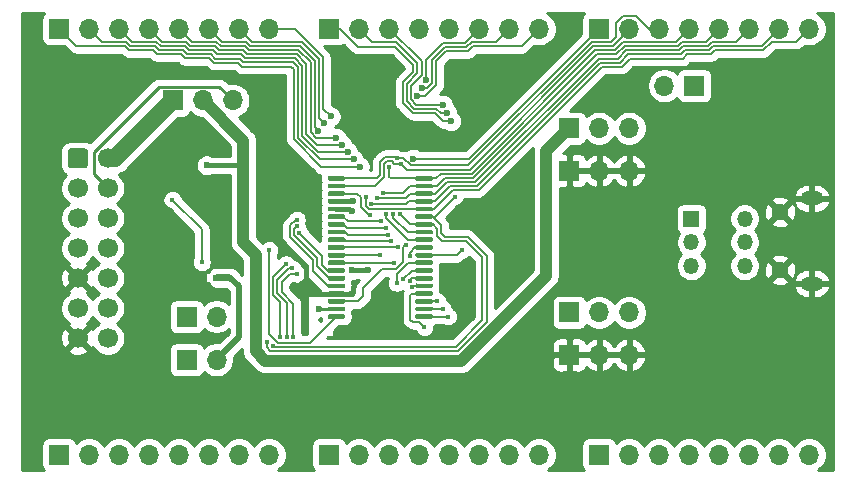
<source format=gbl>
G04 #@! TF.GenerationSoftware,KiCad,Pcbnew,(5.1.10)-1*
G04 #@! TF.CreationDate,2021-08-01T20:36:25+02:00*
G04 #@! TF.ProjectId,Msp-Board,4d73702d-426f-4617-9264-2e6b69636164,rev?*
G04 #@! TF.SameCoordinates,Original*
G04 #@! TF.FileFunction,Copper,L2,Bot*
G04 #@! TF.FilePolarity,Positive*
%FSLAX46Y46*%
G04 Gerber Fmt 4.6, Leading zero omitted, Abs format (unit mm)*
G04 Created by KiCad (PCBNEW (5.1.10)-1) date 2021-08-01 20:36:25*
%MOMM*%
%LPD*%
G01*
G04 APERTURE LIST*
G04 #@! TA.AperFunction,NonConductor*
%ADD10C,0.300000*%
G04 #@! TD*
G04 #@! TA.AperFunction,EtchedComponent*
%ADD11C,0.100000*%
G04 #@! TD*
G04 #@! TA.AperFunction,ComponentPad*
%ADD12O,1.350000X1.350000*%
G04 #@! TD*
G04 #@! TA.AperFunction,ComponentPad*
%ADD13R,1.350000X1.350000*%
G04 #@! TD*
G04 #@! TA.AperFunction,ComponentPad*
%ADD14O,1.700000X1.700000*%
G04 #@! TD*
G04 #@! TA.AperFunction,ComponentPad*
%ADD15R,1.700000X1.700000*%
G04 #@! TD*
G04 #@! TA.AperFunction,ComponentPad*
%ADD16C,1.450000*%
G04 #@! TD*
G04 #@! TA.AperFunction,ComponentPad*
%ADD17O,1.900000X1.200000*%
G04 #@! TD*
G04 #@! TA.AperFunction,ComponentPad*
%ADD18C,0.600000*%
G04 #@! TD*
G04 #@! TA.AperFunction,ComponentPad*
%ADD19C,1.700000*%
G04 #@! TD*
G04 #@! TA.AperFunction,ViaPad*
%ADD20C,0.600000*%
G04 #@! TD*
G04 #@! TA.AperFunction,ViaPad*
%ADD21C,1.000000*%
G04 #@! TD*
G04 #@! TA.AperFunction,ViaPad*
%ADD22C,0.400000*%
G04 #@! TD*
G04 #@! TA.AperFunction,ViaPad*
%ADD23C,0.800000*%
G04 #@! TD*
G04 #@! TA.AperFunction,Conductor*
%ADD24C,0.387000*%
G04 #@! TD*
G04 #@! TA.AperFunction,Conductor*
%ADD25C,0.381000*%
G04 #@! TD*
G04 #@! TA.AperFunction,Conductor*
%ADD26C,0.200000*%
G04 #@! TD*
G04 #@! TA.AperFunction,Conductor*
%ADD27C,0.254000*%
G04 #@! TD*
G04 #@! TA.AperFunction,Conductor*
%ADD28C,1.000000*%
G04 #@! TD*
G04 #@! TA.AperFunction,Conductor*
%ADD29C,0.508000*%
G04 #@! TD*
G04 #@! TA.AperFunction,Conductor*
%ADD30C,1.500000*%
G04 #@! TD*
G04 #@! TA.AperFunction,Conductor*
%ADD31C,0.100000*%
G04 #@! TD*
G04 APERTURE END LIST*
D10*
X133950000Y-109595714D02*
X133878571Y-109667142D01*
X133950000Y-109738571D01*
X134021428Y-109667142D01*
X133950000Y-109595714D01*
X133950000Y-109738571D01*
D11*
G36*
X125100000Y-105750000D02*
G01*
X126300000Y-105750000D01*
X126300000Y-106350000D01*
X125100000Y-106350000D01*
X125100000Y-105750000D01*
G37*
D12*
X169850000Y-105050000D03*
X169850000Y-103050000D03*
X169850000Y-101050000D03*
D13*
X165350000Y-101050000D03*
D12*
X165350000Y-103050000D03*
X165350000Y-105050000D03*
D14*
X125140000Y-113000000D03*
D15*
X122600000Y-113000000D03*
D14*
X125140000Y-109350000D03*
D15*
X122600000Y-109350000D03*
D16*
X172847500Y-105400000D03*
X172847500Y-100500000D03*
D17*
X175547500Y-106550000D03*
X175547500Y-99350000D03*
D14*
X163060000Y-89800000D03*
D15*
X165600000Y-89800000D03*
D14*
X160080000Y-109000000D03*
X157540000Y-109000000D03*
D15*
X155000000Y-109000000D03*
D14*
X160080000Y-112600000D03*
X157540000Y-112600000D03*
D15*
X155000000Y-112600000D03*
D14*
X160080000Y-97000000D03*
X157540000Y-97000000D03*
D15*
X155000000Y-97000000D03*
D14*
X160080000Y-93400000D03*
X157540000Y-93400000D03*
D15*
X155000000Y-93400000D03*
D18*
X126300000Y-106050000D03*
X125100000Y-106050000D03*
D14*
X129590000Y-121053000D03*
X127050000Y-121053000D03*
X124510000Y-121053000D03*
X121970000Y-121053000D03*
X119430000Y-121053000D03*
X116890000Y-121053000D03*
X114350000Y-121053000D03*
D15*
X111810000Y-121053000D03*
D14*
X129590000Y-84985000D03*
X127050000Y-84985000D03*
X124510000Y-84985000D03*
X121970000Y-84985000D03*
X119430000Y-84985000D03*
X116890000Y-84985000D03*
X114350000Y-84985000D03*
D15*
X111810000Y-84985000D03*
D14*
X175310000Y-84985000D03*
X172770000Y-84985000D03*
X170230000Y-84985000D03*
X167690000Y-84985000D03*
X165150000Y-84985000D03*
X162610000Y-84985000D03*
X160070000Y-84985000D03*
D15*
X157530000Y-84985000D03*
D14*
X152450000Y-84985000D03*
X149910000Y-84985000D03*
X147370000Y-84985000D03*
X144830000Y-84985000D03*
X142290000Y-84985000D03*
X139750000Y-84985000D03*
X137210000Y-84985000D03*
D15*
X134670000Y-84985000D03*
D14*
X175310000Y-121053000D03*
X172770000Y-121053000D03*
X170230000Y-121053000D03*
X167690000Y-121053000D03*
X165150000Y-121053000D03*
X162610000Y-121053000D03*
X160070000Y-121053000D03*
D15*
X157530000Y-121053000D03*
D14*
X152450000Y-121053000D03*
X149910000Y-121053000D03*
X147370000Y-121053000D03*
X144830000Y-121053000D03*
X142290000Y-121053000D03*
X139750000Y-121053000D03*
X137210000Y-121053000D03*
D15*
X134670000Y-121053000D03*
G04 #@! TA.AperFunction,SMDPad,CuDef*
G36*
G01*
X141975000Y-109450000D02*
X141975000Y-109250000D01*
G75*
G02*
X142075000Y-109150000I100000J0D01*
G01*
X143350000Y-109150000D01*
G75*
G02*
X143450000Y-109250000I0J-100000D01*
G01*
X143450000Y-109450000D01*
G75*
G02*
X143350000Y-109550000I-100000J0D01*
G01*
X142075000Y-109550000D01*
G75*
G02*
X141975000Y-109450000I0J100000D01*
G01*
G37*
G04 #@! TD.AperFunction*
G04 #@! TA.AperFunction,SMDPad,CuDef*
G36*
G01*
X141975000Y-108800000D02*
X141975000Y-108600000D01*
G75*
G02*
X142075000Y-108500000I100000J0D01*
G01*
X143350000Y-108500000D01*
G75*
G02*
X143450000Y-108600000I0J-100000D01*
G01*
X143450000Y-108800000D01*
G75*
G02*
X143350000Y-108900000I-100000J0D01*
G01*
X142075000Y-108900000D01*
G75*
G02*
X141975000Y-108800000I0J100000D01*
G01*
G37*
G04 #@! TD.AperFunction*
G04 #@! TA.AperFunction,SMDPad,CuDef*
G36*
G01*
X141975000Y-108150000D02*
X141975000Y-107950000D01*
G75*
G02*
X142075000Y-107850000I100000J0D01*
G01*
X143350000Y-107850000D01*
G75*
G02*
X143450000Y-107950000I0J-100000D01*
G01*
X143450000Y-108150000D01*
G75*
G02*
X143350000Y-108250000I-100000J0D01*
G01*
X142075000Y-108250000D01*
G75*
G02*
X141975000Y-108150000I0J100000D01*
G01*
G37*
G04 #@! TD.AperFunction*
G04 #@! TA.AperFunction,SMDPad,CuDef*
G36*
G01*
X141975000Y-107500000D02*
X141975000Y-107300000D01*
G75*
G02*
X142075000Y-107200000I100000J0D01*
G01*
X143350000Y-107200000D01*
G75*
G02*
X143450000Y-107300000I0J-100000D01*
G01*
X143450000Y-107500000D01*
G75*
G02*
X143350000Y-107600000I-100000J0D01*
G01*
X142075000Y-107600000D01*
G75*
G02*
X141975000Y-107500000I0J100000D01*
G01*
G37*
G04 #@! TD.AperFunction*
G04 #@! TA.AperFunction,SMDPad,CuDef*
G36*
G01*
X141975000Y-106850000D02*
X141975000Y-106650000D01*
G75*
G02*
X142075000Y-106550000I100000J0D01*
G01*
X143350000Y-106550000D01*
G75*
G02*
X143450000Y-106650000I0J-100000D01*
G01*
X143450000Y-106850000D01*
G75*
G02*
X143350000Y-106950000I-100000J0D01*
G01*
X142075000Y-106950000D01*
G75*
G02*
X141975000Y-106850000I0J100000D01*
G01*
G37*
G04 #@! TD.AperFunction*
G04 #@! TA.AperFunction,SMDPad,CuDef*
G36*
G01*
X141975000Y-106200000D02*
X141975000Y-106000000D01*
G75*
G02*
X142075000Y-105900000I100000J0D01*
G01*
X143350000Y-105900000D01*
G75*
G02*
X143450000Y-106000000I0J-100000D01*
G01*
X143450000Y-106200000D01*
G75*
G02*
X143350000Y-106300000I-100000J0D01*
G01*
X142075000Y-106300000D01*
G75*
G02*
X141975000Y-106200000I0J100000D01*
G01*
G37*
G04 #@! TD.AperFunction*
G04 #@! TA.AperFunction,SMDPad,CuDef*
G36*
G01*
X141975000Y-105550000D02*
X141975000Y-105350000D01*
G75*
G02*
X142075000Y-105250000I100000J0D01*
G01*
X143350000Y-105250000D01*
G75*
G02*
X143450000Y-105350000I0J-100000D01*
G01*
X143450000Y-105550000D01*
G75*
G02*
X143350000Y-105650000I-100000J0D01*
G01*
X142075000Y-105650000D01*
G75*
G02*
X141975000Y-105550000I0J100000D01*
G01*
G37*
G04 #@! TD.AperFunction*
G04 #@! TA.AperFunction,SMDPad,CuDef*
G36*
G01*
X141975000Y-104900000D02*
X141975000Y-104700000D01*
G75*
G02*
X142075000Y-104600000I100000J0D01*
G01*
X143350000Y-104600000D01*
G75*
G02*
X143450000Y-104700000I0J-100000D01*
G01*
X143450000Y-104900000D01*
G75*
G02*
X143350000Y-105000000I-100000J0D01*
G01*
X142075000Y-105000000D01*
G75*
G02*
X141975000Y-104900000I0J100000D01*
G01*
G37*
G04 #@! TD.AperFunction*
G04 #@! TA.AperFunction,SMDPad,CuDef*
G36*
G01*
X141975000Y-104250000D02*
X141975000Y-104050000D01*
G75*
G02*
X142075000Y-103950000I100000J0D01*
G01*
X143350000Y-103950000D01*
G75*
G02*
X143450000Y-104050000I0J-100000D01*
G01*
X143450000Y-104250000D01*
G75*
G02*
X143350000Y-104350000I-100000J0D01*
G01*
X142075000Y-104350000D01*
G75*
G02*
X141975000Y-104250000I0J100000D01*
G01*
G37*
G04 #@! TD.AperFunction*
G04 #@! TA.AperFunction,SMDPad,CuDef*
G36*
G01*
X141975000Y-103600000D02*
X141975000Y-103400000D01*
G75*
G02*
X142075000Y-103300000I100000J0D01*
G01*
X143350000Y-103300000D01*
G75*
G02*
X143450000Y-103400000I0J-100000D01*
G01*
X143450000Y-103600000D01*
G75*
G02*
X143350000Y-103700000I-100000J0D01*
G01*
X142075000Y-103700000D01*
G75*
G02*
X141975000Y-103600000I0J100000D01*
G01*
G37*
G04 #@! TD.AperFunction*
G04 #@! TA.AperFunction,SMDPad,CuDef*
G36*
G01*
X141975000Y-102950000D02*
X141975000Y-102750000D01*
G75*
G02*
X142075000Y-102650000I100000J0D01*
G01*
X143350000Y-102650000D01*
G75*
G02*
X143450000Y-102750000I0J-100000D01*
G01*
X143450000Y-102950000D01*
G75*
G02*
X143350000Y-103050000I-100000J0D01*
G01*
X142075000Y-103050000D01*
G75*
G02*
X141975000Y-102950000I0J100000D01*
G01*
G37*
G04 #@! TD.AperFunction*
G04 #@! TA.AperFunction,SMDPad,CuDef*
G36*
G01*
X141975000Y-102300000D02*
X141975000Y-102100000D01*
G75*
G02*
X142075000Y-102000000I100000J0D01*
G01*
X143350000Y-102000000D01*
G75*
G02*
X143450000Y-102100000I0J-100000D01*
G01*
X143450000Y-102300000D01*
G75*
G02*
X143350000Y-102400000I-100000J0D01*
G01*
X142075000Y-102400000D01*
G75*
G02*
X141975000Y-102300000I0J100000D01*
G01*
G37*
G04 #@! TD.AperFunction*
G04 #@! TA.AperFunction,SMDPad,CuDef*
G36*
G01*
X141975000Y-101650000D02*
X141975000Y-101450000D01*
G75*
G02*
X142075000Y-101350000I100000J0D01*
G01*
X143350000Y-101350000D01*
G75*
G02*
X143450000Y-101450000I0J-100000D01*
G01*
X143450000Y-101650000D01*
G75*
G02*
X143350000Y-101750000I-100000J0D01*
G01*
X142075000Y-101750000D01*
G75*
G02*
X141975000Y-101650000I0J100000D01*
G01*
G37*
G04 #@! TD.AperFunction*
G04 #@! TA.AperFunction,SMDPad,CuDef*
G36*
G01*
X141975000Y-101000000D02*
X141975000Y-100800000D01*
G75*
G02*
X142075000Y-100700000I100000J0D01*
G01*
X143350000Y-100700000D01*
G75*
G02*
X143450000Y-100800000I0J-100000D01*
G01*
X143450000Y-101000000D01*
G75*
G02*
X143350000Y-101100000I-100000J0D01*
G01*
X142075000Y-101100000D01*
G75*
G02*
X141975000Y-101000000I0J100000D01*
G01*
G37*
G04 #@! TD.AperFunction*
G04 #@! TA.AperFunction,SMDPad,CuDef*
G36*
G01*
X141975000Y-100350000D02*
X141975000Y-100150000D01*
G75*
G02*
X142075000Y-100050000I100000J0D01*
G01*
X143350000Y-100050000D01*
G75*
G02*
X143450000Y-100150000I0J-100000D01*
G01*
X143450000Y-100350000D01*
G75*
G02*
X143350000Y-100450000I-100000J0D01*
G01*
X142075000Y-100450000D01*
G75*
G02*
X141975000Y-100350000I0J100000D01*
G01*
G37*
G04 #@! TD.AperFunction*
G04 #@! TA.AperFunction,SMDPad,CuDef*
G36*
G01*
X141975000Y-99700000D02*
X141975000Y-99500000D01*
G75*
G02*
X142075000Y-99400000I100000J0D01*
G01*
X143350000Y-99400000D01*
G75*
G02*
X143450000Y-99500000I0J-100000D01*
G01*
X143450000Y-99700000D01*
G75*
G02*
X143350000Y-99800000I-100000J0D01*
G01*
X142075000Y-99800000D01*
G75*
G02*
X141975000Y-99700000I0J100000D01*
G01*
G37*
G04 #@! TD.AperFunction*
G04 #@! TA.AperFunction,SMDPad,CuDef*
G36*
G01*
X141975000Y-99050000D02*
X141975000Y-98850000D01*
G75*
G02*
X142075000Y-98750000I100000J0D01*
G01*
X143350000Y-98750000D01*
G75*
G02*
X143450000Y-98850000I0J-100000D01*
G01*
X143450000Y-99050000D01*
G75*
G02*
X143350000Y-99150000I-100000J0D01*
G01*
X142075000Y-99150000D01*
G75*
G02*
X141975000Y-99050000I0J100000D01*
G01*
G37*
G04 #@! TD.AperFunction*
G04 #@! TA.AperFunction,SMDPad,CuDef*
G36*
G01*
X141975000Y-98400000D02*
X141975000Y-98200000D01*
G75*
G02*
X142075000Y-98100000I100000J0D01*
G01*
X143350000Y-98100000D01*
G75*
G02*
X143450000Y-98200000I0J-100000D01*
G01*
X143450000Y-98400000D01*
G75*
G02*
X143350000Y-98500000I-100000J0D01*
G01*
X142075000Y-98500000D01*
G75*
G02*
X141975000Y-98400000I0J100000D01*
G01*
G37*
G04 #@! TD.AperFunction*
G04 #@! TA.AperFunction,SMDPad,CuDef*
G36*
G01*
X141975000Y-97750000D02*
X141975000Y-97550000D01*
G75*
G02*
X142075000Y-97450000I100000J0D01*
G01*
X143350000Y-97450000D01*
G75*
G02*
X143450000Y-97550000I0J-100000D01*
G01*
X143450000Y-97750000D01*
G75*
G02*
X143350000Y-97850000I-100000J0D01*
G01*
X142075000Y-97850000D01*
G75*
G02*
X141975000Y-97750000I0J100000D01*
G01*
G37*
G04 #@! TD.AperFunction*
G04 #@! TA.AperFunction,SMDPad,CuDef*
G36*
G01*
X134550000Y-97750000D02*
X134550000Y-97550000D01*
G75*
G02*
X134650000Y-97450000I100000J0D01*
G01*
X135925000Y-97450000D01*
G75*
G02*
X136025000Y-97550000I0J-100000D01*
G01*
X136025000Y-97750000D01*
G75*
G02*
X135925000Y-97850000I-100000J0D01*
G01*
X134650000Y-97850000D01*
G75*
G02*
X134550000Y-97750000I0J100000D01*
G01*
G37*
G04 #@! TD.AperFunction*
G04 #@! TA.AperFunction,SMDPad,CuDef*
G36*
G01*
X134550000Y-98400000D02*
X134550000Y-98200000D01*
G75*
G02*
X134650000Y-98100000I100000J0D01*
G01*
X135925000Y-98100000D01*
G75*
G02*
X136025000Y-98200000I0J-100000D01*
G01*
X136025000Y-98400000D01*
G75*
G02*
X135925000Y-98500000I-100000J0D01*
G01*
X134650000Y-98500000D01*
G75*
G02*
X134550000Y-98400000I0J100000D01*
G01*
G37*
G04 #@! TD.AperFunction*
G04 #@! TA.AperFunction,SMDPad,CuDef*
G36*
G01*
X134550000Y-99050000D02*
X134550000Y-98850000D01*
G75*
G02*
X134650000Y-98750000I100000J0D01*
G01*
X135925000Y-98750000D01*
G75*
G02*
X136025000Y-98850000I0J-100000D01*
G01*
X136025000Y-99050000D01*
G75*
G02*
X135925000Y-99150000I-100000J0D01*
G01*
X134650000Y-99150000D01*
G75*
G02*
X134550000Y-99050000I0J100000D01*
G01*
G37*
G04 #@! TD.AperFunction*
G04 #@! TA.AperFunction,SMDPad,CuDef*
G36*
G01*
X134550000Y-99700000D02*
X134550000Y-99500000D01*
G75*
G02*
X134650000Y-99400000I100000J0D01*
G01*
X135925000Y-99400000D01*
G75*
G02*
X136025000Y-99500000I0J-100000D01*
G01*
X136025000Y-99700000D01*
G75*
G02*
X135925000Y-99800000I-100000J0D01*
G01*
X134650000Y-99800000D01*
G75*
G02*
X134550000Y-99700000I0J100000D01*
G01*
G37*
G04 #@! TD.AperFunction*
G04 #@! TA.AperFunction,SMDPad,CuDef*
G36*
G01*
X134550000Y-100350000D02*
X134550000Y-100150000D01*
G75*
G02*
X134650000Y-100050000I100000J0D01*
G01*
X135925000Y-100050000D01*
G75*
G02*
X136025000Y-100150000I0J-100000D01*
G01*
X136025000Y-100350000D01*
G75*
G02*
X135925000Y-100450000I-100000J0D01*
G01*
X134650000Y-100450000D01*
G75*
G02*
X134550000Y-100350000I0J100000D01*
G01*
G37*
G04 #@! TD.AperFunction*
G04 #@! TA.AperFunction,SMDPad,CuDef*
G36*
G01*
X134550000Y-101000000D02*
X134550000Y-100800000D01*
G75*
G02*
X134650000Y-100700000I100000J0D01*
G01*
X135925000Y-100700000D01*
G75*
G02*
X136025000Y-100800000I0J-100000D01*
G01*
X136025000Y-101000000D01*
G75*
G02*
X135925000Y-101100000I-100000J0D01*
G01*
X134650000Y-101100000D01*
G75*
G02*
X134550000Y-101000000I0J100000D01*
G01*
G37*
G04 #@! TD.AperFunction*
G04 #@! TA.AperFunction,SMDPad,CuDef*
G36*
G01*
X134550000Y-101650000D02*
X134550000Y-101450000D01*
G75*
G02*
X134650000Y-101350000I100000J0D01*
G01*
X135925000Y-101350000D01*
G75*
G02*
X136025000Y-101450000I0J-100000D01*
G01*
X136025000Y-101650000D01*
G75*
G02*
X135925000Y-101750000I-100000J0D01*
G01*
X134650000Y-101750000D01*
G75*
G02*
X134550000Y-101650000I0J100000D01*
G01*
G37*
G04 #@! TD.AperFunction*
G04 #@! TA.AperFunction,SMDPad,CuDef*
G36*
G01*
X134550000Y-102300000D02*
X134550000Y-102100000D01*
G75*
G02*
X134650000Y-102000000I100000J0D01*
G01*
X135925000Y-102000000D01*
G75*
G02*
X136025000Y-102100000I0J-100000D01*
G01*
X136025000Y-102300000D01*
G75*
G02*
X135925000Y-102400000I-100000J0D01*
G01*
X134650000Y-102400000D01*
G75*
G02*
X134550000Y-102300000I0J100000D01*
G01*
G37*
G04 #@! TD.AperFunction*
G04 #@! TA.AperFunction,SMDPad,CuDef*
G36*
G01*
X134550000Y-102950000D02*
X134550000Y-102750000D01*
G75*
G02*
X134650000Y-102650000I100000J0D01*
G01*
X135925000Y-102650000D01*
G75*
G02*
X136025000Y-102750000I0J-100000D01*
G01*
X136025000Y-102950000D01*
G75*
G02*
X135925000Y-103050000I-100000J0D01*
G01*
X134650000Y-103050000D01*
G75*
G02*
X134550000Y-102950000I0J100000D01*
G01*
G37*
G04 #@! TD.AperFunction*
G04 #@! TA.AperFunction,SMDPad,CuDef*
G36*
G01*
X134550000Y-103600000D02*
X134550000Y-103400000D01*
G75*
G02*
X134650000Y-103300000I100000J0D01*
G01*
X135925000Y-103300000D01*
G75*
G02*
X136025000Y-103400000I0J-100000D01*
G01*
X136025000Y-103600000D01*
G75*
G02*
X135925000Y-103700000I-100000J0D01*
G01*
X134650000Y-103700000D01*
G75*
G02*
X134550000Y-103600000I0J100000D01*
G01*
G37*
G04 #@! TD.AperFunction*
G04 #@! TA.AperFunction,SMDPad,CuDef*
G36*
G01*
X134550000Y-104250000D02*
X134550000Y-104050000D01*
G75*
G02*
X134650000Y-103950000I100000J0D01*
G01*
X135925000Y-103950000D01*
G75*
G02*
X136025000Y-104050000I0J-100000D01*
G01*
X136025000Y-104250000D01*
G75*
G02*
X135925000Y-104350000I-100000J0D01*
G01*
X134650000Y-104350000D01*
G75*
G02*
X134550000Y-104250000I0J100000D01*
G01*
G37*
G04 #@! TD.AperFunction*
G04 #@! TA.AperFunction,SMDPad,CuDef*
G36*
G01*
X134550000Y-104900000D02*
X134550000Y-104700000D01*
G75*
G02*
X134650000Y-104600000I100000J0D01*
G01*
X135925000Y-104600000D01*
G75*
G02*
X136025000Y-104700000I0J-100000D01*
G01*
X136025000Y-104900000D01*
G75*
G02*
X135925000Y-105000000I-100000J0D01*
G01*
X134650000Y-105000000D01*
G75*
G02*
X134550000Y-104900000I0J100000D01*
G01*
G37*
G04 #@! TD.AperFunction*
G04 #@! TA.AperFunction,SMDPad,CuDef*
G36*
G01*
X134550000Y-105550000D02*
X134550000Y-105350000D01*
G75*
G02*
X134650000Y-105250000I100000J0D01*
G01*
X135925000Y-105250000D01*
G75*
G02*
X136025000Y-105350000I0J-100000D01*
G01*
X136025000Y-105550000D01*
G75*
G02*
X135925000Y-105650000I-100000J0D01*
G01*
X134650000Y-105650000D01*
G75*
G02*
X134550000Y-105550000I0J100000D01*
G01*
G37*
G04 #@! TD.AperFunction*
G04 #@! TA.AperFunction,SMDPad,CuDef*
G36*
G01*
X134550000Y-106200000D02*
X134550000Y-106000000D01*
G75*
G02*
X134650000Y-105900000I100000J0D01*
G01*
X135925000Y-105900000D01*
G75*
G02*
X136025000Y-106000000I0J-100000D01*
G01*
X136025000Y-106200000D01*
G75*
G02*
X135925000Y-106300000I-100000J0D01*
G01*
X134650000Y-106300000D01*
G75*
G02*
X134550000Y-106200000I0J100000D01*
G01*
G37*
G04 #@! TD.AperFunction*
G04 #@! TA.AperFunction,SMDPad,CuDef*
G36*
G01*
X134550000Y-106850000D02*
X134550000Y-106650000D01*
G75*
G02*
X134650000Y-106550000I100000J0D01*
G01*
X135925000Y-106550000D01*
G75*
G02*
X136025000Y-106650000I0J-100000D01*
G01*
X136025000Y-106850000D01*
G75*
G02*
X135925000Y-106950000I-100000J0D01*
G01*
X134650000Y-106950000D01*
G75*
G02*
X134550000Y-106850000I0J100000D01*
G01*
G37*
G04 #@! TD.AperFunction*
G04 #@! TA.AperFunction,SMDPad,CuDef*
G36*
G01*
X134550000Y-107500000D02*
X134550000Y-107300000D01*
G75*
G02*
X134650000Y-107200000I100000J0D01*
G01*
X135925000Y-107200000D01*
G75*
G02*
X136025000Y-107300000I0J-100000D01*
G01*
X136025000Y-107500000D01*
G75*
G02*
X135925000Y-107600000I-100000J0D01*
G01*
X134650000Y-107600000D01*
G75*
G02*
X134550000Y-107500000I0J100000D01*
G01*
G37*
G04 #@! TD.AperFunction*
G04 #@! TA.AperFunction,SMDPad,CuDef*
G36*
G01*
X134550000Y-108150000D02*
X134550000Y-107950000D01*
G75*
G02*
X134650000Y-107850000I100000J0D01*
G01*
X135925000Y-107850000D01*
G75*
G02*
X136025000Y-107950000I0J-100000D01*
G01*
X136025000Y-108150000D01*
G75*
G02*
X135925000Y-108250000I-100000J0D01*
G01*
X134650000Y-108250000D01*
G75*
G02*
X134550000Y-108150000I0J100000D01*
G01*
G37*
G04 #@! TD.AperFunction*
G04 #@! TA.AperFunction,SMDPad,CuDef*
G36*
G01*
X134550000Y-108800000D02*
X134550000Y-108600000D01*
G75*
G02*
X134650000Y-108500000I100000J0D01*
G01*
X135925000Y-108500000D01*
G75*
G02*
X136025000Y-108600000I0J-100000D01*
G01*
X136025000Y-108800000D01*
G75*
G02*
X135925000Y-108900000I-100000J0D01*
G01*
X134650000Y-108900000D01*
G75*
G02*
X134550000Y-108800000I0J100000D01*
G01*
G37*
G04 #@! TD.AperFunction*
G04 #@! TA.AperFunction,SMDPad,CuDef*
G36*
G01*
X134550000Y-109450000D02*
X134550000Y-109250000D01*
G75*
G02*
X134650000Y-109150000I100000J0D01*
G01*
X135925000Y-109150000D01*
G75*
G02*
X136025000Y-109250000I0J-100000D01*
G01*
X136025000Y-109450000D01*
G75*
G02*
X135925000Y-109550000I-100000J0D01*
G01*
X134650000Y-109550000D01*
G75*
G02*
X134550000Y-109450000I0J100000D01*
G01*
G37*
G04 #@! TD.AperFunction*
D14*
X126530000Y-91050000D03*
X123990000Y-91050000D03*
D15*
X121450000Y-91050000D03*
D19*
X115940000Y-111190000D03*
X115940000Y-108650000D03*
X115940000Y-106110000D03*
X115940000Y-103570000D03*
X115940000Y-101030000D03*
X115940000Y-98490000D03*
X115940000Y-95950000D03*
X113400000Y-111190000D03*
X113400000Y-108650000D03*
X113400000Y-106110000D03*
X113400000Y-103570000D03*
X113400000Y-101030000D03*
X113400000Y-98490000D03*
G04 #@! TA.AperFunction,ComponentPad*
G36*
G01*
X112550000Y-96550000D02*
X112550000Y-95350000D01*
G75*
G02*
X112800000Y-95100000I250000J0D01*
G01*
X114000000Y-95100000D01*
G75*
G02*
X114250000Y-95350000I0J-250000D01*
G01*
X114250000Y-96550000D01*
G75*
G02*
X114000000Y-96800000I-250000J0D01*
G01*
X112800000Y-96800000D01*
G75*
G02*
X112550000Y-96550000I0J250000D01*
G01*
G37*
G04 #@! TD.AperFunction*
D20*
X132700000Y-108350000D03*
X136650000Y-107400000D03*
D21*
X146100000Y-109675000D03*
X147700000Y-90050000D03*
X137800000Y-90300000D03*
X130000000Y-92550000D03*
D20*
X131800000Y-106900000D03*
D21*
X147890000Y-100900000D03*
D20*
X138470000Y-107410000D03*
X134800000Y-118000000D03*
D21*
X119550000Y-108100000D03*
D20*
X119000000Y-99250000D03*
X120250000Y-102300000D03*
D21*
X123000000Y-94200000D03*
X148250000Y-114100000D03*
D22*
X132150000Y-102250000D03*
X123900000Y-104750000D03*
X121400000Y-99450000D03*
X129600000Y-103700000D03*
D20*
X133800000Y-108700000D03*
D23*
X132100000Y-113100000D03*
D21*
X128450000Y-112300000D03*
D20*
X124300000Y-96550000D03*
D21*
X153050000Y-105900000D03*
D20*
X136700000Y-99600000D03*
X138000000Y-105400000D03*
X136600000Y-100450000D03*
X136600000Y-105400000D03*
D22*
X137800000Y-99200000D03*
X138250000Y-99800000D03*
X138750000Y-99350000D03*
X139250000Y-98900000D03*
X139750000Y-96650000D03*
X140400000Y-95950000D03*
X140750000Y-96400000D03*
X138100000Y-100750000D03*
D20*
X141800000Y-96000000D03*
D22*
X139500000Y-100700000D03*
D20*
X142150010Y-90700621D03*
X142500020Y-90020823D03*
D22*
X140100000Y-100700000D03*
D20*
X142850000Y-89350000D03*
D22*
X140650000Y-100700000D03*
X129900000Y-111800000D03*
X145300000Y-99200000D03*
X129400000Y-111500000D03*
X139100000Y-101300000D03*
X139450000Y-101850000D03*
D20*
X144300040Y-91400000D03*
D22*
X139650000Y-102450000D03*
D20*
X144650050Y-92106322D03*
D22*
X139900000Y-102950000D03*
D20*
X145000062Y-92810229D03*
D22*
X141150000Y-103250000D03*
X145900000Y-103750000D03*
X141500000Y-104250000D03*
X140500000Y-103500000D03*
X140200000Y-104800000D03*
X138950000Y-104150000D03*
X144750000Y-109350000D03*
X144300000Y-108700000D03*
X143850000Y-108050000D03*
X142750000Y-110250000D03*
X141700000Y-106864387D03*
X141500000Y-106300000D03*
X140900000Y-106200000D03*
X140400000Y-106500000D03*
D20*
X134800000Y-92400000D03*
X134250000Y-93000000D03*
X133750000Y-93600000D03*
X135250000Y-94200000D03*
X135750000Y-94800000D03*
X136250000Y-95400000D03*
X136750000Y-96050000D03*
X137250000Y-96650000D03*
D22*
X131650000Y-111100000D03*
X131923832Y-105723000D03*
X131550000Y-105273000D03*
X131099997Y-111100000D03*
X131016084Y-104899554D03*
X130549994Y-111100000D03*
X131950000Y-101700000D03*
X131950000Y-101149997D03*
D24*
X132700000Y-108350000D02*
X132700000Y-107400000D01*
X135287500Y-107400000D02*
X132700000Y-107400000D01*
D25*
X135287500Y-107400000D02*
X136650000Y-107400000D01*
D26*
X136650000Y-107400000D02*
X136650000Y-106750000D01*
D25*
X132300000Y-107400000D02*
X132700000Y-107400000D01*
X131800000Y-106900000D02*
X132300000Y-107400000D01*
D24*
X132700000Y-107400000D02*
X132700000Y-105050000D01*
X132700000Y-105050000D02*
X128950000Y-101300000D01*
D26*
X134550000Y-105450000D02*
X135287500Y-105450000D01*
X134100000Y-105000000D02*
X134550000Y-105450000D01*
X134100000Y-104200000D02*
X134100000Y-105000000D01*
X132150000Y-102250000D02*
X134100000Y-104200000D01*
X123900000Y-101950000D02*
X121400000Y-99450000D01*
X123900000Y-104750000D02*
X123900000Y-101950000D01*
X133087499Y-111550001D02*
X135287500Y-109350000D01*
X130333993Y-111550001D02*
X133087499Y-111550001D01*
X129599969Y-110815977D02*
X130333993Y-111550001D01*
X129599969Y-103700031D02*
X129599969Y-110815977D01*
X129600000Y-103700000D02*
X129599969Y-103700031D01*
D27*
X135287500Y-108700000D02*
X133800000Y-108700000D01*
D28*
X129250000Y-113100000D02*
X132100000Y-113100000D01*
X128450000Y-112300000D02*
X129250000Y-113100000D01*
X128450000Y-104100000D02*
X128450000Y-112300000D01*
X127419999Y-103069999D02*
X128450000Y-104100000D01*
D29*
X127350000Y-96600000D02*
X127419999Y-96669999D01*
D28*
X127419999Y-96669999D02*
X127419999Y-103069999D01*
X127419999Y-94479999D02*
X127419999Y-96669999D01*
X123990000Y-91050000D02*
X127419999Y-94479999D01*
D25*
X127300000Y-96550000D02*
X127419999Y-96669999D01*
X124300000Y-96550000D02*
X127300000Y-96550000D01*
D28*
X145850000Y-113100000D02*
X132100000Y-113100000D01*
X145850000Y-113100000D02*
X153050000Y-105900000D01*
X153050000Y-95350000D02*
X155000000Y-93400000D01*
X153050000Y-105900000D02*
X153050000Y-95350000D01*
D24*
X135287500Y-99600000D02*
X136700000Y-99600000D01*
X136400000Y-100250000D02*
X136600000Y-100450000D01*
X135287500Y-100250000D02*
X136400000Y-100250000D01*
X136600000Y-105400000D02*
X138000000Y-105400000D01*
D29*
X125130000Y-113000000D02*
X126599999Y-111530001D01*
X126300000Y-106050000D02*
X127050000Y-106800000D01*
X127050000Y-111080000D02*
X126599999Y-111530001D01*
X127050000Y-106800000D02*
X127050000Y-111080000D01*
D26*
X138033998Y-100250000D02*
X138600000Y-100250000D01*
X137799999Y-100016001D02*
X138033998Y-100250000D01*
X137800000Y-99200000D02*
X137799999Y-100016001D01*
X142712500Y-100250000D02*
X138600000Y-100250000D01*
X143583998Y-100250000D02*
X142712500Y-100250000D01*
X145183940Y-98650058D02*
X143583998Y-100250000D01*
X175310000Y-84985000D02*
X174209999Y-86085001D01*
X172185001Y-86085001D02*
X172170002Y-86100000D01*
X147329858Y-98650058D02*
X145183940Y-98650058D01*
X164964922Y-87150030D02*
X164614912Y-87500040D01*
X159434870Y-88200060D02*
X157779856Y-88200060D01*
X174209999Y-86085001D02*
X172185001Y-86085001D01*
X172170002Y-86100000D02*
X172149988Y-86100000D01*
X172149988Y-86100000D02*
X171442485Y-86807503D01*
X171442485Y-86807503D02*
X167352461Y-86807503D01*
X167352461Y-86807503D02*
X167009934Y-87150030D01*
X167009934Y-87150030D02*
X164964922Y-87150030D01*
X164614912Y-87500040D02*
X160134890Y-87500040D01*
X160134890Y-87500040D02*
X159434870Y-88200060D01*
X157779856Y-88200060D02*
X147329858Y-98650058D01*
X141200000Y-99800000D02*
X141400000Y-99600000D01*
X138250000Y-99800000D02*
X141200000Y-99800000D01*
X142712500Y-99600000D02*
X141400000Y-99600000D01*
X157634878Y-87850050D02*
X147184880Y-98300048D01*
X144899952Y-98300048D02*
X143600000Y-99600000D01*
X147184880Y-98300048D02*
X144899952Y-98300048D01*
X159289892Y-87850050D02*
X157634878Y-87850050D01*
X159989912Y-87150030D02*
X159289892Y-87850050D01*
X166864956Y-86800020D02*
X164819944Y-86800020D01*
X164469934Y-87150030D02*
X159989912Y-87150030D01*
X167207483Y-86457493D02*
X166864956Y-86800020D01*
X164819944Y-86800020D02*
X164469934Y-87150030D01*
X171297507Y-86457493D02*
X167207483Y-86457493D01*
X143600000Y-99600000D02*
X142712500Y-99600000D01*
X172770000Y-84985000D02*
X171297507Y-86457493D01*
X141555012Y-98950000D02*
X142712500Y-98950000D01*
X141155012Y-99350000D02*
X141555012Y-98950000D01*
X138750000Y-99350000D02*
X141155012Y-99350000D01*
X143550000Y-98950000D02*
X142712500Y-98950000D01*
X143644988Y-98950000D02*
X143550000Y-98950000D01*
X144644950Y-97950038D02*
X143644988Y-98950000D01*
X147039902Y-97950038D02*
X144644950Y-97950038D01*
X159844934Y-86800020D02*
X159144914Y-87500040D01*
X164324956Y-86800020D02*
X159844934Y-86800020D01*
X164674966Y-86450010D02*
X164324956Y-86800020D01*
X157489900Y-87500040D02*
X147039902Y-97950038D01*
X166719978Y-86450010D02*
X164674966Y-86450010D01*
X159144914Y-87500040D02*
X157489900Y-87500040D01*
X167069988Y-86100000D02*
X166719978Y-86450010D01*
X169115000Y-86100000D02*
X167069988Y-86100000D01*
X170230000Y-84985000D02*
X169115000Y-86100000D01*
X139250000Y-98900000D02*
X140900000Y-98900000D01*
X141500000Y-98300000D02*
X142712500Y-98300000D01*
X140900000Y-98900000D02*
X141500000Y-98300000D01*
X144499972Y-97600028D02*
X143800000Y-98300000D01*
X158999936Y-87150030D02*
X157344922Y-87150030D01*
X159699956Y-86450010D02*
X158999936Y-87150030D01*
X164179978Y-86450010D02*
X159699956Y-86450010D01*
X146894924Y-97600028D02*
X144499972Y-97600028D01*
X164529988Y-86100000D02*
X164179978Y-86450010D01*
X157344922Y-87150030D02*
X146894924Y-97600028D01*
X166575000Y-86100000D02*
X164529988Y-86100000D01*
X143800000Y-98300000D02*
X142712500Y-98300000D01*
X167690000Y-84985000D02*
X166575000Y-86100000D01*
X142712500Y-97650000D02*
X139900000Y-97650000D01*
X139900000Y-97650000D02*
X139750000Y-97500000D01*
X139750000Y-97500000D02*
X139750000Y-96650000D01*
X144149982Y-97250018D02*
X143750000Y-97650000D01*
X146749946Y-97250018D02*
X144149982Y-97250018D01*
X158854958Y-86800020D02*
X157199944Y-86800020D01*
X157199944Y-86800020D02*
X146749946Y-97250018D01*
X159554978Y-86100000D02*
X158854958Y-86800020D01*
X164035000Y-86100000D02*
X159554978Y-86100000D01*
X143750000Y-97650000D02*
X142712500Y-97650000D01*
X165150000Y-84985000D02*
X164035000Y-86100000D01*
X139389021Y-95849989D02*
X138949989Y-96289021D01*
X140299987Y-95849989D02*
X139389021Y-95849989D01*
X140400000Y-95950000D02*
X140299987Y-95849989D01*
X138949989Y-96289021D02*
X138949989Y-97405023D01*
X138705012Y-97650000D02*
X135287500Y-97650000D01*
X138949989Y-97405023D02*
X138705012Y-97650000D01*
X161785000Y-84985000D02*
X162610000Y-84985000D01*
X159541999Y-83884999D02*
X160684999Y-83884999D01*
X158969999Y-84456999D02*
X159541999Y-83884999D01*
X158565002Y-86100000D02*
X158969999Y-85695003D01*
X146459988Y-96550000D02*
X156909988Y-86100000D01*
X160684999Y-83884999D02*
X161785000Y-84985000D01*
X141566002Y-96550000D02*
X146459988Y-96550000D01*
X156909988Y-86100000D02*
X158565002Y-86100000D01*
X140966001Y-95949999D02*
X141566002Y-96550000D01*
X158969999Y-85695003D02*
X158969999Y-84456999D01*
X140400000Y-95950000D02*
X140966001Y-95949999D01*
X140166002Y-96400000D02*
X140750000Y-96400000D01*
X139966001Y-96199999D02*
X140166002Y-96400000D01*
X139299999Y-96433999D02*
X139533999Y-96199999D01*
X139299999Y-97550001D02*
X139299999Y-96433999D01*
X139533999Y-96199999D02*
X139966001Y-96199999D01*
X138550000Y-98300000D02*
X139299999Y-97550001D01*
X135287500Y-98300000D02*
X138550000Y-98300000D01*
X141250000Y-96900000D02*
X144480072Y-96900000D01*
X140750000Y-96400000D02*
X141250000Y-96900000D01*
X144480080Y-96900008D02*
X146604968Y-96900008D01*
X144480072Y-96900000D02*
X144480080Y-96900008D01*
X146604968Y-96900008D02*
X157054966Y-86450010D01*
X160070000Y-85089990D02*
X160070000Y-84985000D01*
X158709980Y-86450010D02*
X160070000Y-85089990D01*
X157054966Y-86450010D02*
X158709980Y-86450010D01*
X138039010Y-100750000D02*
X138100000Y-100750000D01*
X137349999Y-100060989D02*
X138039010Y-100750000D01*
X137349999Y-99249999D02*
X137349999Y-100060989D01*
X137050000Y-98950000D02*
X137349999Y-99249999D01*
X135287500Y-98950000D02*
X137050000Y-98950000D01*
X146515000Y-96000000D02*
X157530000Y-84985000D01*
X141800000Y-96000000D02*
X146515000Y-96000000D01*
X146894966Y-86450010D02*
X150984990Y-86450010D01*
X146444956Y-86900020D02*
X146894966Y-86450010D01*
X150984990Y-86450010D02*
X152450000Y-84985000D01*
X144600020Y-86900020D02*
X146444956Y-86900020D01*
X143750010Y-87750030D02*
X144600020Y-86900020D01*
X143750010Y-89758980D02*
X143750010Y-87750030D01*
X142808369Y-90700621D02*
X143750010Y-89758980D01*
X142150010Y-90700621D02*
X142808369Y-90700621D01*
X141367158Y-102850000D02*
X142712500Y-102850000D01*
X139500000Y-100982842D02*
X141367158Y-102850000D01*
X139500000Y-100700000D02*
X139500000Y-100982842D01*
X146749988Y-86100000D02*
X148795000Y-86100000D01*
X146299978Y-86550010D02*
X146749988Y-86100000D01*
X143400000Y-87605052D02*
X144455042Y-86550010D01*
X144455042Y-86550010D02*
X146299978Y-86550010D01*
X143400000Y-89614002D02*
X143400000Y-87605052D01*
X142993179Y-90020823D02*
X143400000Y-89614002D01*
X148795000Y-86100000D02*
X149910000Y-84985000D01*
X142500020Y-90020823D02*
X142993179Y-90020823D01*
X141317158Y-102200000D02*
X142712500Y-102200000D01*
X140100000Y-100982842D02*
X141317158Y-102200000D01*
X140100000Y-100700000D02*
X140100000Y-100982842D01*
X146155000Y-86200000D02*
X147370000Y-84985000D01*
X144310064Y-86200000D02*
X146155000Y-86200000D01*
X142850000Y-87660064D02*
X144310064Y-86200000D01*
X142850000Y-89350000D02*
X142850000Y-87660064D01*
X141500000Y-101550000D02*
X142712500Y-101550000D01*
X140650000Y-100700000D02*
X141500000Y-101550000D01*
X145423617Y-111900011D02*
X130000011Y-111900011D01*
X147650000Y-104339010D02*
X147650000Y-109673628D01*
X130000011Y-111900011D02*
X129900000Y-111800000D01*
X146260979Y-102949989D02*
X147650000Y-104339010D01*
X143800022Y-102500000D02*
X144250011Y-102949989D01*
X143800000Y-102500000D02*
X143800022Y-102500000D01*
X143800000Y-101900000D02*
X143800000Y-102500000D01*
X147650000Y-109673628D02*
X145423617Y-111900011D01*
X143450000Y-101550000D02*
X143800000Y-101900000D01*
X144250011Y-102949989D02*
X146260979Y-102949989D01*
X142712500Y-101550000D02*
X143450000Y-101550000D01*
X142712500Y-100900000D02*
X143450000Y-100900000D01*
X143600000Y-100900000D02*
X143450000Y-100900000D01*
X145300000Y-99200000D02*
X143600000Y-100900000D01*
X144150010Y-101600010D02*
X143450000Y-100900000D01*
X144449979Y-102599979D02*
X144150010Y-102300010D01*
X146405957Y-102599979D02*
X144449979Y-102599979D01*
X144150010Y-102300010D02*
X144150010Y-101600010D01*
X148000000Y-104194022D02*
X146405957Y-102599979D01*
X148000000Y-109818616D02*
X148000000Y-104194022D01*
X145568595Y-112250021D02*
X148000000Y-109818616D01*
X129684019Y-112250021D02*
X145568595Y-112250021D01*
X129400000Y-111966002D02*
X129684019Y-112250021D01*
X129400000Y-111500000D02*
X129400000Y-111966002D01*
X135869992Y-100900000D02*
X135287500Y-100900000D01*
X136269992Y-101300000D02*
X135869992Y-100900000D01*
X139100000Y-101300000D02*
X136269992Y-101300000D01*
X135869992Y-101550000D02*
X135287500Y-101550000D01*
X136169992Y-101850000D02*
X135869992Y-101550000D01*
X139450000Y-101850000D02*
X136169992Y-101850000D01*
X142035387Y-91400000D02*
X141600009Y-90964622D01*
X144300040Y-91400000D02*
X142035387Y-91400000D01*
X141600009Y-90964622D02*
X141600009Y-89799991D01*
X141600009Y-89799991D02*
X142500000Y-88900000D01*
X142500000Y-87735000D02*
X139750000Y-84985000D01*
X142500000Y-88900000D02*
X142500000Y-87735000D01*
X136000000Y-102200000D02*
X135287500Y-102200000D01*
X136250000Y-102450000D02*
X136000000Y-102200000D01*
X139650000Y-102450000D02*
X136250000Y-102450000D01*
X144650050Y-92106322D02*
X144106312Y-92106322D01*
X141890409Y-91750010D02*
X141249999Y-91109600D01*
X143750000Y-91750010D02*
X141890409Y-91750010D01*
X144106312Y-92106322D02*
X143750000Y-91750010D01*
X141249999Y-89655013D02*
X142149990Y-88755022D01*
X141249999Y-91109600D02*
X141249999Y-89655013D01*
X142149990Y-88755022D02*
X142149990Y-87879978D01*
X142149990Y-87879978D02*
X140370012Y-86100000D01*
X138325000Y-86100000D02*
X137210000Y-84985000D01*
X140370012Y-86100000D02*
X138325000Y-86100000D01*
X136000000Y-102850000D02*
X135287500Y-102850000D01*
X136100000Y-102950000D02*
X136000000Y-102850000D01*
X139900000Y-102950000D02*
X136100000Y-102950000D01*
X145000062Y-92810229D02*
X144312710Y-92810229D01*
X141745431Y-92100020D02*
X140899989Y-91254578D01*
X143602501Y-92100020D02*
X141745431Y-92100020D01*
X144312710Y-92810229D02*
X143602501Y-92100020D01*
X137096998Y-86500000D02*
X140275024Y-86500000D01*
X135581998Y-84985000D02*
X137096998Y-86500000D01*
X134670000Y-84985000D02*
X135581998Y-84985000D01*
X140275024Y-86500000D02*
X141799980Y-88024956D01*
X141799980Y-88024956D02*
X141799980Y-88610044D01*
X140899989Y-89510035D02*
X140899989Y-91254578D01*
X141799980Y-88610044D02*
X140899989Y-89510035D01*
X137550000Y-107650000D02*
X137150000Y-108050000D01*
X137550000Y-106940002D02*
X137550000Y-107650000D01*
X139182001Y-105308001D02*
X137550000Y-106940002D01*
X140358001Y-105308001D02*
X139182001Y-105308001D01*
X137150000Y-108050000D02*
X135287500Y-108050000D01*
X140950001Y-103449999D02*
X141150000Y-103250000D01*
X140950001Y-104716001D02*
X140950001Y-103449999D01*
X140358001Y-105308001D02*
X140950001Y-104716001D01*
X145500000Y-104150000D02*
X145900000Y-103750000D01*
X142712500Y-104150000D02*
X145500000Y-104150000D01*
X141500000Y-103975000D02*
X141500000Y-104250000D01*
X141975000Y-103500000D02*
X141500000Y-103975000D01*
X142712500Y-103500000D02*
X141975000Y-103500000D01*
X135287500Y-103500000D02*
X140500000Y-103500000D01*
X135287500Y-104800000D02*
X140200000Y-104800000D01*
X135287500Y-104150000D02*
X137800001Y-104150001D01*
X138667157Y-104150001D02*
X137800001Y-104150001D01*
X138950000Y-104150000D02*
X138667157Y-104150001D01*
X142712500Y-109350000D02*
X144750000Y-109350000D01*
X144300000Y-108700000D02*
X142712500Y-108700000D01*
X143850000Y-108050000D02*
X142712500Y-108050000D01*
X141550000Y-109600000D02*
X141550000Y-107550000D01*
X141750010Y-109800010D02*
X141550000Y-109600000D01*
X142300010Y-109800010D02*
X141750010Y-109800010D01*
X142750000Y-110250000D02*
X142300010Y-109800010D01*
X141700000Y-107400000D02*
X141550000Y-107550000D01*
X142712500Y-107400000D02*
X141700000Y-107400000D01*
X141814387Y-106750000D02*
X141700000Y-106864387D01*
X142712500Y-106750000D02*
X141814387Y-106750000D01*
X141700000Y-106100000D02*
X141500000Y-106300000D01*
X142712500Y-106100000D02*
X141700000Y-106100000D01*
X141650000Y-105450000D02*
X142712500Y-105450000D01*
X140900000Y-106200000D02*
X141650000Y-105450000D01*
X141360990Y-104800000D02*
X142712500Y-104800000D01*
X140400000Y-105760990D02*
X141360990Y-104800000D01*
X140400000Y-106500000D02*
X140400000Y-105760990D01*
X134150021Y-91750021D02*
X134800000Y-92400000D01*
X134150021Y-87385154D02*
X134150021Y-91750021D01*
X131749867Y-84985000D02*
X134150021Y-87385154D01*
X129590000Y-84985000D02*
X131749867Y-84985000D01*
X133800011Y-92550011D02*
X134250000Y-93000000D01*
X133800011Y-87530132D02*
X133800011Y-92550011D01*
X132354880Y-86085001D02*
X133800011Y-87530132D01*
X128150001Y-86085001D02*
X132354880Y-86085001D01*
X127050000Y-84985000D02*
X128150001Y-86085001D01*
X133450001Y-93300001D02*
X133750000Y-93600000D01*
X133450001Y-87675110D02*
X133450001Y-93300001D01*
X132209902Y-86435011D02*
X133450001Y-87675110D01*
X128005023Y-86435011D02*
X132209902Y-86435011D01*
X127670012Y-86100000D02*
X128005023Y-86435011D01*
X125625000Y-86100000D02*
X127670012Y-86100000D01*
X124510000Y-84985000D02*
X125625000Y-86100000D01*
X133099991Y-93763993D02*
X133535998Y-94200000D01*
X133099991Y-87820088D02*
X133099991Y-93763993D01*
X132064924Y-86785021D02*
X133099991Y-87820088D01*
X127860045Y-86785021D02*
X132064924Y-86785021D01*
X133535998Y-94200000D02*
X135250000Y-94200000D01*
X127525034Y-86450010D02*
X127860045Y-86785021D01*
X125480022Y-86450010D02*
X127525034Y-86450010D01*
X125115013Y-86085001D02*
X125480022Y-86450010D01*
X123070001Y-86085001D02*
X125115013Y-86085001D01*
X121970000Y-84985000D02*
X123070001Y-86085001D01*
X133641010Y-94800000D02*
X135750000Y-94800000D01*
X132749981Y-93908971D02*
X133641010Y-94800000D01*
X132749981Y-87965066D02*
X132749981Y-93908971D01*
X127715067Y-87135031D02*
X131919946Y-87135031D01*
X127380056Y-86800020D02*
X127715067Y-87135031D01*
X125335044Y-86800020D02*
X127380056Y-86800020D01*
X122925023Y-86435011D02*
X124970035Y-86435011D01*
X122595006Y-86104994D02*
X122925023Y-86435011D01*
X120549994Y-86104994D02*
X122595006Y-86104994D01*
X131919946Y-87135031D02*
X132749981Y-87965066D01*
X124970035Y-86435011D02*
X125335044Y-86800020D01*
X119430000Y-84985000D02*
X120549994Y-86104994D01*
X133746022Y-95400000D02*
X136250000Y-95400000D01*
X116890000Y-84985000D02*
X117990001Y-86085001D01*
X131774968Y-87485041D02*
X132399971Y-88110044D01*
X124825057Y-86785021D02*
X125190066Y-87150030D01*
X125190066Y-87150030D02*
X127235078Y-87150030D01*
X122450028Y-86455004D02*
X122780045Y-86785021D01*
X127235078Y-87150030D02*
X127570089Y-87485041D01*
X132399971Y-94053949D02*
X133746022Y-95400000D01*
X122780045Y-86785021D02*
X124825057Y-86785021D01*
X117990001Y-86085001D02*
X120035013Y-86085001D01*
X120035013Y-86085001D02*
X120405016Y-86455004D01*
X127570089Y-87485041D02*
X131774968Y-87485041D01*
X120405016Y-86455004D02*
X122450028Y-86455004D01*
X132399971Y-88110044D02*
X132399971Y-94053949D01*
X115450001Y-86085001D02*
X117495013Y-86085001D01*
X117495013Y-86085001D02*
X117845023Y-86435011D01*
X132049961Y-88255022D02*
X132049961Y-94198927D01*
X120260038Y-86805014D02*
X122305050Y-86805014D01*
X122305050Y-86805014D02*
X122635067Y-87135031D01*
X127425111Y-87835051D02*
X131629990Y-87835051D01*
X114350000Y-84985000D02*
X115450001Y-86085001D01*
X117845023Y-86435011D02*
X119890035Y-86435011D01*
X124680079Y-87135031D02*
X125045088Y-87500040D01*
X132049961Y-94198927D02*
X133901034Y-96050000D01*
X119890035Y-86435011D02*
X120260038Y-86805014D01*
X133901034Y-96050000D02*
X136750000Y-96050000D01*
X122635067Y-87135031D02*
X124680079Y-87135031D01*
X125045088Y-87500040D02*
X127090100Y-87500040D01*
X127090100Y-87500040D02*
X127425111Y-87835051D01*
X131629990Y-87835051D02*
X132049961Y-88255022D01*
X131699951Y-94343905D02*
X131699951Y-88400000D01*
X134006046Y-96650000D02*
X131699951Y-94343905D01*
X137250000Y-96650000D02*
X134006046Y-96650000D01*
X111810000Y-84985000D02*
X113260011Y-86435011D01*
X117350035Y-86435011D02*
X117700045Y-86785021D01*
X113260011Y-86435011D02*
X117350035Y-86435011D01*
X119745057Y-86785021D02*
X120115060Y-87155024D01*
X117700045Y-86785021D02*
X119745057Y-86785021D01*
X122160072Y-87155024D02*
X122490089Y-87485041D01*
X120115060Y-87155024D02*
X122160072Y-87155024D01*
X124535101Y-87485041D02*
X124900110Y-87850050D01*
X122490089Y-87485041D02*
X124535101Y-87485041D01*
X126945122Y-87850050D02*
X127280133Y-88185061D01*
X124900110Y-87850050D02*
X126945122Y-87850050D01*
X131485012Y-88185061D02*
X131699951Y-88400000D01*
X127280133Y-88185061D02*
X131485012Y-88185061D01*
X130649999Y-106461999D02*
X130649999Y-107249999D01*
X131923832Y-105723000D02*
X131388998Y-105723000D01*
X131388998Y-105723000D02*
X130649999Y-106461999D01*
X131650000Y-108250000D02*
X131650000Y-111100000D01*
X130649999Y-107249999D02*
X131650000Y-108250000D01*
X131267158Y-105273000D02*
X131550000Y-105273000D01*
X130299989Y-106240169D02*
X131267158Y-105273000D01*
X130299989Y-107394977D02*
X130299989Y-106240169D01*
X131099997Y-108194985D02*
X130299989Y-107394977D01*
X131099997Y-111100000D02*
X131099997Y-108194985D01*
X129949979Y-107539955D02*
X129949981Y-107539957D01*
X129949979Y-105965659D02*
X129949979Y-107539955D01*
X131016084Y-104899554D02*
X129949979Y-105965659D01*
X130549994Y-108139970D02*
X130549994Y-111100000D01*
X129949981Y-107539957D02*
X130549994Y-108139970D01*
X133650000Y-105044988D02*
X133650000Y-104416002D01*
X131699999Y-101950001D02*
X131950000Y-101700000D01*
X131699999Y-102466001D02*
X131699999Y-101950001D01*
X133650000Y-104416002D02*
X131699999Y-102466001D01*
X134705012Y-106100000D02*
X135287500Y-106100000D01*
X133650000Y-105044988D02*
X134705012Y-106100000D01*
X134550000Y-106750000D02*
X135287500Y-106750000D01*
X133299990Y-105499990D02*
X134550000Y-106750000D01*
X133299990Y-104560980D02*
X133299990Y-105499990D01*
X131349989Y-102610979D02*
X133299990Y-104560980D01*
X131349989Y-101634009D02*
X131349989Y-102610979D01*
X131834001Y-101149997D02*
X131349989Y-101634009D01*
X131950000Y-101149997D02*
X131834001Y-101149997D01*
D27*
X120275039Y-89872999D02*
X125352999Y-89872999D01*
X125352999Y-89872999D02*
X126530000Y-91050000D01*
X114762999Y-95385039D02*
X120275039Y-89872999D01*
X114762999Y-97312999D02*
X114762999Y-95385039D01*
X115940000Y-98490000D02*
X114762999Y-97312999D01*
D30*
X116550000Y-95950000D02*
X121450000Y-91050000D01*
X115940000Y-95950000D02*
X116550000Y-95950000D01*
D27*
X110508815Y-83683815D02*
X110429463Y-83780506D01*
X110370498Y-83890820D01*
X110334188Y-84010518D01*
X110321928Y-84135000D01*
X110321928Y-85835000D01*
X110334188Y-85959482D01*
X110370498Y-86079180D01*
X110429463Y-86189494D01*
X110508815Y-86286185D01*
X110605506Y-86365537D01*
X110715820Y-86424502D01*
X110835518Y-86460812D01*
X110960000Y-86473072D01*
X112258625Y-86473072D01*
X112714757Y-86929204D01*
X112737773Y-86957249D01*
X112849691Y-87049098D01*
X112977378Y-87117348D01*
X113115926Y-87159376D01*
X113223906Y-87170011D01*
X113223915Y-87170011D01*
X113260010Y-87173566D01*
X113296105Y-87170011D01*
X117045589Y-87170011D01*
X117154786Y-87279208D01*
X117177807Y-87307259D01*
X117289725Y-87399108D01*
X117417412Y-87467358D01*
X117534002Y-87502725D01*
X117555960Y-87509386D01*
X117700045Y-87523577D01*
X117736150Y-87520021D01*
X119440611Y-87520021D01*
X119569801Y-87649211D01*
X119592822Y-87677262D01*
X119704740Y-87769111D01*
X119832427Y-87837361D01*
X119970975Y-87879389D01*
X120078955Y-87890024D01*
X120078964Y-87890024D01*
X120115059Y-87893579D01*
X120151154Y-87890024D01*
X121855626Y-87890024D01*
X121944830Y-87979228D01*
X121967851Y-88007279D01*
X122079769Y-88099128D01*
X122113892Y-88117367D01*
X122207455Y-88167378D01*
X122346004Y-88209406D01*
X122490089Y-88223597D01*
X122526194Y-88220041D01*
X124230655Y-88220041D01*
X124354851Y-88344237D01*
X124377872Y-88372288D01*
X124489790Y-88464137D01*
X124535531Y-88488586D01*
X124617476Y-88532387D01*
X124756025Y-88574415D01*
X124900110Y-88588606D01*
X124936215Y-88585050D01*
X126640676Y-88585050D01*
X126734874Y-88679248D01*
X126757895Y-88707299D01*
X126869813Y-88799148D01*
X126997500Y-88867398D01*
X127080834Y-88892677D01*
X127136047Y-88909426D01*
X127150265Y-88910826D01*
X127244028Y-88920061D01*
X127244035Y-88920061D01*
X127280132Y-88923616D01*
X127316229Y-88920061D01*
X130964952Y-88920061D01*
X130964951Y-94307800D01*
X130961395Y-94343905D01*
X130969308Y-94424247D01*
X130975586Y-94487989D01*
X131017614Y-94626537D01*
X131085864Y-94754224D01*
X131177713Y-94866142D01*
X131205759Y-94889159D01*
X133460792Y-97144193D01*
X133483808Y-97172238D01*
X133595726Y-97264087D01*
X133723413Y-97332337D01*
X133861961Y-97374365D01*
X133933570Y-97381418D01*
X133926110Y-97406009D01*
X133911928Y-97550000D01*
X133911928Y-97750000D01*
X133926110Y-97893991D01*
X133950684Y-97975000D01*
X133926110Y-98056009D01*
X133911928Y-98200000D01*
X133911928Y-98400000D01*
X133926110Y-98543991D01*
X133950684Y-98625000D01*
X133926110Y-98706009D01*
X133911928Y-98850000D01*
X133911928Y-99050000D01*
X133926110Y-99193991D01*
X133950684Y-99275000D01*
X133926110Y-99356009D01*
X133911928Y-99500000D01*
X133911928Y-99700000D01*
X133926110Y-99843991D01*
X133950684Y-99925000D01*
X133926110Y-100006009D01*
X133911928Y-100150000D01*
X133911928Y-100350000D01*
X133926110Y-100493991D01*
X133950684Y-100575000D01*
X133926110Y-100656009D01*
X133911928Y-100800000D01*
X133911928Y-101000000D01*
X133926110Y-101143991D01*
X133950684Y-101225000D01*
X133926110Y-101306009D01*
X133911928Y-101450000D01*
X133911928Y-101650000D01*
X133926110Y-101793991D01*
X133950684Y-101875000D01*
X133926110Y-101956009D01*
X133911928Y-102100000D01*
X133911928Y-102300000D01*
X133926110Y-102443991D01*
X133950684Y-102525000D01*
X133926110Y-102606009D01*
X133911928Y-102750000D01*
X133911928Y-102950000D01*
X133914384Y-102974938D01*
X132954655Y-102015209D01*
X132952911Y-102006440D01*
X132889967Y-101854479D01*
X132798587Y-101717719D01*
X132785000Y-101704132D01*
X132785000Y-101617760D01*
X132752911Y-101456440D01*
X132739888Y-101424999D01*
X132752911Y-101393557D01*
X132785000Y-101232237D01*
X132785000Y-101067757D01*
X132752911Y-100906437D01*
X132689967Y-100754476D01*
X132598587Y-100617716D01*
X132482281Y-100501410D01*
X132345521Y-100410030D01*
X132193560Y-100347086D01*
X132032240Y-100314997D01*
X131867760Y-100314997D01*
X131706440Y-100347086D01*
X131554479Y-100410030D01*
X131417719Y-100501410D01*
X131301413Y-100617716D01*
X131250220Y-100694332D01*
X130855797Y-101088755D01*
X130827751Y-101111772D01*
X130735902Y-101223690D01*
X130667652Y-101351377D01*
X130648352Y-101415000D01*
X130625624Y-101489924D01*
X130611433Y-101634009D01*
X130614989Y-101670115D01*
X130614990Y-102574865D01*
X130611433Y-102610979D01*
X130625624Y-102755064D01*
X130665318Y-102885914D01*
X130667653Y-102893612D01*
X130735903Y-103021299D01*
X130827752Y-103133217D01*
X130855797Y-103156233D01*
X132564990Y-104865427D01*
X132564991Y-105183291D01*
X132456113Y-105074413D01*
X132339175Y-104996277D01*
X132289967Y-104877479D01*
X132198587Y-104740719D01*
X132082281Y-104624413D01*
X131945521Y-104533033D01*
X131793560Y-104470089D01*
X131724144Y-104456281D01*
X131664671Y-104367273D01*
X131548365Y-104250967D01*
X131411605Y-104159587D01*
X131259644Y-104096643D01*
X131098324Y-104064554D01*
X130933844Y-104064554D01*
X130772524Y-104096643D01*
X130620563Y-104159587D01*
X130483803Y-104250967D01*
X130367497Y-104367273D01*
X130334969Y-104415955D01*
X130334969Y-104103001D01*
X130339967Y-104095521D01*
X130402911Y-103943560D01*
X130435000Y-103782240D01*
X130435000Y-103617760D01*
X130402911Y-103456440D01*
X130339967Y-103304479D01*
X130248587Y-103167719D01*
X130132281Y-103051413D01*
X129995521Y-102960033D01*
X129843560Y-102897089D01*
X129682240Y-102865000D01*
X129517760Y-102865000D01*
X129356440Y-102897089D01*
X129204479Y-102960033D01*
X129067719Y-103051413D01*
X129037132Y-103082000D01*
X128554999Y-102599868D01*
X128554999Y-94535750D01*
X128560490Y-94479998D01*
X128538576Y-94257499D01*
X128473675Y-94043552D01*
X128455912Y-94010320D01*
X128368283Y-93846376D01*
X128226448Y-93673550D01*
X128183140Y-93638008D01*
X127005518Y-92460386D01*
X127233411Y-92365990D01*
X127476632Y-92203475D01*
X127683475Y-91996632D01*
X127845990Y-91753411D01*
X127957932Y-91483158D01*
X128015000Y-91196260D01*
X128015000Y-90903740D01*
X127957932Y-90616842D01*
X127845990Y-90346589D01*
X127683475Y-90103368D01*
X127476632Y-89896525D01*
X127233411Y-89734010D01*
X126963158Y-89622068D01*
X126676260Y-89565000D01*
X126383740Y-89565000D01*
X126165951Y-89608321D01*
X125918283Y-89360653D01*
X125894421Y-89331577D01*
X125778391Y-89236354D01*
X125646014Y-89165597D01*
X125502377Y-89122025D01*
X125390425Y-89110999D01*
X125390422Y-89110999D01*
X125352999Y-89107313D01*
X125315576Y-89110999D01*
X120312462Y-89110999D01*
X120275039Y-89107313D01*
X120237616Y-89110999D01*
X120237613Y-89110999D01*
X120125661Y-89122025D01*
X119982024Y-89165597D01*
X119932184Y-89192237D01*
X119849646Y-89236354D01*
X119807258Y-89271142D01*
X119733617Y-89331577D01*
X119709755Y-89360653D01*
X114470856Y-94599552D01*
X114339850Y-94529528D01*
X114173254Y-94478992D01*
X114000000Y-94461928D01*
X112800000Y-94461928D01*
X112626746Y-94478992D01*
X112460150Y-94529528D01*
X112306614Y-94611595D01*
X112172038Y-94722038D01*
X112061595Y-94856614D01*
X111979528Y-95010150D01*
X111928992Y-95176746D01*
X111911928Y-95350000D01*
X111911928Y-96550000D01*
X111928992Y-96723254D01*
X111979528Y-96889850D01*
X112061595Y-97043386D01*
X112172038Y-97177962D01*
X112306614Y-97288405D01*
X112433608Y-97356285D01*
X112246525Y-97543368D01*
X112084010Y-97786589D01*
X111972068Y-98056842D01*
X111915000Y-98343740D01*
X111915000Y-98636260D01*
X111972068Y-98923158D01*
X112084010Y-99193411D01*
X112246525Y-99436632D01*
X112453368Y-99643475D01*
X112627760Y-99760000D01*
X112453368Y-99876525D01*
X112246525Y-100083368D01*
X112084010Y-100326589D01*
X111972068Y-100596842D01*
X111915000Y-100883740D01*
X111915000Y-101176260D01*
X111972068Y-101463158D01*
X112084010Y-101733411D01*
X112246525Y-101976632D01*
X112453368Y-102183475D01*
X112627760Y-102300000D01*
X112453368Y-102416525D01*
X112246525Y-102623368D01*
X112084010Y-102866589D01*
X111972068Y-103136842D01*
X111915000Y-103423740D01*
X111915000Y-103716260D01*
X111972068Y-104003158D01*
X112084010Y-104273411D01*
X112246525Y-104516632D01*
X112453368Y-104723475D01*
X112626729Y-104839311D01*
X112551208Y-105081603D01*
X113400000Y-105930395D01*
X114248792Y-105081603D01*
X114173271Y-104839311D01*
X114346632Y-104723475D01*
X114553475Y-104516632D01*
X114670000Y-104342240D01*
X114786525Y-104516632D01*
X114993368Y-104723475D01*
X115167760Y-104840000D01*
X114993368Y-104956525D01*
X114786525Y-105163368D01*
X114670689Y-105336729D01*
X114428397Y-105261208D01*
X113579605Y-106110000D01*
X114428397Y-106958792D01*
X114670689Y-106883271D01*
X114786525Y-107056632D01*
X114993368Y-107263475D01*
X115167760Y-107380000D01*
X114993368Y-107496525D01*
X114786525Y-107703368D01*
X114670000Y-107877760D01*
X114553475Y-107703368D01*
X114346632Y-107496525D01*
X114173271Y-107380689D01*
X114248792Y-107138397D01*
X113400000Y-106289605D01*
X112551208Y-107138397D01*
X112626729Y-107380689D01*
X112453368Y-107496525D01*
X112246525Y-107703368D01*
X112084010Y-107946589D01*
X111972068Y-108216842D01*
X111915000Y-108503740D01*
X111915000Y-108796260D01*
X111972068Y-109083158D01*
X112084010Y-109353411D01*
X112246525Y-109596632D01*
X112453368Y-109803475D01*
X112626729Y-109919311D01*
X112551208Y-110161603D01*
X113400000Y-111010395D01*
X114248792Y-110161603D01*
X114173271Y-109919311D01*
X114346632Y-109803475D01*
X114553475Y-109596632D01*
X114670000Y-109422240D01*
X114786525Y-109596632D01*
X114993368Y-109803475D01*
X115167760Y-109920000D01*
X114993368Y-110036525D01*
X114786525Y-110243368D01*
X114670689Y-110416729D01*
X114428397Y-110341208D01*
X113579605Y-111190000D01*
X114428397Y-112038792D01*
X114670689Y-111963271D01*
X114786525Y-112136632D01*
X114993368Y-112343475D01*
X115236589Y-112505990D01*
X115506842Y-112617932D01*
X115793740Y-112675000D01*
X116086260Y-112675000D01*
X116373158Y-112617932D01*
X116643411Y-112505990D01*
X116886632Y-112343475D01*
X117093475Y-112136632D01*
X117255990Y-111893411D01*
X117367932Y-111623158D01*
X117425000Y-111336260D01*
X117425000Y-111043740D01*
X117367932Y-110756842D01*
X117255990Y-110486589D01*
X117093475Y-110243368D01*
X116886632Y-110036525D01*
X116712240Y-109920000D01*
X116886632Y-109803475D01*
X117093475Y-109596632D01*
X117255990Y-109353411D01*
X117367932Y-109083158D01*
X117425000Y-108796260D01*
X117425000Y-108503740D01*
X117367932Y-108216842D01*
X117255990Y-107946589D01*
X117093475Y-107703368D01*
X116886632Y-107496525D01*
X116712240Y-107380000D01*
X116886632Y-107263475D01*
X117093475Y-107056632D01*
X117255990Y-106813411D01*
X117367932Y-106543158D01*
X117425000Y-106256260D01*
X117425000Y-105963740D01*
X117367932Y-105676842D01*
X117255990Y-105406589D01*
X117093475Y-105163368D01*
X116886632Y-104956525D01*
X116712240Y-104840000D01*
X116886632Y-104723475D01*
X117093475Y-104516632D01*
X117255990Y-104273411D01*
X117367932Y-104003158D01*
X117425000Y-103716260D01*
X117425000Y-103423740D01*
X117367932Y-103136842D01*
X117255990Y-102866589D01*
X117093475Y-102623368D01*
X116886632Y-102416525D01*
X116712240Y-102300000D01*
X116886632Y-102183475D01*
X117093475Y-101976632D01*
X117255990Y-101733411D01*
X117367932Y-101463158D01*
X117425000Y-101176260D01*
X117425000Y-100883740D01*
X117367932Y-100596842D01*
X117255990Y-100326589D01*
X117093475Y-100083368D01*
X116886632Y-99876525D01*
X116712240Y-99760000D01*
X116886632Y-99643475D01*
X117093475Y-99436632D01*
X117255990Y-99193411D01*
X117367932Y-98923158D01*
X117425000Y-98636260D01*
X117425000Y-98343740D01*
X117367932Y-98056842D01*
X117255990Y-97786589D01*
X117093475Y-97543368D01*
X116886632Y-97336525D01*
X116844100Y-97308106D01*
X117082581Y-97235764D01*
X117323188Y-97107157D01*
X117534081Y-96934081D01*
X117577454Y-96881231D01*
X121920613Y-92538072D01*
X122300000Y-92538072D01*
X122424482Y-92525812D01*
X122544180Y-92489502D01*
X122654494Y-92430537D01*
X122751185Y-92351185D01*
X122830537Y-92254494D01*
X122889502Y-92144180D01*
X122911513Y-92071620D01*
X123043368Y-92203475D01*
X123286589Y-92365990D01*
X123556842Y-92477932D01*
X123843740Y-92535000D01*
X123869869Y-92535000D01*
X126284999Y-94950131D01*
X126285000Y-95724500D01*
X124747508Y-95724500D01*
X124742889Y-95721414D01*
X124572729Y-95650932D01*
X124392089Y-95615000D01*
X124207911Y-95615000D01*
X124027271Y-95650932D01*
X123857111Y-95721414D01*
X123703972Y-95823738D01*
X123573738Y-95953972D01*
X123471414Y-96107111D01*
X123400932Y-96277271D01*
X123365000Y-96457911D01*
X123365000Y-96642089D01*
X123400932Y-96822729D01*
X123471414Y-96992889D01*
X123573738Y-97146028D01*
X123703972Y-97276262D01*
X123857111Y-97378586D01*
X124027271Y-97449068D01*
X124207911Y-97485000D01*
X124392089Y-97485000D01*
X124572729Y-97449068D01*
X124742889Y-97378586D01*
X124747508Y-97375500D01*
X126284999Y-97375500D01*
X126285000Y-103014238D01*
X126279508Y-103069999D01*
X126301422Y-103292497D01*
X126366323Y-103506445D01*
X126397450Y-103564680D01*
X126471716Y-103703622D01*
X126613551Y-103876448D01*
X126656859Y-103911990D01*
X127315000Y-104570132D01*
X127315000Y-105807765D01*
X127138655Y-105631420D01*
X127128586Y-105607111D01*
X127026262Y-105453972D01*
X126896028Y-105323738D01*
X126742889Y-105221414D01*
X126572729Y-105150932D01*
X126392089Y-105115000D01*
X125101466Y-105115000D01*
X125009645Y-105114829D01*
X124828939Y-105150426D01*
X124658649Y-105220592D01*
X124655575Y-105222237D01*
X124651293Y-105300951D01*
X124614461Y-105345473D01*
X124596494Y-105366886D01*
X124530238Y-105300630D01*
X124548587Y-105282281D01*
X124639967Y-105145521D01*
X124702911Y-104993560D01*
X124735000Y-104832240D01*
X124735000Y-104667760D01*
X124702911Y-104506440D01*
X124639967Y-104354479D01*
X124635000Y-104347045D01*
X124635000Y-101986105D01*
X124638556Y-101950000D01*
X124624365Y-101805915D01*
X124619188Y-101788850D01*
X124582337Y-101667367D01*
X124514087Y-101539680D01*
X124422238Y-101427762D01*
X124394193Y-101404746D01*
X122204655Y-99215209D01*
X122202911Y-99206440D01*
X122139967Y-99054479D01*
X122048587Y-98917719D01*
X121932281Y-98801413D01*
X121795521Y-98710033D01*
X121643560Y-98647089D01*
X121482240Y-98615000D01*
X121317760Y-98615000D01*
X121156440Y-98647089D01*
X121004479Y-98710033D01*
X120867719Y-98801413D01*
X120751413Y-98917719D01*
X120660033Y-99054479D01*
X120597089Y-99206440D01*
X120565000Y-99367760D01*
X120565000Y-99532240D01*
X120597089Y-99693560D01*
X120660033Y-99845521D01*
X120751413Y-99982281D01*
X120867719Y-100098587D01*
X121004479Y-100189967D01*
X121156440Y-100252911D01*
X121165209Y-100254655D01*
X123165001Y-102254448D01*
X123165000Y-104347045D01*
X123160033Y-104354479D01*
X123097089Y-104506440D01*
X123065000Y-104667760D01*
X123065000Y-104832240D01*
X123097089Y-104993560D01*
X123160033Y-105145521D01*
X123251413Y-105282281D01*
X123367719Y-105398587D01*
X123504479Y-105489967D01*
X123656440Y-105552911D01*
X123817760Y-105585000D01*
X123982240Y-105585000D01*
X124143560Y-105552911D01*
X124295521Y-105489967D01*
X124406098Y-105416082D01*
X124346286Y-105475894D01*
X124465456Y-105595064D01*
X124272237Y-105605575D01*
X124201438Y-105775603D01*
X124165172Y-105956176D01*
X124164829Y-106140355D01*
X124200426Y-106321061D01*
X124270592Y-106491351D01*
X124272237Y-106494425D01*
X124465459Y-106504936D01*
X124481722Y-106488673D01*
X124494388Y-106530621D01*
X124511238Y-106587875D01*
X124512269Y-106589847D01*
X124512913Y-106591980D01*
X124540988Y-106644781D01*
X124568655Y-106697703D01*
X124570049Y-106699437D01*
X124571095Y-106701404D01*
X124608883Y-106747737D01*
X124646310Y-106794286D01*
X124648015Y-106795717D01*
X124649423Y-106797443D01*
X124651290Y-106798987D01*
X124655575Y-106877763D01*
X124825603Y-106948562D01*
X125006176Y-106984828D01*
X125190355Y-106985171D01*
X125191223Y-106985000D01*
X125977765Y-106985000D01*
X126161000Y-107168236D01*
X126161000Y-108270893D01*
X126086632Y-108196525D01*
X125843411Y-108034010D01*
X125573158Y-107922068D01*
X125286260Y-107865000D01*
X124993740Y-107865000D01*
X124706842Y-107922068D01*
X124436589Y-108034010D01*
X124193368Y-108196525D01*
X124061513Y-108328380D01*
X124039502Y-108255820D01*
X123980537Y-108145506D01*
X123901185Y-108048815D01*
X123804494Y-107969463D01*
X123694180Y-107910498D01*
X123574482Y-107874188D01*
X123450000Y-107861928D01*
X121750000Y-107861928D01*
X121625518Y-107874188D01*
X121505820Y-107910498D01*
X121395506Y-107969463D01*
X121298815Y-108048815D01*
X121219463Y-108145506D01*
X121160498Y-108255820D01*
X121124188Y-108375518D01*
X121111928Y-108500000D01*
X121111928Y-110200000D01*
X121124188Y-110324482D01*
X121160498Y-110444180D01*
X121219463Y-110554494D01*
X121298815Y-110651185D01*
X121395506Y-110730537D01*
X121505820Y-110789502D01*
X121625518Y-110825812D01*
X121750000Y-110838072D01*
X123450000Y-110838072D01*
X123574482Y-110825812D01*
X123694180Y-110789502D01*
X123804494Y-110730537D01*
X123901185Y-110651185D01*
X123980537Y-110554494D01*
X124039502Y-110444180D01*
X124061513Y-110371620D01*
X124193368Y-110503475D01*
X124436589Y-110665990D01*
X124706842Y-110777932D01*
X124993740Y-110835000D01*
X125286260Y-110835000D01*
X125573158Y-110777932D01*
X125843411Y-110665990D01*
X126086632Y-110503475D01*
X126161001Y-110429106D01*
X126161001Y-110711764D01*
X126002264Y-110870501D01*
X126002258Y-110870506D01*
X125345901Y-111526863D01*
X125286260Y-111515000D01*
X124993740Y-111515000D01*
X124706842Y-111572068D01*
X124436589Y-111684010D01*
X124193368Y-111846525D01*
X124061513Y-111978380D01*
X124039502Y-111905820D01*
X123980537Y-111795506D01*
X123901185Y-111698815D01*
X123804494Y-111619463D01*
X123694180Y-111560498D01*
X123574482Y-111524188D01*
X123450000Y-111511928D01*
X121750000Y-111511928D01*
X121625518Y-111524188D01*
X121505820Y-111560498D01*
X121395506Y-111619463D01*
X121298815Y-111698815D01*
X121219463Y-111795506D01*
X121160498Y-111905820D01*
X121124188Y-112025518D01*
X121111928Y-112150000D01*
X121111928Y-113850000D01*
X121124188Y-113974482D01*
X121160498Y-114094180D01*
X121219463Y-114204494D01*
X121298815Y-114301185D01*
X121395506Y-114380537D01*
X121505820Y-114439502D01*
X121625518Y-114475812D01*
X121750000Y-114488072D01*
X123450000Y-114488072D01*
X123574482Y-114475812D01*
X123694180Y-114439502D01*
X123804494Y-114380537D01*
X123901185Y-114301185D01*
X123980537Y-114204494D01*
X124039502Y-114094180D01*
X124061513Y-114021620D01*
X124193368Y-114153475D01*
X124436589Y-114315990D01*
X124706842Y-114427932D01*
X124993740Y-114485000D01*
X125286260Y-114485000D01*
X125573158Y-114427932D01*
X125843411Y-114315990D01*
X126086632Y-114153475D01*
X126293475Y-113946632D01*
X126455990Y-113703411D01*
X126567932Y-113433158D01*
X126625000Y-113146260D01*
X126625000Y-112853740D01*
X126609818Y-112777417D01*
X127259494Y-112127742D01*
X127259499Y-112127736D01*
X127315001Y-112072234D01*
X127315001Y-112188207D01*
X127315000Y-112188212D01*
X127315000Y-112244249D01*
X127309509Y-112300000D01*
X127315000Y-112355751D01*
X127315000Y-112411788D01*
X127325932Y-112466748D01*
X127331423Y-112522498D01*
X127347684Y-112576103D01*
X127358617Y-112631067D01*
X127380064Y-112682845D01*
X127396324Y-112736446D01*
X127422728Y-112785845D01*
X127444176Y-112837624D01*
X127475312Y-112884222D01*
X127501717Y-112933623D01*
X127537254Y-112976925D01*
X127568388Y-113023520D01*
X127608014Y-113063146D01*
X127643552Y-113106449D01*
X127686855Y-113141987D01*
X127726480Y-113181612D01*
X127726483Y-113181614D01*
X128408008Y-113863140D01*
X128443551Y-113906449D01*
X128578507Y-114017205D01*
X128616377Y-114048284D01*
X128813553Y-114153676D01*
X129027501Y-114218577D01*
X129250000Y-114240491D01*
X129305752Y-114235000D01*
X145794249Y-114235000D01*
X145850000Y-114240491D01*
X145905751Y-114235000D01*
X145905752Y-114235000D01*
X146072499Y-114218577D01*
X146286447Y-114153676D01*
X146483623Y-114048284D01*
X146656449Y-113906449D01*
X146691996Y-113863135D01*
X147105131Y-113450000D01*
X153511928Y-113450000D01*
X153524188Y-113574482D01*
X153560498Y-113694180D01*
X153619463Y-113804494D01*
X153698815Y-113901185D01*
X153795506Y-113980537D01*
X153905820Y-114039502D01*
X154025518Y-114075812D01*
X154150000Y-114088072D01*
X154714250Y-114085000D01*
X154873000Y-113926250D01*
X154873000Y-112727000D01*
X155127000Y-112727000D01*
X155127000Y-113926250D01*
X155285750Y-114085000D01*
X155850000Y-114088072D01*
X155974482Y-114075812D01*
X156094180Y-114039502D01*
X156204494Y-113980537D01*
X156301185Y-113901185D01*
X156380537Y-113804494D01*
X156439502Y-113694180D01*
X156463966Y-113613534D01*
X156539731Y-113697588D01*
X156773080Y-113871641D01*
X157035901Y-113996825D01*
X157183110Y-114041476D01*
X157413000Y-113920155D01*
X157413000Y-112727000D01*
X157667000Y-112727000D01*
X157667000Y-113920155D01*
X157896890Y-114041476D01*
X158044099Y-113996825D01*
X158306920Y-113871641D01*
X158540269Y-113697588D01*
X158735178Y-113481355D01*
X158810000Y-113355745D01*
X158884822Y-113481355D01*
X159079731Y-113697588D01*
X159313080Y-113871641D01*
X159575901Y-113996825D01*
X159723110Y-114041476D01*
X159953000Y-113920155D01*
X159953000Y-112727000D01*
X160207000Y-112727000D01*
X160207000Y-113920155D01*
X160436890Y-114041476D01*
X160584099Y-113996825D01*
X160846920Y-113871641D01*
X161080269Y-113697588D01*
X161275178Y-113481355D01*
X161424157Y-113231252D01*
X161521481Y-112956891D01*
X161400814Y-112727000D01*
X160207000Y-112727000D01*
X159953000Y-112727000D01*
X157667000Y-112727000D01*
X157413000Y-112727000D01*
X155127000Y-112727000D01*
X154873000Y-112727000D01*
X153673750Y-112727000D01*
X153515000Y-112885750D01*
X153511928Y-113450000D01*
X147105131Y-113450000D01*
X148805131Y-111750000D01*
X153511928Y-111750000D01*
X153515000Y-112314250D01*
X153673750Y-112473000D01*
X154873000Y-112473000D01*
X154873000Y-111273750D01*
X155127000Y-111273750D01*
X155127000Y-112473000D01*
X157413000Y-112473000D01*
X157413000Y-111279845D01*
X157667000Y-111279845D01*
X157667000Y-112473000D01*
X159953000Y-112473000D01*
X159953000Y-111279845D01*
X160207000Y-111279845D01*
X160207000Y-112473000D01*
X161400814Y-112473000D01*
X161521481Y-112243109D01*
X161424157Y-111968748D01*
X161275178Y-111718645D01*
X161080269Y-111502412D01*
X160846920Y-111328359D01*
X160584099Y-111203175D01*
X160436890Y-111158524D01*
X160207000Y-111279845D01*
X159953000Y-111279845D01*
X159723110Y-111158524D01*
X159575901Y-111203175D01*
X159313080Y-111328359D01*
X159079731Y-111502412D01*
X158884822Y-111718645D01*
X158810000Y-111844255D01*
X158735178Y-111718645D01*
X158540269Y-111502412D01*
X158306920Y-111328359D01*
X158044099Y-111203175D01*
X157896890Y-111158524D01*
X157667000Y-111279845D01*
X157413000Y-111279845D01*
X157183110Y-111158524D01*
X157035901Y-111203175D01*
X156773080Y-111328359D01*
X156539731Y-111502412D01*
X156463966Y-111586466D01*
X156439502Y-111505820D01*
X156380537Y-111395506D01*
X156301185Y-111298815D01*
X156204494Y-111219463D01*
X156094180Y-111160498D01*
X155974482Y-111124188D01*
X155850000Y-111111928D01*
X155285750Y-111115000D01*
X155127000Y-111273750D01*
X154873000Y-111273750D01*
X154714250Y-111115000D01*
X154150000Y-111111928D01*
X154025518Y-111124188D01*
X153905820Y-111160498D01*
X153795506Y-111219463D01*
X153698815Y-111298815D01*
X153619463Y-111395506D01*
X153560498Y-111505820D01*
X153524188Y-111625518D01*
X153511928Y-111750000D01*
X148805131Y-111750000D01*
X152405132Y-108150000D01*
X153511928Y-108150000D01*
X153511928Y-109850000D01*
X153524188Y-109974482D01*
X153560498Y-110094180D01*
X153619463Y-110204494D01*
X153698815Y-110301185D01*
X153795506Y-110380537D01*
X153905820Y-110439502D01*
X154025518Y-110475812D01*
X154150000Y-110488072D01*
X155850000Y-110488072D01*
X155974482Y-110475812D01*
X156094180Y-110439502D01*
X156204494Y-110380537D01*
X156301185Y-110301185D01*
X156380537Y-110204494D01*
X156439502Y-110094180D01*
X156461513Y-110021620D01*
X156593368Y-110153475D01*
X156836589Y-110315990D01*
X157106842Y-110427932D01*
X157393740Y-110485000D01*
X157686260Y-110485000D01*
X157973158Y-110427932D01*
X158243411Y-110315990D01*
X158486632Y-110153475D01*
X158693475Y-109946632D01*
X158810000Y-109772240D01*
X158926525Y-109946632D01*
X159133368Y-110153475D01*
X159376589Y-110315990D01*
X159646842Y-110427932D01*
X159933740Y-110485000D01*
X160226260Y-110485000D01*
X160513158Y-110427932D01*
X160783411Y-110315990D01*
X161026632Y-110153475D01*
X161233475Y-109946632D01*
X161395990Y-109703411D01*
X161507932Y-109433158D01*
X161565000Y-109146260D01*
X161565000Y-108853740D01*
X161507932Y-108566842D01*
X161395990Y-108296589D01*
X161233475Y-108053368D01*
X161026632Y-107846525D01*
X160783411Y-107684010D01*
X160513158Y-107572068D01*
X160226260Y-107515000D01*
X159933740Y-107515000D01*
X159646842Y-107572068D01*
X159376589Y-107684010D01*
X159133368Y-107846525D01*
X158926525Y-108053368D01*
X158810000Y-108227760D01*
X158693475Y-108053368D01*
X158486632Y-107846525D01*
X158243411Y-107684010D01*
X157973158Y-107572068D01*
X157686260Y-107515000D01*
X157393740Y-107515000D01*
X157106842Y-107572068D01*
X156836589Y-107684010D01*
X156593368Y-107846525D01*
X156461513Y-107978380D01*
X156439502Y-107905820D01*
X156380537Y-107795506D01*
X156301185Y-107698815D01*
X156204494Y-107619463D01*
X156094180Y-107560498D01*
X155974482Y-107524188D01*
X155850000Y-107511928D01*
X154150000Y-107511928D01*
X154025518Y-107524188D01*
X153905820Y-107560498D01*
X153795506Y-107619463D01*
X153698815Y-107698815D01*
X153619463Y-107795506D01*
X153560498Y-107905820D01*
X153524188Y-108025518D01*
X153511928Y-108150000D01*
X152405132Y-108150000D01*
X153687523Y-106867609D01*
X174004038Y-106867609D01*
X174007909Y-106905282D01*
X174100079Y-107130533D01*
X174234422Y-107333474D01*
X174405775Y-107506307D01*
X174607554Y-107642390D01*
X174832004Y-107736493D01*
X175070500Y-107785000D01*
X175420500Y-107785000D01*
X175420500Y-106677000D01*
X175674500Y-106677000D01*
X175674500Y-107785000D01*
X176024500Y-107785000D01*
X176262996Y-107736493D01*
X176487446Y-107642390D01*
X176689225Y-107506307D01*
X176860578Y-107333474D01*
X176994921Y-107130533D01*
X177087091Y-106905282D01*
X177090962Y-106867609D01*
X176966231Y-106677000D01*
X175674500Y-106677000D01*
X175420500Y-106677000D01*
X174128769Y-106677000D01*
X174004038Y-106867609D01*
X153687523Y-106867609D01*
X153813146Y-106741987D01*
X153856449Y-106706449D01*
X153891991Y-106663141D01*
X153931612Y-106623520D01*
X153962741Y-106576933D01*
X153998284Y-106533623D01*
X154024693Y-106484214D01*
X154055824Y-106437624D01*
X154077269Y-106385851D01*
X154103676Y-106336447D01*
X154119937Y-106282842D01*
X154141383Y-106231067D01*
X154152315Y-106176106D01*
X154168577Y-106122499D01*
X154174068Y-106066747D01*
X154185000Y-106011788D01*
X154185000Y-105955751D01*
X154190491Y-105900000D01*
X154185000Y-105844248D01*
X154185000Y-100375000D01*
X164036928Y-100375000D01*
X164036928Y-101725000D01*
X164049188Y-101849482D01*
X164085498Y-101969180D01*
X164144463Y-102079494D01*
X164223815Y-102176185D01*
X164310697Y-102247487D01*
X164189093Y-102429482D01*
X164090342Y-102667887D01*
X164040000Y-102920976D01*
X164040000Y-103179024D01*
X164090342Y-103432113D01*
X164189093Y-103670518D01*
X164332456Y-103885077D01*
X164497379Y-104050000D01*
X164332456Y-104214923D01*
X164189093Y-104429482D01*
X164090342Y-104667887D01*
X164040000Y-104920976D01*
X164040000Y-105179024D01*
X164090342Y-105432113D01*
X164189093Y-105670518D01*
X164332456Y-105885077D01*
X164514923Y-106067544D01*
X164729482Y-106210907D01*
X164967887Y-106309658D01*
X165220976Y-106360000D01*
X165479024Y-106360000D01*
X165732113Y-106309658D01*
X165970518Y-106210907D01*
X166185077Y-106067544D01*
X166367544Y-105885077D01*
X166510907Y-105670518D01*
X166609658Y-105432113D01*
X166660000Y-105179024D01*
X166660000Y-104920976D01*
X166609658Y-104667887D01*
X166510907Y-104429482D01*
X166367544Y-104214923D01*
X166202621Y-104050000D01*
X166367544Y-103885077D01*
X166510907Y-103670518D01*
X166609658Y-103432113D01*
X166660000Y-103179024D01*
X166660000Y-102920976D01*
X166609658Y-102667887D01*
X166510907Y-102429482D01*
X166389303Y-102247487D01*
X166476185Y-102176185D01*
X166555537Y-102079494D01*
X166614502Y-101969180D01*
X166650812Y-101849482D01*
X166663072Y-101725000D01*
X166663072Y-100920976D01*
X168540000Y-100920976D01*
X168540000Y-101179024D01*
X168590342Y-101432113D01*
X168689093Y-101670518D01*
X168832456Y-101885077D01*
X168997379Y-102050000D01*
X168832456Y-102214923D01*
X168689093Y-102429482D01*
X168590342Y-102667887D01*
X168540000Y-102920976D01*
X168540000Y-103179024D01*
X168590342Y-103432113D01*
X168689093Y-103670518D01*
X168832456Y-103885077D01*
X168997379Y-104050000D01*
X168832456Y-104214923D01*
X168689093Y-104429482D01*
X168590342Y-104667887D01*
X168540000Y-104920976D01*
X168540000Y-105179024D01*
X168590342Y-105432113D01*
X168689093Y-105670518D01*
X168832456Y-105885077D01*
X169014923Y-106067544D01*
X169229482Y-106210907D01*
X169467887Y-106309658D01*
X169720976Y-106360000D01*
X169979024Y-106360000D01*
X170083930Y-106339133D01*
X172087972Y-106339133D01*
X172150465Y-106575450D01*
X172393178Y-106688850D01*
X172653349Y-106752719D01*
X172920982Y-106764604D01*
X173185791Y-106724048D01*
X173437600Y-106632609D01*
X173544535Y-106575450D01*
X173607028Y-106339133D01*
X173500286Y-106232391D01*
X174004038Y-106232391D01*
X174128769Y-106423000D01*
X175420500Y-106423000D01*
X175420500Y-105315000D01*
X175674500Y-105315000D01*
X175674500Y-106423000D01*
X176966231Y-106423000D01*
X177090962Y-106232391D01*
X177087091Y-106194718D01*
X176994921Y-105969467D01*
X176860578Y-105766526D01*
X176689225Y-105593693D01*
X176487446Y-105457610D01*
X176262996Y-105363507D01*
X176024500Y-105315000D01*
X175674500Y-105315000D01*
X175420500Y-105315000D01*
X175070500Y-105315000D01*
X174832004Y-105363507D01*
X174607554Y-105457610D01*
X174405775Y-105593693D01*
X174234422Y-105766526D01*
X174100079Y-105969467D01*
X174007909Y-106194718D01*
X174004038Y-106232391D01*
X173500286Y-106232391D01*
X172847500Y-105579605D01*
X172087972Y-106339133D01*
X170083930Y-106339133D01*
X170232113Y-106309658D01*
X170470518Y-106210907D01*
X170685077Y-106067544D01*
X170867544Y-105885077D01*
X171010907Y-105670518D01*
X171092522Y-105473482D01*
X171482896Y-105473482D01*
X171523452Y-105738291D01*
X171614891Y-105990100D01*
X171672050Y-106097035D01*
X171908367Y-106159528D01*
X172667895Y-105400000D01*
X173027105Y-105400000D01*
X173786633Y-106159528D01*
X174022950Y-106097035D01*
X174136350Y-105854322D01*
X174200219Y-105594151D01*
X174212104Y-105326518D01*
X174171548Y-105061709D01*
X174080109Y-104809900D01*
X174022950Y-104702965D01*
X173786633Y-104640472D01*
X173027105Y-105400000D01*
X172667895Y-105400000D01*
X171908367Y-104640472D01*
X171672050Y-104702965D01*
X171558650Y-104945678D01*
X171494781Y-105205849D01*
X171482896Y-105473482D01*
X171092522Y-105473482D01*
X171109658Y-105432113D01*
X171160000Y-105179024D01*
X171160000Y-104920976D01*
X171109658Y-104667887D01*
X171023908Y-104460867D01*
X172087972Y-104460867D01*
X172847500Y-105220395D01*
X173607028Y-104460867D01*
X173544535Y-104224550D01*
X173301822Y-104111150D01*
X173041651Y-104047281D01*
X172774018Y-104035396D01*
X172509209Y-104075952D01*
X172257400Y-104167391D01*
X172150465Y-104224550D01*
X172087972Y-104460867D01*
X171023908Y-104460867D01*
X171010907Y-104429482D01*
X170867544Y-104214923D01*
X170702621Y-104050000D01*
X170867544Y-103885077D01*
X171010907Y-103670518D01*
X171109658Y-103432113D01*
X171160000Y-103179024D01*
X171160000Y-102920976D01*
X171109658Y-102667887D01*
X171010907Y-102429482D01*
X170867544Y-102214923D01*
X170702621Y-102050000D01*
X170867544Y-101885077D01*
X171010907Y-101670518D01*
X171106750Y-101439133D01*
X172087972Y-101439133D01*
X172150465Y-101675450D01*
X172393178Y-101788850D01*
X172653349Y-101852719D01*
X172920982Y-101864604D01*
X173185791Y-101824048D01*
X173437600Y-101732609D01*
X173544535Y-101675450D01*
X173607028Y-101439133D01*
X172847500Y-100679605D01*
X172087972Y-101439133D01*
X171106750Y-101439133D01*
X171109658Y-101432113D01*
X171160000Y-101179024D01*
X171160000Y-100920976D01*
X171109658Y-100667887D01*
X171070555Y-100573482D01*
X171482896Y-100573482D01*
X171523452Y-100838291D01*
X171614891Y-101090100D01*
X171672050Y-101197035D01*
X171908367Y-101259528D01*
X172667895Y-100500000D01*
X173027105Y-100500000D01*
X173786633Y-101259528D01*
X174022950Y-101197035D01*
X174136350Y-100954322D01*
X174200219Y-100694151D01*
X174212104Y-100426518D01*
X174171548Y-100161709D01*
X174080109Y-99909900D01*
X174022950Y-99802965D01*
X173786633Y-99740472D01*
X173027105Y-100500000D01*
X172667895Y-100500000D01*
X171908367Y-99740472D01*
X171672050Y-99802965D01*
X171558650Y-100045678D01*
X171494781Y-100305849D01*
X171482896Y-100573482D01*
X171070555Y-100573482D01*
X171010907Y-100429482D01*
X170867544Y-100214923D01*
X170685077Y-100032456D01*
X170470518Y-99889093D01*
X170232113Y-99790342D01*
X169979024Y-99740000D01*
X169720976Y-99740000D01*
X169467887Y-99790342D01*
X169229482Y-99889093D01*
X169014923Y-100032456D01*
X168832456Y-100214923D01*
X168689093Y-100429482D01*
X168590342Y-100667887D01*
X168540000Y-100920976D01*
X166663072Y-100920976D01*
X166663072Y-100375000D01*
X166650812Y-100250518D01*
X166614502Y-100130820D01*
X166555537Y-100020506D01*
X166476185Y-99923815D01*
X166379494Y-99844463D01*
X166269180Y-99785498D01*
X166149482Y-99749188D01*
X166025000Y-99736928D01*
X164675000Y-99736928D01*
X164550518Y-99749188D01*
X164430820Y-99785498D01*
X164320506Y-99844463D01*
X164223815Y-99923815D01*
X164144463Y-100020506D01*
X164085498Y-100130820D01*
X164049188Y-100250518D01*
X164036928Y-100375000D01*
X154185000Y-100375000D01*
X154185000Y-99560867D01*
X172087972Y-99560867D01*
X172847500Y-100320395D01*
X173500286Y-99667609D01*
X174004038Y-99667609D01*
X174007909Y-99705282D01*
X174100079Y-99930533D01*
X174234422Y-100133474D01*
X174405775Y-100306307D01*
X174607554Y-100442390D01*
X174832004Y-100536493D01*
X175070500Y-100585000D01*
X175420500Y-100585000D01*
X175420500Y-99477000D01*
X175674500Y-99477000D01*
X175674500Y-100585000D01*
X176024500Y-100585000D01*
X176262996Y-100536493D01*
X176487446Y-100442390D01*
X176689225Y-100306307D01*
X176860578Y-100133474D01*
X176994921Y-99930533D01*
X177087091Y-99705282D01*
X177090962Y-99667609D01*
X176966231Y-99477000D01*
X175674500Y-99477000D01*
X175420500Y-99477000D01*
X174128769Y-99477000D01*
X174004038Y-99667609D01*
X173500286Y-99667609D01*
X173607028Y-99560867D01*
X173544535Y-99324550D01*
X173301822Y-99211150D01*
X173041651Y-99147281D01*
X172774018Y-99135396D01*
X172509209Y-99175952D01*
X172257400Y-99267391D01*
X172150465Y-99324550D01*
X172087972Y-99560867D01*
X154185000Y-99560867D01*
X154185000Y-99032391D01*
X174004038Y-99032391D01*
X174128769Y-99223000D01*
X175420500Y-99223000D01*
X175420500Y-98115000D01*
X175674500Y-98115000D01*
X175674500Y-99223000D01*
X176966231Y-99223000D01*
X177090962Y-99032391D01*
X177087091Y-98994718D01*
X176994921Y-98769467D01*
X176860578Y-98566526D01*
X176689225Y-98393693D01*
X176487446Y-98257610D01*
X176262996Y-98163507D01*
X176024500Y-98115000D01*
X175674500Y-98115000D01*
X175420500Y-98115000D01*
X175070500Y-98115000D01*
X174832004Y-98163507D01*
X174607554Y-98257610D01*
X174405775Y-98393693D01*
X174234422Y-98566526D01*
X174100079Y-98769467D01*
X174007909Y-98994718D01*
X174004038Y-99032391D01*
X154185000Y-99032391D01*
X154185000Y-98487881D01*
X154714250Y-98485000D01*
X154873000Y-98326250D01*
X154873000Y-97127000D01*
X155127000Y-97127000D01*
X155127000Y-98326250D01*
X155285750Y-98485000D01*
X155850000Y-98488072D01*
X155974482Y-98475812D01*
X156094180Y-98439502D01*
X156204494Y-98380537D01*
X156301185Y-98301185D01*
X156380537Y-98204494D01*
X156439502Y-98094180D01*
X156463966Y-98013534D01*
X156539731Y-98097588D01*
X156773080Y-98271641D01*
X157035901Y-98396825D01*
X157183110Y-98441476D01*
X157413000Y-98320155D01*
X157413000Y-97127000D01*
X157667000Y-97127000D01*
X157667000Y-98320155D01*
X157896890Y-98441476D01*
X158044099Y-98396825D01*
X158306920Y-98271641D01*
X158540269Y-98097588D01*
X158735178Y-97881355D01*
X158810000Y-97755745D01*
X158884822Y-97881355D01*
X159079731Y-98097588D01*
X159313080Y-98271641D01*
X159575901Y-98396825D01*
X159723110Y-98441476D01*
X159953000Y-98320155D01*
X159953000Y-97127000D01*
X160207000Y-97127000D01*
X160207000Y-98320155D01*
X160436890Y-98441476D01*
X160584099Y-98396825D01*
X160846920Y-98271641D01*
X161080269Y-98097588D01*
X161275178Y-97881355D01*
X161424157Y-97631252D01*
X161521481Y-97356891D01*
X161400814Y-97127000D01*
X160207000Y-97127000D01*
X159953000Y-97127000D01*
X157667000Y-97127000D01*
X157413000Y-97127000D01*
X155127000Y-97127000D01*
X154873000Y-97127000D01*
X154853000Y-97127000D01*
X154853000Y-96873000D01*
X154873000Y-96873000D01*
X154873000Y-95673750D01*
X155127000Y-95673750D01*
X155127000Y-96873000D01*
X157413000Y-96873000D01*
X157413000Y-95679845D01*
X157667000Y-95679845D01*
X157667000Y-96873000D01*
X159953000Y-96873000D01*
X159953000Y-95679845D01*
X160207000Y-95679845D01*
X160207000Y-96873000D01*
X161400814Y-96873000D01*
X161521481Y-96643109D01*
X161424157Y-96368748D01*
X161275178Y-96118645D01*
X161080269Y-95902412D01*
X160846920Y-95728359D01*
X160584099Y-95603175D01*
X160436890Y-95558524D01*
X160207000Y-95679845D01*
X159953000Y-95679845D01*
X159723110Y-95558524D01*
X159575901Y-95603175D01*
X159313080Y-95728359D01*
X159079731Y-95902412D01*
X158884822Y-96118645D01*
X158810000Y-96244255D01*
X158735178Y-96118645D01*
X158540269Y-95902412D01*
X158306920Y-95728359D01*
X158044099Y-95603175D01*
X157896890Y-95558524D01*
X157667000Y-95679845D01*
X157413000Y-95679845D01*
X157183110Y-95558524D01*
X157035901Y-95603175D01*
X156773080Y-95728359D01*
X156539731Y-95902412D01*
X156463966Y-95986466D01*
X156439502Y-95905820D01*
X156380537Y-95795506D01*
X156301185Y-95698815D01*
X156204494Y-95619463D01*
X156094180Y-95560498D01*
X155974482Y-95524188D01*
X155850000Y-95511928D01*
X155285750Y-95515000D01*
X155127000Y-95673750D01*
X154873000Y-95673750D01*
X154714250Y-95515000D01*
X154491345Y-95513786D01*
X155117060Y-94888072D01*
X155850000Y-94888072D01*
X155974482Y-94875812D01*
X156094180Y-94839502D01*
X156204494Y-94780537D01*
X156301185Y-94701185D01*
X156380537Y-94604494D01*
X156439502Y-94494180D01*
X156461513Y-94421620D01*
X156593368Y-94553475D01*
X156836589Y-94715990D01*
X157106842Y-94827932D01*
X157393740Y-94885000D01*
X157686260Y-94885000D01*
X157973158Y-94827932D01*
X158243411Y-94715990D01*
X158486632Y-94553475D01*
X158693475Y-94346632D01*
X158810000Y-94172240D01*
X158926525Y-94346632D01*
X159133368Y-94553475D01*
X159376589Y-94715990D01*
X159646842Y-94827932D01*
X159933740Y-94885000D01*
X160226260Y-94885000D01*
X160513158Y-94827932D01*
X160783411Y-94715990D01*
X161026632Y-94553475D01*
X161233475Y-94346632D01*
X161395990Y-94103411D01*
X161507932Y-93833158D01*
X161565000Y-93546260D01*
X161565000Y-93253740D01*
X161507932Y-92966842D01*
X161395990Y-92696589D01*
X161233475Y-92453368D01*
X161026632Y-92246525D01*
X160783411Y-92084010D01*
X160513158Y-91972068D01*
X160226260Y-91915000D01*
X159933740Y-91915000D01*
X159646842Y-91972068D01*
X159376589Y-92084010D01*
X159133368Y-92246525D01*
X158926525Y-92453368D01*
X158810000Y-92627760D01*
X158693475Y-92453368D01*
X158486632Y-92246525D01*
X158243411Y-92084010D01*
X157973158Y-91972068D01*
X157686260Y-91915000D01*
X157393740Y-91915000D01*
X157106842Y-91972068D01*
X156836589Y-92084010D01*
X156593368Y-92246525D01*
X156461513Y-92378380D01*
X156439502Y-92305820D01*
X156380537Y-92195506D01*
X156301185Y-92098815D01*
X156204494Y-92019463D01*
X156094180Y-91960498D01*
X155974482Y-91924188D01*
X155850000Y-91911928D01*
X155107435Y-91911928D01*
X157365623Y-89653740D01*
X161575000Y-89653740D01*
X161575000Y-89946260D01*
X161632068Y-90233158D01*
X161744010Y-90503411D01*
X161906525Y-90746632D01*
X162113368Y-90953475D01*
X162356589Y-91115990D01*
X162626842Y-91227932D01*
X162913740Y-91285000D01*
X163206260Y-91285000D01*
X163493158Y-91227932D01*
X163763411Y-91115990D01*
X164006632Y-90953475D01*
X164138487Y-90821620D01*
X164160498Y-90894180D01*
X164219463Y-91004494D01*
X164298815Y-91101185D01*
X164395506Y-91180537D01*
X164505820Y-91239502D01*
X164625518Y-91275812D01*
X164750000Y-91288072D01*
X166450000Y-91288072D01*
X166574482Y-91275812D01*
X166694180Y-91239502D01*
X166804494Y-91180537D01*
X166901185Y-91101185D01*
X166980537Y-91004494D01*
X167039502Y-90894180D01*
X167075812Y-90774482D01*
X167088072Y-90650000D01*
X167088072Y-88950000D01*
X167075812Y-88825518D01*
X167039502Y-88705820D01*
X166980537Y-88595506D01*
X166901185Y-88498815D01*
X166804494Y-88419463D01*
X166694180Y-88360498D01*
X166574482Y-88324188D01*
X166450000Y-88311928D01*
X164750000Y-88311928D01*
X164625518Y-88324188D01*
X164505820Y-88360498D01*
X164395506Y-88419463D01*
X164298815Y-88498815D01*
X164219463Y-88595506D01*
X164160498Y-88705820D01*
X164138487Y-88778380D01*
X164006632Y-88646525D01*
X163763411Y-88484010D01*
X163493158Y-88372068D01*
X163206260Y-88315000D01*
X162913740Y-88315000D01*
X162626842Y-88372068D01*
X162356589Y-88484010D01*
X162113368Y-88646525D01*
X161906525Y-88853368D01*
X161744010Y-89096589D01*
X161632068Y-89366842D01*
X161575000Y-89653740D01*
X157365623Y-89653740D01*
X158084303Y-88935060D01*
X159398765Y-88935060D01*
X159434870Y-88938616D01*
X159470975Y-88935060D01*
X159578955Y-88924425D01*
X159717503Y-88882397D01*
X159845190Y-88814147D01*
X159957108Y-88722298D01*
X159980128Y-88694248D01*
X160439337Y-88235040D01*
X164578807Y-88235040D01*
X164614912Y-88238596D01*
X164651017Y-88235040D01*
X164758997Y-88224405D01*
X164897545Y-88182377D01*
X165025232Y-88114127D01*
X165137150Y-88022278D01*
X165160171Y-87994227D01*
X165269368Y-87885030D01*
X166973829Y-87885030D01*
X167009934Y-87888586D01*
X167046039Y-87885030D01*
X167154019Y-87874395D01*
X167292567Y-87832367D01*
X167420254Y-87764117D01*
X167532172Y-87672268D01*
X167555193Y-87644217D01*
X167656907Y-87542503D01*
X171406380Y-87542503D01*
X171442485Y-87546059D01*
X171478590Y-87542503D01*
X171586570Y-87531868D01*
X171725118Y-87489840D01*
X171852805Y-87421590D01*
X171964723Y-87329741D01*
X171987743Y-87301691D01*
X172469434Y-86820001D01*
X174173894Y-86820001D01*
X174209999Y-86823557D01*
X174246104Y-86820001D01*
X174354084Y-86809366D01*
X174492632Y-86767338D01*
X174620319Y-86699088D01*
X174732237Y-86607239D01*
X174755257Y-86579189D01*
X174914103Y-86420344D01*
X175163740Y-86470000D01*
X175456260Y-86470000D01*
X175743158Y-86412932D01*
X176013411Y-86300990D01*
X176256632Y-86138475D01*
X176463475Y-85931632D01*
X176625990Y-85688411D01*
X176737932Y-85418158D01*
X176795000Y-85131260D01*
X176795000Y-84838740D01*
X176737932Y-84551842D01*
X176625990Y-84281589D01*
X176463475Y-84038368D01*
X176256632Y-83831525D01*
X176013411Y-83669010D01*
X175991659Y-83660000D01*
X177340001Y-83660000D01*
X177340000Y-122340000D01*
X176056798Y-122340000D01*
X176256632Y-122206475D01*
X176463475Y-121999632D01*
X176625990Y-121756411D01*
X176737932Y-121486158D01*
X176795000Y-121199260D01*
X176795000Y-120906740D01*
X176737932Y-120619842D01*
X176625990Y-120349589D01*
X176463475Y-120106368D01*
X176256632Y-119899525D01*
X176013411Y-119737010D01*
X175743158Y-119625068D01*
X175456260Y-119568000D01*
X175163740Y-119568000D01*
X174876842Y-119625068D01*
X174606589Y-119737010D01*
X174363368Y-119899525D01*
X174156525Y-120106368D01*
X174040000Y-120280760D01*
X173923475Y-120106368D01*
X173716632Y-119899525D01*
X173473411Y-119737010D01*
X173203158Y-119625068D01*
X172916260Y-119568000D01*
X172623740Y-119568000D01*
X172336842Y-119625068D01*
X172066589Y-119737010D01*
X171823368Y-119899525D01*
X171616525Y-120106368D01*
X171500000Y-120280760D01*
X171383475Y-120106368D01*
X171176632Y-119899525D01*
X170933411Y-119737010D01*
X170663158Y-119625068D01*
X170376260Y-119568000D01*
X170083740Y-119568000D01*
X169796842Y-119625068D01*
X169526589Y-119737010D01*
X169283368Y-119899525D01*
X169076525Y-120106368D01*
X168960000Y-120280760D01*
X168843475Y-120106368D01*
X168636632Y-119899525D01*
X168393411Y-119737010D01*
X168123158Y-119625068D01*
X167836260Y-119568000D01*
X167543740Y-119568000D01*
X167256842Y-119625068D01*
X166986589Y-119737010D01*
X166743368Y-119899525D01*
X166536525Y-120106368D01*
X166420000Y-120280760D01*
X166303475Y-120106368D01*
X166096632Y-119899525D01*
X165853411Y-119737010D01*
X165583158Y-119625068D01*
X165296260Y-119568000D01*
X165003740Y-119568000D01*
X164716842Y-119625068D01*
X164446589Y-119737010D01*
X164203368Y-119899525D01*
X163996525Y-120106368D01*
X163880000Y-120280760D01*
X163763475Y-120106368D01*
X163556632Y-119899525D01*
X163313411Y-119737010D01*
X163043158Y-119625068D01*
X162756260Y-119568000D01*
X162463740Y-119568000D01*
X162176842Y-119625068D01*
X161906589Y-119737010D01*
X161663368Y-119899525D01*
X161456525Y-120106368D01*
X161340000Y-120280760D01*
X161223475Y-120106368D01*
X161016632Y-119899525D01*
X160773411Y-119737010D01*
X160503158Y-119625068D01*
X160216260Y-119568000D01*
X159923740Y-119568000D01*
X159636842Y-119625068D01*
X159366589Y-119737010D01*
X159123368Y-119899525D01*
X158991513Y-120031380D01*
X158969502Y-119958820D01*
X158910537Y-119848506D01*
X158831185Y-119751815D01*
X158734494Y-119672463D01*
X158624180Y-119613498D01*
X158504482Y-119577188D01*
X158380000Y-119564928D01*
X156680000Y-119564928D01*
X156555518Y-119577188D01*
X156435820Y-119613498D01*
X156325506Y-119672463D01*
X156228815Y-119751815D01*
X156149463Y-119848506D01*
X156090498Y-119958820D01*
X156054188Y-120078518D01*
X156041928Y-120203000D01*
X156041928Y-121903000D01*
X156054188Y-122027482D01*
X156090498Y-122147180D01*
X156149463Y-122257494D01*
X156217174Y-122340000D01*
X153196798Y-122340000D01*
X153396632Y-122206475D01*
X153603475Y-121999632D01*
X153765990Y-121756411D01*
X153877932Y-121486158D01*
X153935000Y-121199260D01*
X153935000Y-120906740D01*
X153877932Y-120619842D01*
X153765990Y-120349589D01*
X153603475Y-120106368D01*
X153396632Y-119899525D01*
X153153411Y-119737010D01*
X152883158Y-119625068D01*
X152596260Y-119568000D01*
X152303740Y-119568000D01*
X152016842Y-119625068D01*
X151746589Y-119737010D01*
X151503368Y-119899525D01*
X151296525Y-120106368D01*
X151180000Y-120280760D01*
X151063475Y-120106368D01*
X150856632Y-119899525D01*
X150613411Y-119737010D01*
X150343158Y-119625068D01*
X150056260Y-119568000D01*
X149763740Y-119568000D01*
X149476842Y-119625068D01*
X149206589Y-119737010D01*
X148963368Y-119899525D01*
X148756525Y-120106368D01*
X148640000Y-120280760D01*
X148523475Y-120106368D01*
X148316632Y-119899525D01*
X148073411Y-119737010D01*
X147803158Y-119625068D01*
X147516260Y-119568000D01*
X147223740Y-119568000D01*
X146936842Y-119625068D01*
X146666589Y-119737010D01*
X146423368Y-119899525D01*
X146216525Y-120106368D01*
X146100000Y-120280760D01*
X145983475Y-120106368D01*
X145776632Y-119899525D01*
X145533411Y-119737010D01*
X145263158Y-119625068D01*
X144976260Y-119568000D01*
X144683740Y-119568000D01*
X144396842Y-119625068D01*
X144126589Y-119737010D01*
X143883368Y-119899525D01*
X143676525Y-120106368D01*
X143560000Y-120280760D01*
X143443475Y-120106368D01*
X143236632Y-119899525D01*
X142993411Y-119737010D01*
X142723158Y-119625068D01*
X142436260Y-119568000D01*
X142143740Y-119568000D01*
X141856842Y-119625068D01*
X141586589Y-119737010D01*
X141343368Y-119899525D01*
X141136525Y-120106368D01*
X141020000Y-120280760D01*
X140903475Y-120106368D01*
X140696632Y-119899525D01*
X140453411Y-119737010D01*
X140183158Y-119625068D01*
X139896260Y-119568000D01*
X139603740Y-119568000D01*
X139316842Y-119625068D01*
X139046589Y-119737010D01*
X138803368Y-119899525D01*
X138596525Y-120106368D01*
X138480000Y-120280760D01*
X138363475Y-120106368D01*
X138156632Y-119899525D01*
X137913411Y-119737010D01*
X137643158Y-119625068D01*
X137356260Y-119568000D01*
X137063740Y-119568000D01*
X136776842Y-119625068D01*
X136506589Y-119737010D01*
X136263368Y-119899525D01*
X136131513Y-120031380D01*
X136109502Y-119958820D01*
X136050537Y-119848506D01*
X135971185Y-119751815D01*
X135874494Y-119672463D01*
X135764180Y-119613498D01*
X135644482Y-119577188D01*
X135520000Y-119564928D01*
X133820000Y-119564928D01*
X133695518Y-119577188D01*
X133575820Y-119613498D01*
X133465506Y-119672463D01*
X133368815Y-119751815D01*
X133289463Y-119848506D01*
X133230498Y-119958820D01*
X133194188Y-120078518D01*
X133181928Y-120203000D01*
X133181928Y-121903000D01*
X133194188Y-122027482D01*
X133230498Y-122147180D01*
X133289463Y-122257494D01*
X133357174Y-122340000D01*
X130336798Y-122340000D01*
X130536632Y-122206475D01*
X130743475Y-121999632D01*
X130905990Y-121756411D01*
X131017932Y-121486158D01*
X131075000Y-121199260D01*
X131075000Y-120906740D01*
X131017932Y-120619842D01*
X130905990Y-120349589D01*
X130743475Y-120106368D01*
X130536632Y-119899525D01*
X130293411Y-119737010D01*
X130023158Y-119625068D01*
X129736260Y-119568000D01*
X129443740Y-119568000D01*
X129156842Y-119625068D01*
X128886589Y-119737010D01*
X128643368Y-119899525D01*
X128436525Y-120106368D01*
X128320000Y-120280760D01*
X128203475Y-120106368D01*
X127996632Y-119899525D01*
X127753411Y-119737010D01*
X127483158Y-119625068D01*
X127196260Y-119568000D01*
X126903740Y-119568000D01*
X126616842Y-119625068D01*
X126346589Y-119737010D01*
X126103368Y-119899525D01*
X125896525Y-120106368D01*
X125780000Y-120280760D01*
X125663475Y-120106368D01*
X125456632Y-119899525D01*
X125213411Y-119737010D01*
X124943158Y-119625068D01*
X124656260Y-119568000D01*
X124363740Y-119568000D01*
X124076842Y-119625068D01*
X123806589Y-119737010D01*
X123563368Y-119899525D01*
X123356525Y-120106368D01*
X123240000Y-120280760D01*
X123123475Y-120106368D01*
X122916632Y-119899525D01*
X122673411Y-119737010D01*
X122403158Y-119625068D01*
X122116260Y-119568000D01*
X121823740Y-119568000D01*
X121536842Y-119625068D01*
X121266589Y-119737010D01*
X121023368Y-119899525D01*
X120816525Y-120106368D01*
X120700000Y-120280760D01*
X120583475Y-120106368D01*
X120376632Y-119899525D01*
X120133411Y-119737010D01*
X119863158Y-119625068D01*
X119576260Y-119568000D01*
X119283740Y-119568000D01*
X118996842Y-119625068D01*
X118726589Y-119737010D01*
X118483368Y-119899525D01*
X118276525Y-120106368D01*
X118160000Y-120280760D01*
X118043475Y-120106368D01*
X117836632Y-119899525D01*
X117593411Y-119737010D01*
X117323158Y-119625068D01*
X117036260Y-119568000D01*
X116743740Y-119568000D01*
X116456842Y-119625068D01*
X116186589Y-119737010D01*
X115943368Y-119899525D01*
X115736525Y-120106368D01*
X115620000Y-120280760D01*
X115503475Y-120106368D01*
X115296632Y-119899525D01*
X115053411Y-119737010D01*
X114783158Y-119625068D01*
X114496260Y-119568000D01*
X114203740Y-119568000D01*
X113916842Y-119625068D01*
X113646589Y-119737010D01*
X113403368Y-119899525D01*
X113271513Y-120031380D01*
X113249502Y-119958820D01*
X113190537Y-119848506D01*
X113111185Y-119751815D01*
X113014494Y-119672463D01*
X112904180Y-119613498D01*
X112784482Y-119577188D01*
X112660000Y-119564928D01*
X110960000Y-119564928D01*
X110835518Y-119577188D01*
X110715820Y-119613498D01*
X110605506Y-119672463D01*
X110508815Y-119751815D01*
X110429463Y-119848506D01*
X110370498Y-119958820D01*
X110334188Y-120078518D01*
X110321928Y-120203000D01*
X110321928Y-121903000D01*
X110334188Y-122027482D01*
X110370498Y-122147180D01*
X110429463Y-122257494D01*
X110497174Y-122340000D01*
X108660000Y-122340000D01*
X108660000Y-112218397D01*
X112551208Y-112218397D01*
X112628843Y-112467472D01*
X112892883Y-112593371D01*
X113176411Y-112665339D01*
X113468531Y-112680611D01*
X113758019Y-112638599D01*
X114033747Y-112540919D01*
X114171157Y-112467472D01*
X114248792Y-112218397D01*
X113400000Y-111369605D01*
X112551208Y-112218397D01*
X108660000Y-112218397D01*
X108660000Y-111258531D01*
X111909389Y-111258531D01*
X111951401Y-111548019D01*
X112049081Y-111823747D01*
X112122528Y-111961157D01*
X112371603Y-112038792D01*
X113220395Y-111190000D01*
X112371603Y-110341208D01*
X112122528Y-110418843D01*
X111996629Y-110682883D01*
X111924661Y-110966411D01*
X111909389Y-111258531D01*
X108660000Y-111258531D01*
X108660000Y-106178531D01*
X111909389Y-106178531D01*
X111951401Y-106468019D01*
X112049081Y-106743747D01*
X112122528Y-106881157D01*
X112371603Y-106958792D01*
X113220395Y-106110000D01*
X112371603Y-105261208D01*
X112122528Y-105338843D01*
X111996629Y-105602883D01*
X111924661Y-105886411D01*
X111909389Y-106178531D01*
X108660000Y-106178531D01*
X108660000Y-83660000D01*
X110537834Y-83660000D01*
X110508815Y-83683815D01*
G04 #@! TA.AperFunction,Conductor*
D31*
G36*
X110508815Y-83683815D02*
G01*
X110429463Y-83780506D01*
X110370498Y-83890820D01*
X110334188Y-84010518D01*
X110321928Y-84135000D01*
X110321928Y-85835000D01*
X110334188Y-85959482D01*
X110370498Y-86079180D01*
X110429463Y-86189494D01*
X110508815Y-86286185D01*
X110605506Y-86365537D01*
X110715820Y-86424502D01*
X110835518Y-86460812D01*
X110960000Y-86473072D01*
X112258625Y-86473072D01*
X112714757Y-86929204D01*
X112737773Y-86957249D01*
X112849691Y-87049098D01*
X112977378Y-87117348D01*
X113115926Y-87159376D01*
X113223906Y-87170011D01*
X113223915Y-87170011D01*
X113260010Y-87173566D01*
X113296105Y-87170011D01*
X117045589Y-87170011D01*
X117154786Y-87279208D01*
X117177807Y-87307259D01*
X117289725Y-87399108D01*
X117417412Y-87467358D01*
X117534002Y-87502725D01*
X117555960Y-87509386D01*
X117700045Y-87523577D01*
X117736150Y-87520021D01*
X119440611Y-87520021D01*
X119569801Y-87649211D01*
X119592822Y-87677262D01*
X119704740Y-87769111D01*
X119832427Y-87837361D01*
X119970975Y-87879389D01*
X120078955Y-87890024D01*
X120078964Y-87890024D01*
X120115059Y-87893579D01*
X120151154Y-87890024D01*
X121855626Y-87890024D01*
X121944830Y-87979228D01*
X121967851Y-88007279D01*
X122079769Y-88099128D01*
X122113892Y-88117367D01*
X122207455Y-88167378D01*
X122346004Y-88209406D01*
X122490089Y-88223597D01*
X122526194Y-88220041D01*
X124230655Y-88220041D01*
X124354851Y-88344237D01*
X124377872Y-88372288D01*
X124489790Y-88464137D01*
X124535531Y-88488586D01*
X124617476Y-88532387D01*
X124756025Y-88574415D01*
X124900110Y-88588606D01*
X124936215Y-88585050D01*
X126640676Y-88585050D01*
X126734874Y-88679248D01*
X126757895Y-88707299D01*
X126869813Y-88799148D01*
X126997500Y-88867398D01*
X127080834Y-88892677D01*
X127136047Y-88909426D01*
X127150265Y-88910826D01*
X127244028Y-88920061D01*
X127244035Y-88920061D01*
X127280132Y-88923616D01*
X127316229Y-88920061D01*
X130964952Y-88920061D01*
X130964951Y-94307800D01*
X130961395Y-94343905D01*
X130969308Y-94424247D01*
X130975586Y-94487989D01*
X131017614Y-94626537D01*
X131085864Y-94754224D01*
X131177713Y-94866142D01*
X131205759Y-94889159D01*
X133460792Y-97144193D01*
X133483808Y-97172238D01*
X133595726Y-97264087D01*
X133723413Y-97332337D01*
X133861961Y-97374365D01*
X133933570Y-97381418D01*
X133926110Y-97406009D01*
X133911928Y-97550000D01*
X133911928Y-97750000D01*
X133926110Y-97893991D01*
X133950684Y-97975000D01*
X133926110Y-98056009D01*
X133911928Y-98200000D01*
X133911928Y-98400000D01*
X133926110Y-98543991D01*
X133950684Y-98625000D01*
X133926110Y-98706009D01*
X133911928Y-98850000D01*
X133911928Y-99050000D01*
X133926110Y-99193991D01*
X133950684Y-99275000D01*
X133926110Y-99356009D01*
X133911928Y-99500000D01*
X133911928Y-99700000D01*
X133926110Y-99843991D01*
X133950684Y-99925000D01*
X133926110Y-100006009D01*
X133911928Y-100150000D01*
X133911928Y-100350000D01*
X133926110Y-100493991D01*
X133950684Y-100575000D01*
X133926110Y-100656009D01*
X133911928Y-100800000D01*
X133911928Y-101000000D01*
X133926110Y-101143991D01*
X133950684Y-101225000D01*
X133926110Y-101306009D01*
X133911928Y-101450000D01*
X133911928Y-101650000D01*
X133926110Y-101793991D01*
X133950684Y-101875000D01*
X133926110Y-101956009D01*
X133911928Y-102100000D01*
X133911928Y-102300000D01*
X133926110Y-102443991D01*
X133950684Y-102525000D01*
X133926110Y-102606009D01*
X133911928Y-102750000D01*
X133911928Y-102950000D01*
X133914384Y-102974938D01*
X132954655Y-102015209D01*
X132952911Y-102006440D01*
X132889967Y-101854479D01*
X132798587Y-101717719D01*
X132785000Y-101704132D01*
X132785000Y-101617760D01*
X132752911Y-101456440D01*
X132739888Y-101424999D01*
X132752911Y-101393557D01*
X132785000Y-101232237D01*
X132785000Y-101067757D01*
X132752911Y-100906437D01*
X132689967Y-100754476D01*
X132598587Y-100617716D01*
X132482281Y-100501410D01*
X132345521Y-100410030D01*
X132193560Y-100347086D01*
X132032240Y-100314997D01*
X131867760Y-100314997D01*
X131706440Y-100347086D01*
X131554479Y-100410030D01*
X131417719Y-100501410D01*
X131301413Y-100617716D01*
X131250220Y-100694332D01*
X130855797Y-101088755D01*
X130827751Y-101111772D01*
X130735902Y-101223690D01*
X130667652Y-101351377D01*
X130648352Y-101415000D01*
X130625624Y-101489924D01*
X130611433Y-101634009D01*
X130614989Y-101670115D01*
X130614990Y-102574865D01*
X130611433Y-102610979D01*
X130625624Y-102755064D01*
X130665318Y-102885914D01*
X130667653Y-102893612D01*
X130735903Y-103021299D01*
X130827752Y-103133217D01*
X130855797Y-103156233D01*
X132564990Y-104865427D01*
X132564991Y-105183291D01*
X132456113Y-105074413D01*
X132339175Y-104996277D01*
X132289967Y-104877479D01*
X132198587Y-104740719D01*
X132082281Y-104624413D01*
X131945521Y-104533033D01*
X131793560Y-104470089D01*
X131724144Y-104456281D01*
X131664671Y-104367273D01*
X131548365Y-104250967D01*
X131411605Y-104159587D01*
X131259644Y-104096643D01*
X131098324Y-104064554D01*
X130933844Y-104064554D01*
X130772524Y-104096643D01*
X130620563Y-104159587D01*
X130483803Y-104250967D01*
X130367497Y-104367273D01*
X130334969Y-104415955D01*
X130334969Y-104103001D01*
X130339967Y-104095521D01*
X130402911Y-103943560D01*
X130435000Y-103782240D01*
X130435000Y-103617760D01*
X130402911Y-103456440D01*
X130339967Y-103304479D01*
X130248587Y-103167719D01*
X130132281Y-103051413D01*
X129995521Y-102960033D01*
X129843560Y-102897089D01*
X129682240Y-102865000D01*
X129517760Y-102865000D01*
X129356440Y-102897089D01*
X129204479Y-102960033D01*
X129067719Y-103051413D01*
X129037132Y-103082000D01*
X128554999Y-102599868D01*
X128554999Y-94535750D01*
X128560490Y-94479998D01*
X128538576Y-94257499D01*
X128473675Y-94043552D01*
X128455912Y-94010320D01*
X128368283Y-93846376D01*
X128226448Y-93673550D01*
X128183140Y-93638008D01*
X127005518Y-92460386D01*
X127233411Y-92365990D01*
X127476632Y-92203475D01*
X127683475Y-91996632D01*
X127845990Y-91753411D01*
X127957932Y-91483158D01*
X128015000Y-91196260D01*
X128015000Y-90903740D01*
X127957932Y-90616842D01*
X127845990Y-90346589D01*
X127683475Y-90103368D01*
X127476632Y-89896525D01*
X127233411Y-89734010D01*
X126963158Y-89622068D01*
X126676260Y-89565000D01*
X126383740Y-89565000D01*
X126165951Y-89608321D01*
X125918283Y-89360653D01*
X125894421Y-89331577D01*
X125778391Y-89236354D01*
X125646014Y-89165597D01*
X125502377Y-89122025D01*
X125390425Y-89110999D01*
X125390422Y-89110999D01*
X125352999Y-89107313D01*
X125315576Y-89110999D01*
X120312462Y-89110999D01*
X120275039Y-89107313D01*
X120237616Y-89110999D01*
X120237613Y-89110999D01*
X120125661Y-89122025D01*
X119982024Y-89165597D01*
X119932184Y-89192237D01*
X119849646Y-89236354D01*
X119807258Y-89271142D01*
X119733617Y-89331577D01*
X119709755Y-89360653D01*
X114470856Y-94599552D01*
X114339850Y-94529528D01*
X114173254Y-94478992D01*
X114000000Y-94461928D01*
X112800000Y-94461928D01*
X112626746Y-94478992D01*
X112460150Y-94529528D01*
X112306614Y-94611595D01*
X112172038Y-94722038D01*
X112061595Y-94856614D01*
X111979528Y-95010150D01*
X111928992Y-95176746D01*
X111911928Y-95350000D01*
X111911928Y-96550000D01*
X111928992Y-96723254D01*
X111979528Y-96889850D01*
X112061595Y-97043386D01*
X112172038Y-97177962D01*
X112306614Y-97288405D01*
X112433608Y-97356285D01*
X112246525Y-97543368D01*
X112084010Y-97786589D01*
X111972068Y-98056842D01*
X111915000Y-98343740D01*
X111915000Y-98636260D01*
X111972068Y-98923158D01*
X112084010Y-99193411D01*
X112246525Y-99436632D01*
X112453368Y-99643475D01*
X112627760Y-99760000D01*
X112453368Y-99876525D01*
X112246525Y-100083368D01*
X112084010Y-100326589D01*
X111972068Y-100596842D01*
X111915000Y-100883740D01*
X111915000Y-101176260D01*
X111972068Y-101463158D01*
X112084010Y-101733411D01*
X112246525Y-101976632D01*
X112453368Y-102183475D01*
X112627760Y-102300000D01*
X112453368Y-102416525D01*
X112246525Y-102623368D01*
X112084010Y-102866589D01*
X111972068Y-103136842D01*
X111915000Y-103423740D01*
X111915000Y-103716260D01*
X111972068Y-104003158D01*
X112084010Y-104273411D01*
X112246525Y-104516632D01*
X112453368Y-104723475D01*
X112626729Y-104839311D01*
X112551208Y-105081603D01*
X113400000Y-105930395D01*
X114248792Y-105081603D01*
X114173271Y-104839311D01*
X114346632Y-104723475D01*
X114553475Y-104516632D01*
X114670000Y-104342240D01*
X114786525Y-104516632D01*
X114993368Y-104723475D01*
X115167760Y-104840000D01*
X114993368Y-104956525D01*
X114786525Y-105163368D01*
X114670689Y-105336729D01*
X114428397Y-105261208D01*
X113579605Y-106110000D01*
X114428397Y-106958792D01*
X114670689Y-106883271D01*
X114786525Y-107056632D01*
X114993368Y-107263475D01*
X115167760Y-107380000D01*
X114993368Y-107496525D01*
X114786525Y-107703368D01*
X114670000Y-107877760D01*
X114553475Y-107703368D01*
X114346632Y-107496525D01*
X114173271Y-107380689D01*
X114248792Y-107138397D01*
X113400000Y-106289605D01*
X112551208Y-107138397D01*
X112626729Y-107380689D01*
X112453368Y-107496525D01*
X112246525Y-107703368D01*
X112084010Y-107946589D01*
X111972068Y-108216842D01*
X111915000Y-108503740D01*
X111915000Y-108796260D01*
X111972068Y-109083158D01*
X112084010Y-109353411D01*
X112246525Y-109596632D01*
X112453368Y-109803475D01*
X112626729Y-109919311D01*
X112551208Y-110161603D01*
X113400000Y-111010395D01*
X114248792Y-110161603D01*
X114173271Y-109919311D01*
X114346632Y-109803475D01*
X114553475Y-109596632D01*
X114670000Y-109422240D01*
X114786525Y-109596632D01*
X114993368Y-109803475D01*
X115167760Y-109920000D01*
X114993368Y-110036525D01*
X114786525Y-110243368D01*
X114670689Y-110416729D01*
X114428397Y-110341208D01*
X113579605Y-111190000D01*
X114428397Y-112038792D01*
X114670689Y-111963271D01*
X114786525Y-112136632D01*
X114993368Y-112343475D01*
X115236589Y-112505990D01*
X115506842Y-112617932D01*
X115793740Y-112675000D01*
X116086260Y-112675000D01*
X116373158Y-112617932D01*
X116643411Y-112505990D01*
X116886632Y-112343475D01*
X117093475Y-112136632D01*
X117255990Y-111893411D01*
X117367932Y-111623158D01*
X117425000Y-111336260D01*
X117425000Y-111043740D01*
X117367932Y-110756842D01*
X117255990Y-110486589D01*
X117093475Y-110243368D01*
X116886632Y-110036525D01*
X116712240Y-109920000D01*
X116886632Y-109803475D01*
X117093475Y-109596632D01*
X117255990Y-109353411D01*
X117367932Y-109083158D01*
X117425000Y-108796260D01*
X117425000Y-108503740D01*
X117367932Y-108216842D01*
X117255990Y-107946589D01*
X117093475Y-107703368D01*
X116886632Y-107496525D01*
X116712240Y-107380000D01*
X116886632Y-107263475D01*
X117093475Y-107056632D01*
X117255990Y-106813411D01*
X117367932Y-106543158D01*
X117425000Y-106256260D01*
X117425000Y-105963740D01*
X117367932Y-105676842D01*
X117255990Y-105406589D01*
X117093475Y-105163368D01*
X116886632Y-104956525D01*
X116712240Y-104840000D01*
X116886632Y-104723475D01*
X117093475Y-104516632D01*
X117255990Y-104273411D01*
X117367932Y-104003158D01*
X117425000Y-103716260D01*
X117425000Y-103423740D01*
X117367932Y-103136842D01*
X117255990Y-102866589D01*
X117093475Y-102623368D01*
X116886632Y-102416525D01*
X116712240Y-102300000D01*
X116886632Y-102183475D01*
X117093475Y-101976632D01*
X117255990Y-101733411D01*
X117367932Y-101463158D01*
X117425000Y-101176260D01*
X117425000Y-100883740D01*
X117367932Y-100596842D01*
X117255990Y-100326589D01*
X117093475Y-100083368D01*
X116886632Y-99876525D01*
X116712240Y-99760000D01*
X116886632Y-99643475D01*
X117093475Y-99436632D01*
X117255990Y-99193411D01*
X117367932Y-98923158D01*
X117425000Y-98636260D01*
X117425000Y-98343740D01*
X117367932Y-98056842D01*
X117255990Y-97786589D01*
X117093475Y-97543368D01*
X116886632Y-97336525D01*
X116844100Y-97308106D01*
X117082581Y-97235764D01*
X117323188Y-97107157D01*
X117534081Y-96934081D01*
X117577454Y-96881231D01*
X121920613Y-92538072D01*
X122300000Y-92538072D01*
X122424482Y-92525812D01*
X122544180Y-92489502D01*
X122654494Y-92430537D01*
X122751185Y-92351185D01*
X122830537Y-92254494D01*
X122889502Y-92144180D01*
X122911513Y-92071620D01*
X123043368Y-92203475D01*
X123286589Y-92365990D01*
X123556842Y-92477932D01*
X123843740Y-92535000D01*
X123869869Y-92535000D01*
X126284999Y-94950131D01*
X126285000Y-95724500D01*
X124747508Y-95724500D01*
X124742889Y-95721414D01*
X124572729Y-95650932D01*
X124392089Y-95615000D01*
X124207911Y-95615000D01*
X124027271Y-95650932D01*
X123857111Y-95721414D01*
X123703972Y-95823738D01*
X123573738Y-95953972D01*
X123471414Y-96107111D01*
X123400932Y-96277271D01*
X123365000Y-96457911D01*
X123365000Y-96642089D01*
X123400932Y-96822729D01*
X123471414Y-96992889D01*
X123573738Y-97146028D01*
X123703972Y-97276262D01*
X123857111Y-97378586D01*
X124027271Y-97449068D01*
X124207911Y-97485000D01*
X124392089Y-97485000D01*
X124572729Y-97449068D01*
X124742889Y-97378586D01*
X124747508Y-97375500D01*
X126284999Y-97375500D01*
X126285000Y-103014238D01*
X126279508Y-103069999D01*
X126301422Y-103292497D01*
X126366323Y-103506445D01*
X126397450Y-103564680D01*
X126471716Y-103703622D01*
X126613551Y-103876448D01*
X126656859Y-103911990D01*
X127315000Y-104570132D01*
X127315000Y-105807765D01*
X127138655Y-105631420D01*
X127128586Y-105607111D01*
X127026262Y-105453972D01*
X126896028Y-105323738D01*
X126742889Y-105221414D01*
X126572729Y-105150932D01*
X126392089Y-105115000D01*
X125101466Y-105115000D01*
X125009645Y-105114829D01*
X124828939Y-105150426D01*
X124658649Y-105220592D01*
X124655575Y-105222237D01*
X124651293Y-105300951D01*
X124614461Y-105345473D01*
X124596494Y-105366886D01*
X124530238Y-105300630D01*
X124548587Y-105282281D01*
X124639967Y-105145521D01*
X124702911Y-104993560D01*
X124735000Y-104832240D01*
X124735000Y-104667760D01*
X124702911Y-104506440D01*
X124639967Y-104354479D01*
X124635000Y-104347045D01*
X124635000Y-101986105D01*
X124638556Y-101950000D01*
X124624365Y-101805915D01*
X124619188Y-101788850D01*
X124582337Y-101667367D01*
X124514087Y-101539680D01*
X124422238Y-101427762D01*
X124394193Y-101404746D01*
X122204655Y-99215209D01*
X122202911Y-99206440D01*
X122139967Y-99054479D01*
X122048587Y-98917719D01*
X121932281Y-98801413D01*
X121795521Y-98710033D01*
X121643560Y-98647089D01*
X121482240Y-98615000D01*
X121317760Y-98615000D01*
X121156440Y-98647089D01*
X121004479Y-98710033D01*
X120867719Y-98801413D01*
X120751413Y-98917719D01*
X120660033Y-99054479D01*
X120597089Y-99206440D01*
X120565000Y-99367760D01*
X120565000Y-99532240D01*
X120597089Y-99693560D01*
X120660033Y-99845521D01*
X120751413Y-99982281D01*
X120867719Y-100098587D01*
X121004479Y-100189967D01*
X121156440Y-100252911D01*
X121165209Y-100254655D01*
X123165001Y-102254448D01*
X123165000Y-104347045D01*
X123160033Y-104354479D01*
X123097089Y-104506440D01*
X123065000Y-104667760D01*
X123065000Y-104832240D01*
X123097089Y-104993560D01*
X123160033Y-105145521D01*
X123251413Y-105282281D01*
X123367719Y-105398587D01*
X123504479Y-105489967D01*
X123656440Y-105552911D01*
X123817760Y-105585000D01*
X123982240Y-105585000D01*
X124143560Y-105552911D01*
X124295521Y-105489967D01*
X124406098Y-105416082D01*
X124346286Y-105475894D01*
X124465456Y-105595064D01*
X124272237Y-105605575D01*
X124201438Y-105775603D01*
X124165172Y-105956176D01*
X124164829Y-106140355D01*
X124200426Y-106321061D01*
X124270592Y-106491351D01*
X124272237Y-106494425D01*
X124465459Y-106504936D01*
X124481722Y-106488673D01*
X124494388Y-106530621D01*
X124511238Y-106587875D01*
X124512269Y-106589847D01*
X124512913Y-106591980D01*
X124540988Y-106644781D01*
X124568655Y-106697703D01*
X124570049Y-106699437D01*
X124571095Y-106701404D01*
X124608883Y-106747737D01*
X124646310Y-106794286D01*
X124648015Y-106795717D01*
X124649423Y-106797443D01*
X124651290Y-106798987D01*
X124655575Y-106877763D01*
X124825603Y-106948562D01*
X125006176Y-106984828D01*
X125190355Y-106985171D01*
X125191223Y-106985000D01*
X125977765Y-106985000D01*
X126161000Y-107168236D01*
X126161000Y-108270893D01*
X126086632Y-108196525D01*
X125843411Y-108034010D01*
X125573158Y-107922068D01*
X125286260Y-107865000D01*
X124993740Y-107865000D01*
X124706842Y-107922068D01*
X124436589Y-108034010D01*
X124193368Y-108196525D01*
X124061513Y-108328380D01*
X124039502Y-108255820D01*
X123980537Y-108145506D01*
X123901185Y-108048815D01*
X123804494Y-107969463D01*
X123694180Y-107910498D01*
X123574482Y-107874188D01*
X123450000Y-107861928D01*
X121750000Y-107861928D01*
X121625518Y-107874188D01*
X121505820Y-107910498D01*
X121395506Y-107969463D01*
X121298815Y-108048815D01*
X121219463Y-108145506D01*
X121160498Y-108255820D01*
X121124188Y-108375518D01*
X121111928Y-108500000D01*
X121111928Y-110200000D01*
X121124188Y-110324482D01*
X121160498Y-110444180D01*
X121219463Y-110554494D01*
X121298815Y-110651185D01*
X121395506Y-110730537D01*
X121505820Y-110789502D01*
X121625518Y-110825812D01*
X121750000Y-110838072D01*
X123450000Y-110838072D01*
X123574482Y-110825812D01*
X123694180Y-110789502D01*
X123804494Y-110730537D01*
X123901185Y-110651185D01*
X123980537Y-110554494D01*
X124039502Y-110444180D01*
X124061513Y-110371620D01*
X124193368Y-110503475D01*
X124436589Y-110665990D01*
X124706842Y-110777932D01*
X124993740Y-110835000D01*
X125286260Y-110835000D01*
X125573158Y-110777932D01*
X125843411Y-110665990D01*
X126086632Y-110503475D01*
X126161001Y-110429106D01*
X126161001Y-110711764D01*
X126002264Y-110870501D01*
X126002258Y-110870506D01*
X125345901Y-111526863D01*
X125286260Y-111515000D01*
X124993740Y-111515000D01*
X124706842Y-111572068D01*
X124436589Y-111684010D01*
X124193368Y-111846525D01*
X124061513Y-111978380D01*
X124039502Y-111905820D01*
X123980537Y-111795506D01*
X123901185Y-111698815D01*
X123804494Y-111619463D01*
X123694180Y-111560498D01*
X123574482Y-111524188D01*
X123450000Y-111511928D01*
X121750000Y-111511928D01*
X121625518Y-111524188D01*
X121505820Y-111560498D01*
X121395506Y-111619463D01*
X121298815Y-111698815D01*
X121219463Y-111795506D01*
X121160498Y-111905820D01*
X121124188Y-112025518D01*
X121111928Y-112150000D01*
X121111928Y-113850000D01*
X121124188Y-113974482D01*
X121160498Y-114094180D01*
X121219463Y-114204494D01*
X121298815Y-114301185D01*
X121395506Y-114380537D01*
X121505820Y-114439502D01*
X121625518Y-114475812D01*
X121750000Y-114488072D01*
X123450000Y-114488072D01*
X123574482Y-114475812D01*
X123694180Y-114439502D01*
X123804494Y-114380537D01*
X123901185Y-114301185D01*
X123980537Y-114204494D01*
X124039502Y-114094180D01*
X124061513Y-114021620D01*
X124193368Y-114153475D01*
X124436589Y-114315990D01*
X124706842Y-114427932D01*
X124993740Y-114485000D01*
X125286260Y-114485000D01*
X125573158Y-114427932D01*
X125843411Y-114315990D01*
X126086632Y-114153475D01*
X126293475Y-113946632D01*
X126455990Y-113703411D01*
X126567932Y-113433158D01*
X126625000Y-113146260D01*
X126625000Y-112853740D01*
X126609818Y-112777417D01*
X127259494Y-112127742D01*
X127259499Y-112127736D01*
X127315001Y-112072234D01*
X127315001Y-112188207D01*
X127315000Y-112188212D01*
X127315000Y-112244249D01*
X127309509Y-112300000D01*
X127315000Y-112355751D01*
X127315000Y-112411788D01*
X127325932Y-112466748D01*
X127331423Y-112522498D01*
X127347684Y-112576103D01*
X127358617Y-112631067D01*
X127380064Y-112682845D01*
X127396324Y-112736446D01*
X127422728Y-112785845D01*
X127444176Y-112837624D01*
X127475312Y-112884222D01*
X127501717Y-112933623D01*
X127537254Y-112976925D01*
X127568388Y-113023520D01*
X127608014Y-113063146D01*
X127643552Y-113106449D01*
X127686855Y-113141987D01*
X127726480Y-113181612D01*
X127726483Y-113181614D01*
X128408008Y-113863140D01*
X128443551Y-113906449D01*
X128578507Y-114017205D01*
X128616377Y-114048284D01*
X128813553Y-114153676D01*
X129027501Y-114218577D01*
X129250000Y-114240491D01*
X129305752Y-114235000D01*
X145794249Y-114235000D01*
X145850000Y-114240491D01*
X145905751Y-114235000D01*
X145905752Y-114235000D01*
X146072499Y-114218577D01*
X146286447Y-114153676D01*
X146483623Y-114048284D01*
X146656449Y-113906449D01*
X146691996Y-113863135D01*
X147105131Y-113450000D01*
X153511928Y-113450000D01*
X153524188Y-113574482D01*
X153560498Y-113694180D01*
X153619463Y-113804494D01*
X153698815Y-113901185D01*
X153795506Y-113980537D01*
X153905820Y-114039502D01*
X154025518Y-114075812D01*
X154150000Y-114088072D01*
X154714250Y-114085000D01*
X154873000Y-113926250D01*
X154873000Y-112727000D01*
X155127000Y-112727000D01*
X155127000Y-113926250D01*
X155285750Y-114085000D01*
X155850000Y-114088072D01*
X155974482Y-114075812D01*
X156094180Y-114039502D01*
X156204494Y-113980537D01*
X156301185Y-113901185D01*
X156380537Y-113804494D01*
X156439502Y-113694180D01*
X156463966Y-113613534D01*
X156539731Y-113697588D01*
X156773080Y-113871641D01*
X157035901Y-113996825D01*
X157183110Y-114041476D01*
X157413000Y-113920155D01*
X157413000Y-112727000D01*
X157667000Y-112727000D01*
X157667000Y-113920155D01*
X157896890Y-114041476D01*
X158044099Y-113996825D01*
X158306920Y-113871641D01*
X158540269Y-113697588D01*
X158735178Y-113481355D01*
X158810000Y-113355745D01*
X158884822Y-113481355D01*
X159079731Y-113697588D01*
X159313080Y-113871641D01*
X159575901Y-113996825D01*
X159723110Y-114041476D01*
X159953000Y-113920155D01*
X159953000Y-112727000D01*
X160207000Y-112727000D01*
X160207000Y-113920155D01*
X160436890Y-114041476D01*
X160584099Y-113996825D01*
X160846920Y-113871641D01*
X161080269Y-113697588D01*
X161275178Y-113481355D01*
X161424157Y-113231252D01*
X161521481Y-112956891D01*
X161400814Y-112727000D01*
X160207000Y-112727000D01*
X159953000Y-112727000D01*
X157667000Y-112727000D01*
X157413000Y-112727000D01*
X155127000Y-112727000D01*
X154873000Y-112727000D01*
X153673750Y-112727000D01*
X153515000Y-112885750D01*
X153511928Y-113450000D01*
X147105131Y-113450000D01*
X148805131Y-111750000D01*
X153511928Y-111750000D01*
X153515000Y-112314250D01*
X153673750Y-112473000D01*
X154873000Y-112473000D01*
X154873000Y-111273750D01*
X155127000Y-111273750D01*
X155127000Y-112473000D01*
X157413000Y-112473000D01*
X157413000Y-111279845D01*
X157667000Y-111279845D01*
X157667000Y-112473000D01*
X159953000Y-112473000D01*
X159953000Y-111279845D01*
X160207000Y-111279845D01*
X160207000Y-112473000D01*
X161400814Y-112473000D01*
X161521481Y-112243109D01*
X161424157Y-111968748D01*
X161275178Y-111718645D01*
X161080269Y-111502412D01*
X160846920Y-111328359D01*
X160584099Y-111203175D01*
X160436890Y-111158524D01*
X160207000Y-111279845D01*
X159953000Y-111279845D01*
X159723110Y-111158524D01*
X159575901Y-111203175D01*
X159313080Y-111328359D01*
X159079731Y-111502412D01*
X158884822Y-111718645D01*
X158810000Y-111844255D01*
X158735178Y-111718645D01*
X158540269Y-111502412D01*
X158306920Y-111328359D01*
X158044099Y-111203175D01*
X157896890Y-111158524D01*
X157667000Y-111279845D01*
X157413000Y-111279845D01*
X157183110Y-111158524D01*
X157035901Y-111203175D01*
X156773080Y-111328359D01*
X156539731Y-111502412D01*
X156463966Y-111586466D01*
X156439502Y-111505820D01*
X156380537Y-111395506D01*
X156301185Y-111298815D01*
X156204494Y-111219463D01*
X156094180Y-111160498D01*
X155974482Y-111124188D01*
X155850000Y-111111928D01*
X155285750Y-111115000D01*
X155127000Y-111273750D01*
X154873000Y-111273750D01*
X154714250Y-111115000D01*
X154150000Y-111111928D01*
X154025518Y-111124188D01*
X153905820Y-111160498D01*
X153795506Y-111219463D01*
X153698815Y-111298815D01*
X153619463Y-111395506D01*
X153560498Y-111505820D01*
X153524188Y-111625518D01*
X153511928Y-111750000D01*
X148805131Y-111750000D01*
X152405132Y-108150000D01*
X153511928Y-108150000D01*
X153511928Y-109850000D01*
X153524188Y-109974482D01*
X153560498Y-110094180D01*
X153619463Y-110204494D01*
X153698815Y-110301185D01*
X153795506Y-110380537D01*
X153905820Y-110439502D01*
X154025518Y-110475812D01*
X154150000Y-110488072D01*
X155850000Y-110488072D01*
X155974482Y-110475812D01*
X156094180Y-110439502D01*
X156204494Y-110380537D01*
X156301185Y-110301185D01*
X156380537Y-110204494D01*
X156439502Y-110094180D01*
X156461513Y-110021620D01*
X156593368Y-110153475D01*
X156836589Y-110315990D01*
X157106842Y-110427932D01*
X157393740Y-110485000D01*
X157686260Y-110485000D01*
X157973158Y-110427932D01*
X158243411Y-110315990D01*
X158486632Y-110153475D01*
X158693475Y-109946632D01*
X158810000Y-109772240D01*
X158926525Y-109946632D01*
X159133368Y-110153475D01*
X159376589Y-110315990D01*
X159646842Y-110427932D01*
X159933740Y-110485000D01*
X160226260Y-110485000D01*
X160513158Y-110427932D01*
X160783411Y-110315990D01*
X161026632Y-110153475D01*
X161233475Y-109946632D01*
X161395990Y-109703411D01*
X161507932Y-109433158D01*
X161565000Y-109146260D01*
X161565000Y-108853740D01*
X161507932Y-108566842D01*
X161395990Y-108296589D01*
X161233475Y-108053368D01*
X161026632Y-107846525D01*
X160783411Y-107684010D01*
X160513158Y-107572068D01*
X160226260Y-107515000D01*
X159933740Y-107515000D01*
X159646842Y-107572068D01*
X159376589Y-107684010D01*
X159133368Y-107846525D01*
X158926525Y-108053368D01*
X158810000Y-108227760D01*
X158693475Y-108053368D01*
X158486632Y-107846525D01*
X158243411Y-107684010D01*
X157973158Y-107572068D01*
X157686260Y-107515000D01*
X157393740Y-107515000D01*
X157106842Y-107572068D01*
X156836589Y-107684010D01*
X156593368Y-107846525D01*
X156461513Y-107978380D01*
X156439502Y-107905820D01*
X156380537Y-107795506D01*
X156301185Y-107698815D01*
X156204494Y-107619463D01*
X156094180Y-107560498D01*
X155974482Y-107524188D01*
X155850000Y-107511928D01*
X154150000Y-107511928D01*
X154025518Y-107524188D01*
X153905820Y-107560498D01*
X153795506Y-107619463D01*
X153698815Y-107698815D01*
X153619463Y-107795506D01*
X153560498Y-107905820D01*
X153524188Y-108025518D01*
X153511928Y-108150000D01*
X152405132Y-108150000D01*
X153687523Y-106867609D01*
X174004038Y-106867609D01*
X174007909Y-106905282D01*
X174100079Y-107130533D01*
X174234422Y-107333474D01*
X174405775Y-107506307D01*
X174607554Y-107642390D01*
X174832004Y-107736493D01*
X175070500Y-107785000D01*
X175420500Y-107785000D01*
X175420500Y-106677000D01*
X175674500Y-106677000D01*
X175674500Y-107785000D01*
X176024500Y-107785000D01*
X176262996Y-107736493D01*
X176487446Y-107642390D01*
X176689225Y-107506307D01*
X176860578Y-107333474D01*
X176994921Y-107130533D01*
X177087091Y-106905282D01*
X177090962Y-106867609D01*
X176966231Y-106677000D01*
X175674500Y-106677000D01*
X175420500Y-106677000D01*
X174128769Y-106677000D01*
X174004038Y-106867609D01*
X153687523Y-106867609D01*
X153813146Y-106741987D01*
X153856449Y-106706449D01*
X153891991Y-106663141D01*
X153931612Y-106623520D01*
X153962741Y-106576933D01*
X153998284Y-106533623D01*
X154024693Y-106484214D01*
X154055824Y-106437624D01*
X154077269Y-106385851D01*
X154103676Y-106336447D01*
X154119937Y-106282842D01*
X154141383Y-106231067D01*
X154152315Y-106176106D01*
X154168577Y-106122499D01*
X154174068Y-106066747D01*
X154185000Y-106011788D01*
X154185000Y-105955751D01*
X154190491Y-105900000D01*
X154185000Y-105844248D01*
X154185000Y-100375000D01*
X164036928Y-100375000D01*
X164036928Y-101725000D01*
X164049188Y-101849482D01*
X164085498Y-101969180D01*
X164144463Y-102079494D01*
X164223815Y-102176185D01*
X164310697Y-102247487D01*
X164189093Y-102429482D01*
X164090342Y-102667887D01*
X164040000Y-102920976D01*
X164040000Y-103179024D01*
X164090342Y-103432113D01*
X164189093Y-103670518D01*
X164332456Y-103885077D01*
X164497379Y-104050000D01*
X164332456Y-104214923D01*
X164189093Y-104429482D01*
X164090342Y-104667887D01*
X164040000Y-104920976D01*
X164040000Y-105179024D01*
X164090342Y-105432113D01*
X164189093Y-105670518D01*
X164332456Y-105885077D01*
X164514923Y-106067544D01*
X164729482Y-106210907D01*
X164967887Y-106309658D01*
X165220976Y-106360000D01*
X165479024Y-106360000D01*
X165732113Y-106309658D01*
X165970518Y-106210907D01*
X166185077Y-106067544D01*
X166367544Y-105885077D01*
X166510907Y-105670518D01*
X166609658Y-105432113D01*
X166660000Y-105179024D01*
X166660000Y-104920976D01*
X166609658Y-104667887D01*
X166510907Y-104429482D01*
X166367544Y-104214923D01*
X166202621Y-104050000D01*
X166367544Y-103885077D01*
X166510907Y-103670518D01*
X166609658Y-103432113D01*
X166660000Y-103179024D01*
X166660000Y-102920976D01*
X166609658Y-102667887D01*
X166510907Y-102429482D01*
X166389303Y-102247487D01*
X166476185Y-102176185D01*
X166555537Y-102079494D01*
X166614502Y-101969180D01*
X166650812Y-101849482D01*
X166663072Y-101725000D01*
X166663072Y-100920976D01*
X168540000Y-100920976D01*
X168540000Y-101179024D01*
X168590342Y-101432113D01*
X168689093Y-101670518D01*
X168832456Y-101885077D01*
X168997379Y-102050000D01*
X168832456Y-102214923D01*
X168689093Y-102429482D01*
X168590342Y-102667887D01*
X168540000Y-102920976D01*
X168540000Y-103179024D01*
X168590342Y-103432113D01*
X168689093Y-103670518D01*
X168832456Y-103885077D01*
X168997379Y-104050000D01*
X168832456Y-104214923D01*
X168689093Y-104429482D01*
X168590342Y-104667887D01*
X168540000Y-104920976D01*
X168540000Y-105179024D01*
X168590342Y-105432113D01*
X168689093Y-105670518D01*
X168832456Y-105885077D01*
X169014923Y-106067544D01*
X169229482Y-106210907D01*
X169467887Y-106309658D01*
X169720976Y-106360000D01*
X169979024Y-106360000D01*
X170083930Y-106339133D01*
X172087972Y-106339133D01*
X172150465Y-106575450D01*
X172393178Y-106688850D01*
X172653349Y-106752719D01*
X172920982Y-106764604D01*
X173185791Y-106724048D01*
X173437600Y-106632609D01*
X173544535Y-106575450D01*
X173607028Y-106339133D01*
X173500286Y-106232391D01*
X174004038Y-106232391D01*
X174128769Y-106423000D01*
X175420500Y-106423000D01*
X175420500Y-105315000D01*
X175674500Y-105315000D01*
X175674500Y-106423000D01*
X176966231Y-106423000D01*
X177090962Y-106232391D01*
X177087091Y-106194718D01*
X176994921Y-105969467D01*
X176860578Y-105766526D01*
X176689225Y-105593693D01*
X176487446Y-105457610D01*
X176262996Y-105363507D01*
X176024500Y-105315000D01*
X175674500Y-105315000D01*
X175420500Y-105315000D01*
X175070500Y-105315000D01*
X174832004Y-105363507D01*
X174607554Y-105457610D01*
X174405775Y-105593693D01*
X174234422Y-105766526D01*
X174100079Y-105969467D01*
X174007909Y-106194718D01*
X174004038Y-106232391D01*
X173500286Y-106232391D01*
X172847500Y-105579605D01*
X172087972Y-106339133D01*
X170083930Y-106339133D01*
X170232113Y-106309658D01*
X170470518Y-106210907D01*
X170685077Y-106067544D01*
X170867544Y-105885077D01*
X171010907Y-105670518D01*
X171092522Y-105473482D01*
X171482896Y-105473482D01*
X171523452Y-105738291D01*
X171614891Y-105990100D01*
X171672050Y-106097035D01*
X171908367Y-106159528D01*
X172667895Y-105400000D01*
X173027105Y-105400000D01*
X173786633Y-106159528D01*
X174022950Y-106097035D01*
X174136350Y-105854322D01*
X174200219Y-105594151D01*
X174212104Y-105326518D01*
X174171548Y-105061709D01*
X174080109Y-104809900D01*
X174022950Y-104702965D01*
X173786633Y-104640472D01*
X173027105Y-105400000D01*
X172667895Y-105400000D01*
X171908367Y-104640472D01*
X171672050Y-104702965D01*
X171558650Y-104945678D01*
X171494781Y-105205849D01*
X171482896Y-105473482D01*
X171092522Y-105473482D01*
X171109658Y-105432113D01*
X171160000Y-105179024D01*
X171160000Y-104920976D01*
X171109658Y-104667887D01*
X171023908Y-104460867D01*
X172087972Y-104460867D01*
X172847500Y-105220395D01*
X173607028Y-104460867D01*
X173544535Y-104224550D01*
X173301822Y-104111150D01*
X173041651Y-104047281D01*
X172774018Y-104035396D01*
X172509209Y-104075952D01*
X172257400Y-104167391D01*
X172150465Y-104224550D01*
X172087972Y-104460867D01*
X171023908Y-104460867D01*
X171010907Y-104429482D01*
X170867544Y-104214923D01*
X170702621Y-104050000D01*
X170867544Y-103885077D01*
X171010907Y-103670518D01*
X171109658Y-103432113D01*
X171160000Y-103179024D01*
X171160000Y-102920976D01*
X171109658Y-102667887D01*
X171010907Y-102429482D01*
X170867544Y-102214923D01*
X170702621Y-102050000D01*
X170867544Y-101885077D01*
X171010907Y-101670518D01*
X171106750Y-101439133D01*
X172087972Y-101439133D01*
X172150465Y-101675450D01*
X172393178Y-101788850D01*
X172653349Y-101852719D01*
X172920982Y-101864604D01*
X173185791Y-101824048D01*
X173437600Y-101732609D01*
X173544535Y-101675450D01*
X173607028Y-101439133D01*
X172847500Y-100679605D01*
X172087972Y-101439133D01*
X171106750Y-101439133D01*
X171109658Y-101432113D01*
X171160000Y-101179024D01*
X171160000Y-100920976D01*
X171109658Y-100667887D01*
X171070555Y-100573482D01*
X171482896Y-100573482D01*
X171523452Y-100838291D01*
X171614891Y-101090100D01*
X171672050Y-101197035D01*
X171908367Y-101259528D01*
X172667895Y-100500000D01*
X173027105Y-100500000D01*
X173786633Y-101259528D01*
X174022950Y-101197035D01*
X174136350Y-100954322D01*
X174200219Y-100694151D01*
X174212104Y-100426518D01*
X174171548Y-100161709D01*
X174080109Y-99909900D01*
X174022950Y-99802965D01*
X173786633Y-99740472D01*
X173027105Y-100500000D01*
X172667895Y-100500000D01*
X171908367Y-99740472D01*
X171672050Y-99802965D01*
X171558650Y-100045678D01*
X171494781Y-100305849D01*
X171482896Y-100573482D01*
X171070555Y-100573482D01*
X171010907Y-100429482D01*
X170867544Y-100214923D01*
X170685077Y-100032456D01*
X170470518Y-99889093D01*
X170232113Y-99790342D01*
X169979024Y-99740000D01*
X169720976Y-99740000D01*
X169467887Y-99790342D01*
X169229482Y-99889093D01*
X169014923Y-100032456D01*
X168832456Y-100214923D01*
X168689093Y-100429482D01*
X168590342Y-100667887D01*
X168540000Y-100920976D01*
X166663072Y-100920976D01*
X166663072Y-100375000D01*
X166650812Y-100250518D01*
X166614502Y-100130820D01*
X166555537Y-100020506D01*
X166476185Y-99923815D01*
X166379494Y-99844463D01*
X166269180Y-99785498D01*
X166149482Y-99749188D01*
X166025000Y-99736928D01*
X164675000Y-99736928D01*
X164550518Y-99749188D01*
X164430820Y-99785498D01*
X164320506Y-99844463D01*
X164223815Y-99923815D01*
X164144463Y-100020506D01*
X164085498Y-100130820D01*
X164049188Y-100250518D01*
X164036928Y-100375000D01*
X154185000Y-100375000D01*
X154185000Y-99560867D01*
X172087972Y-99560867D01*
X172847500Y-100320395D01*
X173500286Y-99667609D01*
X174004038Y-99667609D01*
X174007909Y-99705282D01*
X174100079Y-99930533D01*
X174234422Y-100133474D01*
X174405775Y-100306307D01*
X174607554Y-100442390D01*
X174832004Y-100536493D01*
X175070500Y-100585000D01*
X175420500Y-100585000D01*
X175420500Y-99477000D01*
X175674500Y-99477000D01*
X175674500Y-100585000D01*
X176024500Y-100585000D01*
X176262996Y-100536493D01*
X176487446Y-100442390D01*
X176689225Y-100306307D01*
X176860578Y-100133474D01*
X176994921Y-99930533D01*
X177087091Y-99705282D01*
X177090962Y-99667609D01*
X176966231Y-99477000D01*
X175674500Y-99477000D01*
X175420500Y-99477000D01*
X174128769Y-99477000D01*
X174004038Y-99667609D01*
X173500286Y-99667609D01*
X173607028Y-99560867D01*
X173544535Y-99324550D01*
X173301822Y-99211150D01*
X173041651Y-99147281D01*
X172774018Y-99135396D01*
X172509209Y-99175952D01*
X172257400Y-99267391D01*
X172150465Y-99324550D01*
X172087972Y-99560867D01*
X154185000Y-99560867D01*
X154185000Y-99032391D01*
X174004038Y-99032391D01*
X174128769Y-99223000D01*
X175420500Y-99223000D01*
X175420500Y-98115000D01*
X175674500Y-98115000D01*
X175674500Y-99223000D01*
X176966231Y-99223000D01*
X177090962Y-99032391D01*
X177087091Y-98994718D01*
X176994921Y-98769467D01*
X176860578Y-98566526D01*
X176689225Y-98393693D01*
X176487446Y-98257610D01*
X176262996Y-98163507D01*
X176024500Y-98115000D01*
X175674500Y-98115000D01*
X175420500Y-98115000D01*
X175070500Y-98115000D01*
X174832004Y-98163507D01*
X174607554Y-98257610D01*
X174405775Y-98393693D01*
X174234422Y-98566526D01*
X174100079Y-98769467D01*
X174007909Y-98994718D01*
X174004038Y-99032391D01*
X154185000Y-99032391D01*
X154185000Y-98487881D01*
X154714250Y-98485000D01*
X154873000Y-98326250D01*
X154873000Y-97127000D01*
X155127000Y-97127000D01*
X155127000Y-98326250D01*
X155285750Y-98485000D01*
X155850000Y-98488072D01*
X155974482Y-98475812D01*
X156094180Y-98439502D01*
X156204494Y-98380537D01*
X156301185Y-98301185D01*
X156380537Y-98204494D01*
X156439502Y-98094180D01*
X156463966Y-98013534D01*
X156539731Y-98097588D01*
X156773080Y-98271641D01*
X157035901Y-98396825D01*
X157183110Y-98441476D01*
X157413000Y-98320155D01*
X157413000Y-97127000D01*
X157667000Y-97127000D01*
X157667000Y-98320155D01*
X157896890Y-98441476D01*
X158044099Y-98396825D01*
X158306920Y-98271641D01*
X158540269Y-98097588D01*
X158735178Y-97881355D01*
X158810000Y-97755745D01*
X158884822Y-97881355D01*
X159079731Y-98097588D01*
X159313080Y-98271641D01*
X159575901Y-98396825D01*
X159723110Y-98441476D01*
X159953000Y-98320155D01*
X159953000Y-97127000D01*
X160207000Y-97127000D01*
X160207000Y-98320155D01*
X160436890Y-98441476D01*
X160584099Y-98396825D01*
X160846920Y-98271641D01*
X161080269Y-98097588D01*
X161275178Y-97881355D01*
X161424157Y-97631252D01*
X161521481Y-97356891D01*
X161400814Y-97127000D01*
X160207000Y-97127000D01*
X159953000Y-97127000D01*
X157667000Y-97127000D01*
X157413000Y-97127000D01*
X155127000Y-97127000D01*
X154873000Y-97127000D01*
X154853000Y-97127000D01*
X154853000Y-96873000D01*
X154873000Y-96873000D01*
X154873000Y-95673750D01*
X155127000Y-95673750D01*
X155127000Y-96873000D01*
X157413000Y-96873000D01*
X157413000Y-95679845D01*
X157667000Y-95679845D01*
X157667000Y-96873000D01*
X159953000Y-96873000D01*
X159953000Y-95679845D01*
X160207000Y-95679845D01*
X160207000Y-96873000D01*
X161400814Y-96873000D01*
X161521481Y-96643109D01*
X161424157Y-96368748D01*
X161275178Y-96118645D01*
X161080269Y-95902412D01*
X160846920Y-95728359D01*
X160584099Y-95603175D01*
X160436890Y-95558524D01*
X160207000Y-95679845D01*
X159953000Y-95679845D01*
X159723110Y-95558524D01*
X159575901Y-95603175D01*
X159313080Y-95728359D01*
X159079731Y-95902412D01*
X158884822Y-96118645D01*
X158810000Y-96244255D01*
X158735178Y-96118645D01*
X158540269Y-95902412D01*
X158306920Y-95728359D01*
X158044099Y-95603175D01*
X157896890Y-95558524D01*
X157667000Y-95679845D01*
X157413000Y-95679845D01*
X157183110Y-95558524D01*
X157035901Y-95603175D01*
X156773080Y-95728359D01*
X156539731Y-95902412D01*
X156463966Y-95986466D01*
X156439502Y-95905820D01*
X156380537Y-95795506D01*
X156301185Y-95698815D01*
X156204494Y-95619463D01*
X156094180Y-95560498D01*
X155974482Y-95524188D01*
X155850000Y-95511928D01*
X155285750Y-95515000D01*
X155127000Y-95673750D01*
X154873000Y-95673750D01*
X154714250Y-95515000D01*
X154491345Y-95513786D01*
X155117060Y-94888072D01*
X155850000Y-94888072D01*
X155974482Y-94875812D01*
X156094180Y-94839502D01*
X156204494Y-94780537D01*
X156301185Y-94701185D01*
X156380537Y-94604494D01*
X156439502Y-94494180D01*
X156461513Y-94421620D01*
X156593368Y-94553475D01*
X156836589Y-94715990D01*
X157106842Y-94827932D01*
X157393740Y-94885000D01*
X157686260Y-94885000D01*
X157973158Y-94827932D01*
X158243411Y-94715990D01*
X158486632Y-94553475D01*
X158693475Y-94346632D01*
X158810000Y-94172240D01*
X158926525Y-94346632D01*
X159133368Y-94553475D01*
X159376589Y-94715990D01*
X159646842Y-94827932D01*
X159933740Y-94885000D01*
X160226260Y-94885000D01*
X160513158Y-94827932D01*
X160783411Y-94715990D01*
X161026632Y-94553475D01*
X161233475Y-94346632D01*
X161395990Y-94103411D01*
X161507932Y-93833158D01*
X161565000Y-93546260D01*
X161565000Y-93253740D01*
X161507932Y-92966842D01*
X161395990Y-92696589D01*
X161233475Y-92453368D01*
X161026632Y-92246525D01*
X160783411Y-92084010D01*
X160513158Y-91972068D01*
X160226260Y-91915000D01*
X159933740Y-91915000D01*
X159646842Y-91972068D01*
X159376589Y-92084010D01*
X159133368Y-92246525D01*
X158926525Y-92453368D01*
X158810000Y-92627760D01*
X158693475Y-92453368D01*
X158486632Y-92246525D01*
X158243411Y-92084010D01*
X157973158Y-91972068D01*
X157686260Y-91915000D01*
X157393740Y-91915000D01*
X157106842Y-91972068D01*
X156836589Y-92084010D01*
X156593368Y-92246525D01*
X156461513Y-92378380D01*
X156439502Y-92305820D01*
X156380537Y-92195506D01*
X156301185Y-92098815D01*
X156204494Y-92019463D01*
X156094180Y-91960498D01*
X155974482Y-91924188D01*
X155850000Y-91911928D01*
X155107435Y-91911928D01*
X157365623Y-89653740D01*
X161575000Y-89653740D01*
X161575000Y-89946260D01*
X161632068Y-90233158D01*
X161744010Y-90503411D01*
X161906525Y-90746632D01*
X162113368Y-90953475D01*
X162356589Y-91115990D01*
X162626842Y-91227932D01*
X162913740Y-91285000D01*
X163206260Y-91285000D01*
X163493158Y-91227932D01*
X163763411Y-91115990D01*
X164006632Y-90953475D01*
X164138487Y-90821620D01*
X164160498Y-90894180D01*
X164219463Y-91004494D01*
X164298815Y-91101185D01*
X164395506Y-91180537D01*
X164505820Y-91239502D01*
X164625518Y-91275812D01*
X164750000Y-91288072D01*
X166450000Y-91288072D01*
X166574482Y-91275812D01*
X166694180Y-91239502D01*
X166804494Y-91180537D01*
X166901185Y-91101185D01*
X166980537Y-91004494D01*
X167039502Y-90894180D01*
X167075812Y-90774482D01*
X167088072Y-90650000D01*
X167088072Y-88950000D01*
X167075812Y-88825518D01*
X167039502Y-88705820D01*
X166980537Y-88595506D01*
X166901185Y-88498815D01*
X166804494Y-88419463D01*
X166694180Y-88360498D01*
X166574482Y-88324188D01*
X166450000Y-88311928D01*
X164750000Y-88311928D01*
X164625518Y-88324188D01*
X164505820Y-88360498D01*
X164395506Y-88419463D01*
X164298815Y-88498815D01*
X164219463Y-88595506D01*
X164160498Y-88705820D01*
X164138487Y-88778380D01*
X164006632Y-88646525D01*
X163763411Y-88484010D01*
X163493158Y-88372068D01*
X163206260Y-88315000D01*
X162913740Y-88315000D01*
X162626842Y-88372068D01*
X162356589Y-88484010D01*
X162113368Y-88646525D01*
X161906525Y-88853368D01*
X161744010Y-89096589D01*
X161632068Y-89366842D01*
X161575000Y-89653740D01*
X157365623Y-89653740D01*
X158084303Y-88935060D01*
X159398765Y-88935060D01*
X159434870Y-88938616D01*
X159470975Y-88935060D01*
X159578955Y-88924425D01*
X159717503Y-88882397D01*
X159845190Y-88814147D01*
X159957108Y-88722298D01*
X159980128Y-88694248D01*
X160439337Y-88235040D01*
X164578807Y-88235040D01*
X164614912Y-88238596D01*
X164651017Y-88235040D01*
X164758997Y-88224405D01*
X164897545Y-88182377D01*
X165025232Y-88114127D01*
X165137150Y-88022278D01*
X165160171Y-87994227D01*
X165269368Y-87885030D01*
X166973829Y-87885030D01*
X167009934Y-87888586D01*
X167046039Y-87885030D01*
X167154019Y-87874395D01*
X167292567Y-87832367D01*
X167420254Y-87764117D01*
X167532172Y-87672268D01*
X167555193Y-87644217D01*
X167656907Y-87542503D01*
X171406380Y-87542503D01*
X171442485Y-87546059D01*
X171478590Y-87542503D01*
X171586570Y-87531868D01*
X171725118Y-87489840D01*
X171852805Y-87421590D01*
X171964723Y-87329741D01*
X171987743Y-87301691D01*
X172469434Y-86820001D01*
X174173894Y-86820001D01*
X174209999Y-86823557D01*
X174246104Y-86820001D01*
X174354084Y-86809366D01*
X174492632Y-86767338D01*
X174620319Y-86699088D01*
X174732237Y-86607239D01*
X174755257Y-86579189D01*
X174914103Y-86420344D01*
X175163740Y-86470000D01*
X175456260Y-86470000D01*
X175743158Y-86412932D01*
X176013411Y-86300990D01*
X176256632Y-86138475D01*
X176463475Y-85931632D01*
X176625990Y-85688411D01*
X176737932Y-85418158D01*
X176795000Y-85131260D01*
X176795000Y-84838740D01*
X176737932Y-84551842D01*
X176625990Y-84281589D01*
X176463475Y-84038368D01*
X176256632Y-83831525D01*
X176013411Y-83669010D01*
X175991659Y-83660000D01*
X177340001Y-83660000D01*
X177340000Y-122340000D01*
X176056798Y-122340000D01*
X176256632Y-122206475D01*
X176463475Y-121999632D01*
X176625990Y-121756411D01*
X176737932Y-121486158D01*
X176795000Y-121199260D01*
X176795000Y-120906740D01*
X176737932Y-120619842D01*
X176625990Y-120349589D01*
X176463475Y-120106368D01*
X176256632Y-119899525D01*
X176013411Y-119737010D01*
X175743158Y-119625068D01*
X175456260Y-119568000D01*
X175163740Y-119568000D01*
X174876842Y-119625068D01*
X174606589Y-119737010D01*
X174363368Y-119899525D01*
X174156525Y-120106368D01*
X174040000Y-120280760D01*
X173923475Y-120106368D01*
X173716632Y-119899525D01*
X173473411Y-119737010D01*
X173203158Y-119625068D01*
X172916260Y-119568000D01*
X172623740Y-119568000D01*
X172336842Y-119625068D01*
X172066589Y-119737010D01*
X171823368Y-119899525D01*
X171616525Y-120106368D01*
X171500000Y-120280760D01*
X171383475Y-120106368D01*
X171176632Y-119899525D01*
X170933411Y-119737010D01*
X170663158Y-119625068D01*
X170376260Y-119568000D01*
X170083740Y-119568000D01*
X169796842Y-119625068D01*
X169526589Y-119737010D01*
X169283368Y-119899525D01*
X169076525Y-120106368D01*
X168960000Y-120280760D01*
X168843475Y-120106368D01*
X168636632Y-119899525D01*
X168393411Y-119737010D01*
X168123158Y-119625068D01*
X167836260Y-119568000D01*
X167543740Y-119568000D01*
X167256842Y-119625068D01*
X166986589Y-119737010D01*
X166743368Y-119899525D01*
X166536525Y-120106368D01*
X166420000Y-120280760D01*
X166303475Y-120106368D01*
X166096632Y-119899525D01*
X165853411Y-119737010D01*
X165583158Y-119625068D01*
X165296260Y-119568000D01*
X165003740Y-119568000D01*
X164716842Y-119625068D01*
X164446589Y-119737010D01*
X164203368Y-119899525D01*
X163996525Y-120106368D01*
X163880000Y-120280760D01*
X163763475Y-120106368D01*
X163556632Y-119899525D01*
X163313411Y-119737010D01*
X163043158Y-119625068D01*
X162756260Y-119568000D01*
X162463740Y-119568000D01*
X162176842Y-119625068D01*
X161906589Y-119737010D01*
X161663368Y-119899525D01*
X161456525Y-120106368D01*
X161340000Y-120280760D01*
X161223475Y-120106368D01*
X161016632Y-119899525D01*
X160773411Y-119737010D01*
X160503158Y-119625068D01*
X160216260Y-119568000D01*
X159923740Y-119568000D01*
X159636842Y-119625068D01*
X159366589Y-119737010D01*
X159123368Y-119899525D01*
X158991513Y-120031380D01*
X158969502Y-119958820D01*
X158910537Y-119848506D01*
X158831185Y-119751815D01*
X158734494Y-119672463D01*
X158624180Y-119613498D01*
X158504482Y-119577188D01*
X158380000Y-119564928D01*
X156680000Y-119564928D01*
X156555518Y-119577188D01*
X156435820Y-119613498D01*
X156325506Y-119672463D01*
X156228815Y-119751815D01*
X156149463Y-119848506D01*
X156090498Y-119958820D01*
X156054188Y-120078518D01*
X156041928Y-120203000D01*
X156041928Y-121903000D01*
X156054188Y-122027482D01*
X156090498Y-122147180D01*
X156149463Y-122257494D01*
X156217174Y-122340000D01*
X153196798Y-122340000D01*
X153396632Y-122206475D01*
X153603475Y-121999632D01*
X153765990Y-121756411D01*
X153877932Y-121486158D01*
X153935000Y-121199260D01*
X153935000Y-120906740D01*
X153877932Y-120619842D01*
X153765990Y-120349589D01*
X153603475Y-120106368D01*
X153396632Y-119899525D01*
X153153411Y-119737010D01*
X152883158Y-119625068D01*
X152596260Y-119568000D01*
X152303740Y-119568000D01*
X152016842Y-119625068D01*
X151746589Y-119737010D01*
X151503368Y-119899525D01*
X151296525Y-120106368D01*
X151180000Y-120280760D01*
X151063475Y-120106368D01*
X150856632Y-119899525D01*
X150613411Y-119737010D01*
X150343158Y-119625068D01*
X150056260Y-119568000D01*
X149763740Y-119568000D01*
X149476842Y-119625068D01*
X149206589Y-119737010D01*
X148963368Y-119899525D01*
X148756525Y-120106368D01*
X148640000Y-120280760D01*
X148523475Y-120106368D01*
X148316632Y-119899525D01*
X148073411Y-119737010D01*
X147803158Y-119625068D01*
X147516260Y-119568000D01*
X147223740Y-119568000D01*
X146936842Y-119625068D01*
X146666589Y-119737010D01*
X146423368Y-119899525D01*
X146216525Y-120106368D01*
X146100000Y-120280760D01*
X145983475Y-120106368D01*
X145776632Y-119899525D01*
X145533411Y-119737010D01*
X145263158Y-119625068D01*
X144976260Y-119568000D01*
X144683740Y-119568000D01*
X144396842Y-119625068D01*
X144126589Y-119737010D01*
X143883368Y-119899525D01*
X143676525Y-120106368D01*
X143560000Y-120280760D01*
X143443475Y-120106368D01*
X143236632Y-119899525D01*
X142993411Y-119737010D01*
X142723158Y-119625068D01*
X142436260Y-119568000D01*
X142143740Y-119568000D01*
X141856842Y-119625068D01*
X141586589Y-119737010D01*
X141343368Y-119899525D01*
X141136525Y-120106368D01*
X141020000Y-120280760D01*
X140903475Y-120106368D01*
X140696632Y-119899525D01*
X140453411Y-119737010D01*
X140183158Y-119625068D01*
X139896260Y-119568000D01*
X139603740Y-119568000D01*
X139316842Y-119625068D01*
X139046589Y-119737010D01*
X138803368Y-119899525D01*
X138596525Y-120106368D01*
X138480000Y-120280760D01*
X138363475Y-120106368D01*
X138156632Y-119899525D01*
X137913411Y-119737010D01*
X137643158Y-119625068D01*
X137356260Y-119568000D01*
X137063740Y-119568000D01*
X136776842Y-119625068D01*
X136506589Y-119737010D01*
X136263368Y-119899525D01*
X136131513Y-120031380D01*
X136109502Y-119958820D01*
X136050537Y-119848506D01*
X135971185Y-119751815D01*
X135874494Y-119672463D01*
X135764180Y-119613498D01*
X135644482Y-119577188D01*
X135520000Y-119564928D01*
X133820000Y-119564928D01*
X133695518Y-119577188D01*
X133575820Y-119613498D01*
X133465506Y-119672463D01*
X133368815Y-119751815D01*
X133289463Y-119848506D01*
X133230498Y-119958820D01*
X133194188Y-120078518D01*
X133181928Y-120203000D01*
X133181928Y-121903000D01*
X133194188Y-122027482D01*
X133230498Y-122147180D01*
X133289463Y-122257494D01*
X133357174Y-122340000D01*
X130336798Y-122340000D01*
X130536632Y-122206475D01*
X130743475Y-121999632D01*
X130905990Y-121756411D01*
X131017932Y-121486158D01*
X131075000Y-121199260D01*
X131075000Y-120906740D01*
X131017932Y-120619842D01*
X130905990Y-120349589D01*
X130743475Y-120106368D01*
X130536632Y-119899525D01*
X130293411Y-119737010D01*
X130023158Y-119625068D01*
X129736260Y-119568000D01*
X129443740Y-119568000D01*
X129156842Y-119625068D01*
X128886589Y-119737010D01*
X128643368Y-119899525D01*
X128436525Y-120106368D01*
X128320000Y-120280760D01*
X128203475Y-120106368D01*
X127996632Y-119899525D01*
X127753411Y-119737010D01*
X127483158Y-119625068D01*
X127196260Y-119568000D01*
X126903740Y-119568000D01*
X126616842Y-119625068D01*
X126346589Y-119737010D01*
X126103368Y-119899525D01*
X125896525Y-120106368D01*
X125780000Y-120280760D01*
X125663475Y-120106368D01*
X125456632Y-119899525D01*
X125213411Y-119737010D01*
X124943158Y-119625068D01*
X124656260Y-119568000D01*
X124363740Y-119568000D01*
X124076842Y-119625068D01*
X123806589Y-119737010D01*
X123563368Y-119899525D01*
X123356525Y-120106368D01*
X123240000Y-120280760D01*
X123123475Y-120106368D01*
X122916632Y-119899525D01*
X122673411Y-119737010D01*
X122403158Y-119625068D01*
X122116260Y-119568000D01*
X121823740Y-119568000D01*
X121536842Y-119625068D01*
X121266589Y-119737010D01*
X121023368Y-119899525D01*
X120816525Y-120106368D01*
X120700000Y-120280760D01*
X120583475Y-120106368D01*
X120376632Y-119899525D01*
X120133411Y-119737010D01*
X119863158Y-119625068D01*
X119576260Y-119568000D01*
X119283740Y-119568000D01*
X118996842Y-119625068D01*
X118726589Y-119737010D01*
X118483368Y-119899525D01*
X118276525Y-120106368D01*
X118160000Y-120280760D01*
X118043475Y-120106368D01*
X117836632Y-119899525D01*
X117593411Y-119737010D01*
X117323158Y-119625068D01*
X117036260Y-119568000D01*
X116743740Y-119568000D01*
X116456842Y-119625068D01*
X116186589Y-119737010D01*
X115943368Y-119899525D01*
X115736525Y-120106368D01*
X115620000Y-120280760D01*
X115503475Y-120106368D01*
X115296632Y-119899525D01*
X115053411Y-119737010D01*
X114783158Y-119625068D01*
X114496260Y-119568000D01*
X114203740Y-119568000D01*
X113916842Y-119625068D01*
X113646589Y-119737010D01*
X113403368Y-119899525D01*
X113271513Y-120031380D01*
X113249502Y-119958820D01*
X113190537Y-119848506D01*
X113111185Y-119751815D01*
X113014494Y-119672463D01*
X112904180Y-119613498D01*
X112784482Y-119577188D01*
X112660000Y-119564928D01*
X110960000Y-119564928D01*
X110835518Y-119577188D01*
X110715820Y-119613498D01*
X110605506Y-119672463D01*
X110508815Y-119751815D01*
X110429463Y-119848506D01*
X110370498Y-119958820D01*
X110334188Y-120078518D01*
X110321928Y-120203000D01*
X110321928Y-121903000D01*
X110334188Y-122027482D01*
X110370498Y-122147180D01*
X110429463Y-122257494D01*
X110497174Y-122340000D01*
X108660000Y-122340000D01*
X108660000Y-112218397D01*
X112551208Y-112218397D01*
X112628843Y-112467472D01*
X112892883Y-112593371D01*
X113176411Y-112665339D01*
X113468531Y-112680611D01*
X113758019Y-112638599D01*
X114033747Y-112540919D01*
X114171157Y-112467472D01*
X114248792Y-112218397D01*
X113400000Y-111369605D01*
X112551208Y-112218397D01*
X108660000Y-112218397D01*
X108660000Y-111258531D01*
X111909389Y-111258531D01*
X111951401Y-111548019D01*
X112049081Y-111823747D01*
X112122528Y-111961157D01*
X112371603Y-112038792D01*
X113220395Y-111190000D01*
X112371603Y-110341208D01*
X112122528Y-110418843D01*
X111996629Y-110682883D01*
X111924661Y-110966411D01*
X111909389Y-111258531D01*
X108660000Y-111258531D01*
X108660000Y-106178531D01*
X111909389Y-106178531D01*
X111951401Y-106468019D01*
X112049081Y-106743747D01*
X112122528Y-106881157D01*
X112371603Y-106958792D01*
X113220395Y-106110000D01*
X112371603Y-105261208D01*
X112122528Y-105338843D01*
X111996629Y-105602883D01*
X111924661Y-105886411D01*
X111909389Y-106178531D01*
X108660000Y-106178531D01*
X108660000Y-83660000D01*
X110537834Y-83660000D01*
X110508815Y-83683815D01*
G37*
G04 #@! TD.AperFunction*
D27*
X146915000Y-104643457D02*
X146915001Y-109369180D01*
X145119171Y-111165011D01*
X134511935Y-111165011D01*
X134586946Y-111090000D01*
X135092143Y-111090000D01*
X135092143Y-110584804D01*
X135488875Y-110188072D01*
X135925000Y-110188072D01*
X136068991Y-110173890D01*
X136207448Y-110131890D01*
X136335051Y-110063684D01*
X136446896Y-109971896D01*
X136538684Y-109860051D01*
X136606890Y-109732448D01*
X136648890Y-109593991D01*
X136663072Y-109450000D01*
X136663072Y-109250000D01*
X136648890Y-109106009D01*
X136624316Y-109025000D01*
X136648890Y-108943991D01*
X136663072Y-108800000D01*
X136663072Y-108785000D01*
X137113895Y-108785000D01*
X137150000Y-108788556D01*
X137186105Y-108785000D01*
X137294085Y-108774365D01*
X137432633Y-108732337D01*
X137560320Y-108664087D01*
X137672238Y-108572238D01*
X137695259Y-108544187D01*
X138044187Y-108195259D01*
X138072238Y-108172238D01*
X138164087Y-108060320D01*
X138232337Y-107932633D01*
X138274365Y-107794085D01*
X138285000Y-107686105D01*
X138285000Y-107686096D01*
X138288555Y-107650001D01*
X138285000Y-107613906D01*
X138285000Y-107244448D01*
X139486448Y-106043001D01*
X139665000Y-106043001D01*
X139665000Y-106097045D01*
X139660033Y-106104479D01*
X139597089Y-106256440D01*
X139565000Y-106417760D01*
X139565000Y-106582240D01*
X139597089Y-106743560D01*
X139660033Y-106895521D01*
X139751413Y-107032281D01*
X139867719Y-107148587D01*
X140004479Y-107239967D01*
X140156440Y-107302911D01*
X140317760Y-107335000D01*
X140482240Y-107335000D01*
X140643560Y-107302911D01*
X140795521Y-107239967D01*
X140917902Y-107158195D01*
X140921445Y-107166749D01*
X140869744Y-107263475D01*
X140867664Y-107267367D01*
X140825635Y-107405915D01*
X140811444Y-107550000D01*
X140815001Y-107586115D01*
X140815000Y-109563895D01*
X140811444Y-109600000D01*
X140822252Y-109709733D01*
X140825635Y-109744084D01*
X140867663Y-109882632D01*
X140935913Y-110010319D01*
X141027762Y-110122237D01*
X141055808Y-110145254D01*
X141204751Y-110294197D01*
X141227772Y-110322248D01*
X141339690Y-110414097D01*
X141467377Y-110482347D01*
X141605925Y-110524375D01*
X141750010Y-110538566D01*
X141786115Y-110535010D01*
X141964258Y-110535010D01*
X142010033Y-110645521D01*
X142101413Y-110782281D01*
X142217719Y-110898587D01*
X142354479Y-110989967D01*
X142506440Y-111052911D01*
X142667760Y-111085000D01*
X142832240Y-111085000D01*
X142993560Y-111052911D01*
X143145521Y-110989967D01*
X143282281Y-110898587D01*
X143398587Y-110782281D01*
X143489967Y-110645521D01*
X143552911Y-110493560D01*
X143585000Y-110332240D01*
X143585000Y-110167760D01*
X143580971Y-110147505D01*
X143632448Y-110131890D01*
X143720172Y-110085000D01*
X144347045Y-110085000D01*
X144354479Y-110089967D01*
X144506440Y-110152911D01*
X144667760Y-110185000D01*
X144832240Y-110185000D01*
X144993560Y-110152911D01*
X145145521Y-110089967D01*
X145282281Y-109998587D01*
X145398587Y-109882281D01*
X145489967Y-109745521D01*
X145552911Y-109593560D01*
X145585000Y-109432240D01*
X145585000Y-109267760D01*
X145552911Y-109106440D01*
X145489967Y-108954479D01*
X145398587Y-108817719D01*
X145282281Y-108701413D01*
X145145521Y-108610033D01*
X145132380Y-108604590D01*
X145102911Y-108456440D01*
X145039967Y-108304479D01*
X144948587Y-108167719D01*
X144832281Y-108051413D01*
X144695521Y-107960033D01*
X144682380Y-107954590D01*
X144652911Y-107806440D01*
X144589967Y-107654479D01*
X144498587Y-107517719D01*
X144382281Y-107401413D01*
X144245521Y-107310033D01*
X144093560Y-107247089D01*
X144082647Y-107244918D01*
X144073890Y-107156009D01*
X144049316Y-107075000D01*
X144073890Y-106993991D01*
X144088072Y-106850000D01*
X144088072Y-106650000D01*
X144073890Y-106506009D01*
X144049316Y-106425000D01*
X144073890Y-106343991D01*
X144088072Y-106200000D01*
X144088072Y-106000000D01*
X144073890Y-105856009D01*
X144049316Y-105775000D01*
X144073890Y-105693991D01*
X144088072Y-105550000D01*
X144088072Y-105350000D01*
X144073890Y-105206009D01*
X144049316Y-105125000D01*
X144073890Y-105043991D01*
X144088072Y-104900000D01*
X144088072Y-104885000D01*
X145463895Y-104885000D01*
X145500000Y-104888556D01*
X145536105Y-104885000D01*
X145644085Y-104874365D01*
X145782633Y-104832337D01*
X145910320Y-104764087D01*
X146022238Y-104672238D01*
X146045259Y-104644187D01*
X146134791Y-104554655D01*
X146143560Y-104552911D01*
X146295521Y-104489967D01*
X146432281Y-104398587D01*
X146548587Y-104282281D01*
X146550685Y-104279141D01*
X146915000Y-104643457D01*
G04 #@! TA.AperFunction,Conductor*
D31*
G36*
X146915000Y-104643457D02*
G01*
X146915001Y-109369180D01*
X145119171Y-111165011D01*
X134511935Y-111165011D01*
X134586946Y-111090000D01*
X135092143Y-111090000D01*
X135092143Y-110584804D01*
X135488875Y-110188072D01*
X135925000Y-110188072D01*
X136068991Y-110173890D01*
X136207448Y-110131890D01*
X136335051Y-110063684D01*
X136446896Y-109971896D01*
X136538684Y-109860051D01*
X136606890Y-109732448D01*
X136648890Y-109593991D01*
X136663072Y-109450000D01*
X136663072Y-109250000D01*
X136648890Y-109106009D01*
X136624316Y-109025000D01*
X136648890Y-108943991D01*
X136663072Y-108800000D01*
X136663072Y-108785000D01*
X137113895Y-108785000D01*
X137150000Y-108788556D01*
X137186105Y-108785000D01*
X137294085Y-108774365D01*
X137432633Y-108732337D01*
X137560320Y-108664087D01*
X137672238Y-108572238D01*
X137695259Y-108544187D01*
X138044187Y-108195259D01*
X138072238Y-108172238D01*
X138164087Y-108060320D01*
X138232337Y-107932633D01*
X138274365Y-107794085D01*
X138285000Y-107686105D01*
X138285000Y-107686096D01*
X138288555Y-107650001D01*
X138285000Y-107613906D01*
X138285000Y-107244448D01*
X139486448Y-106043001D01*
X139665000Y-106043001D01*
X139665000Y-106097045D01*
X139660033Y-106104479D01*
X139597089Y-106256440D01*
X139565000Y-106417760D01*
X139565000Y-106582240D01*
X139597089Y-106743560D01*
X139660033Y-106895521D01*
X139751413Y-107032281D01*
X139867719Y-107148587D01*
X140004479Y-107239967D01*
X140156440Y-107302911D01*
X140317760Y-107335000D01*
X140482240Y-107335000D01*
X140643560Y-107302911D01*
X140795521Y-107239967D01*
X140917902Y-107158195D01*
X140921445Y-107166749D01*
X140869744Y-107263475D01*
X140867664Y-107267367D01*
X140825635Y-107405915D01*
X140811444Y-107550000D01*
X140815001Y-107586115D01*
X140815000Y-109563895D01*
X140811444Y-109600000D01*
X140822252Y-109709733D01*
X140825635Y-109744084D01*
X140867663Y-109882632D01*
X140935913Y-110010319D01*
X141027762Y-110122237D01*
X141055808Y-110145254D01*
X141204751Y-110294197D01*
X141227772Y-110322248D01*
X141339690Y-110414097D01*
X141467377Y-110482347D01*
X141605925Y-110524375D01*
X141750010Y-110538566D01*
X141786115Y-110535010D01*
X141964258Y-110535010D01*
X142010033Y-110645521D01*
X142101413Y-110782281D01*
X142217719Y-110898587D01*
X142354479Y-110989967D01*
X142506440Y-111052911D01*
X142667760Y-111085000D01*
X142832240Y-111085000D01*
X142993560Y-111052911D01*
X143145521Y-110989967D01*
X143282281Y-110898587D01*
X143398587Y-110782281D01*
X143489967Y-110645521D01*
X143552911Y-110493560D01*
X143585000Y-110332240D01*
X143585000Y-110167760D01*
X143580971Y-110147505D01*
X143632448Y-110131890D01*
X143720172Y-110085000D01*
X144347045Y-110085000D01*
X144354479Y-110089967D01*
X144506440Y-110152911D01*
X144667760Y-110185000D01*
X144832240Y-110185000D01*
X144993560Y-110152911D01*
X145145521Y-110089967D01*
X145282281Y-109998587D01*
X145398587Y-109882281D01*
X145489967Y-109745521D01*
X145552911Y-109593560D01*
X145585000Y-109432240D01*
X145585000Y-109267760D01*
X145552911Y-109106440D01*
X145489967Y-108954479D01*
X145398587Y-108817719D01*
X145282281Y-108701413D01*
X145145521Y-108610033D01*
X145132380Y-108604590D01*
X145102911Y-108456440D01*
X145039967Y-108304479D01*
X144948587Y-108167719D01*
X144832281Y-108051413D01*
X144695521Y-107960033D01*
X144682380Y-107954590D01*
X144652911Y-107806440D01*
X144589967Y-107654479D01*
X144498587Y-107517719D01*
X144382281Y-107401413D01*
X144245521Y-107310033D01*
X144093560Y-107247089D01*
X144082647Y-107244918D01*
X144073890Y-107156009D01*
X144049316Y-107075000D01*
X144073890Y-106993991D01*
X144088072Y-106850000D01*
X144088072Y-106650000D01*
X144073890Y-106506009D01*
X144049316Y-106425000D01*
X144073890Y-106343991D01*
X144088072Y-106200000D01*
X144088072Y-106000000D01*
X144073890Y-105856009D01*
X144049316Y-105775000D01*
X144073890Y-105693991D01*
X144088072Y-105550000D01*
X144088072Y-105350000D01*
X144073890Y-105206009D01*
X144049316Y-105125000D01*
X144073890Y-105043991D01*
X144088072Y-104900000D01*
X144088072Y-104885000D01*
X145463895Y-104885000D01*
X145500000Y-104888556D01*
X145536105Y-104885000D01*
X145644085Y-104874365D01*
X145782633Y-104832337D01*
X145910320Y-104764087D01*
X146022238Y-104672238D01*
X146045259Y-104644187D01*
X146134791Y-104554655D01*
X146143560Y-104552911D01*
X146295521Y-104489967D01*
X146432281Y-104398587D01*
X146548587Y-104282281D01*
X146550685Y-104279141D01*
X146915000Y-104643457D01*
G37*
G04 #@! TD.AperFunction*
D27*
X132777753Y-106022228D02*
X132805798Y-106045244D01*
X133916357Y-107155804D01*
X133915000Y-107168250D01*
X134016750Y-107270000D01*
X132807857Y-107270000D01*
X132807857Y-110790197D01*
X132783053Y-110815001D01*
X132435746Y-110815001D01*
X132389967Y-110704479D01*
X132385000Y-110697045D01*
X132385000Y-108286105D01*
X132388556Y-108250000D01*
X132374365Y-108105914D01*
X132360534Y-108060320D01*
X132332337Y-107967367D01*
X132264087Y-107839680D01*
X132208737Y-107772237D01*
X132195253Y-107755806D01*
X132195250Y-107755803D01*
X132172237Y-107727762D01*
X132144197Y-107704750D01*
X131384999Y-106945553D01*
X131384999Y-106766445D01*
X131641566Y-106509879D01*
X131680272Y-106525911D01*
X131841592Y-106558000D01*
X132006072Y-106558000D01*
X132167392Y-106525911D01*
X132319353Y-106462967D01*
X132456113Y-106371587D01*
X132572419Y-106255281D01*
X132663799Y-106118521D01*
X132726743Y-105966560D01*
X132727782Y-105961338D01*
X132777753Y-106022228D01*
G04 #@! TA.AperFunction,Conductor*
D31*
G36*
X132777753Y-106022228D02*
G01*
X132805798Y-106045244D01*
X133916357Y-107155804D01*
X133915000Y-107168250D01*
X134016750Y-107270000D01*
X132807857Y-107270000D01*
X132807857Y-110790197D01*
X132783053Y-110815001D01*
X132435746Y-110815001D01*
X132389967Y-110704479D01*
X132385000Y-110697045D01*
X132385000Y-108286105D01*
X132388556Y-108250000D01*
X132374365Y-108105914D01*
X132360534Y-108060320D01*
X132332337Y-107967367D01*
X132264087Y-107839680D01*
X132208737Y-107772237D01*
X132195253Y-107755806D01*
X132195250Y-107755803D01*
X132172237Y-107727762D01*
X132144197Y-107704750D01*
X131384999Y-106945553D01*
X131384999Y-106766445D01*
X131641566Y-106509879D01*
X131680272Y-106525911D01*
X131841592Y-106558000D01*
X132006072Y-106558000D01*
X132167392Y-106525911D01*
X132319353Y-106462967D01*
X132456113Y-106371587D01*
X132572419Y-106255281D01*
X132663799Y-106118521D01*
X132726743Y-105966560D01*
X132727782Y-105961338D01*
X132777753Y-106022228D01*
G37*
G04 #@! TD.AperFunction*
D27*
X151931423Y-95127502D02*
X151909509Y-95350000D01*
X151915001Y-95405761D01*
X151915000Y-105429867D01*
X148735000Y-108609868D01*
X148735000Y-104230116D01*
X148738555Y-104194021D01*
X148735000Y-104157926D01*
X148735000Y-104157917D01*
X148724365Y-104049937D01*
X148682337Y-103911389D01*
X148614087Y-103783702D01*
X148522238Y-103671784D01*
X148494193Y-103648768D01*
X146951215Y-102105791D01*
X146928195Y-102077741D01*
X146816277Y-101985892D01*
X146688590Y-101917642D01*
X146550042Y-101875614D01*
X146442062Y-101864979D01*
X146405957Y-101861423D01*
X146369852Y-101864979D01*
X144885010Y-101864979D01*
X144885010Y-101636115D01*
X144888566Y-101600010D01*
X144874375Y-101455925D01*
X144832347Y-101317376D01*
X144764097Y-101189690D01*
X144735420Y-101154747D01*
X144672248Y-101077772D01*
X144644203Y-101054756D01*
X144564447Y-100975000D01*
X145534792Y-100004655D01*
X145543560Y-100002911D01*
X145695521Y-99939967D01*
X145832281Y-99848587D01*
X145948587Y-99732281D01*
X146039967Y-99595521D01*
X146102911Y-99443560D01*
X146114548Y-99385058D01*
X147293753Y-99385058D01*
X147329858Y-99388614D01*
X147365963Y-99385058D01*
X147473943Y-99374423D01*
X147612491Y-99332395D01*
X147740178Y-99264145D01*
X147852096Y-99172296D01*
X147875117Y-99144245D01*
X151948650Y-95070712D01*
X151931423Y-95127502D01*
G04 #@! TA.AperFunction,Conductor*
D31*
G36*
X151931423Y-95127502D02*
G01*
X151909509Y-95350000D01*
X151915001Y-95405761D01*
X151915000Y-105429867D01*
X148735000Y-108609868D01*
X148735000Y-104230116D01*
X148738555Y-104194021D01*
X148735000Y-104157926D01*
X148735000Y-104157917D01*
X148724365Y-104049937D01*
X148682337Y-103911389D01*
X148614087Y-103783702D01*
X148522238Y-103671784D01*
X148494193Y-103648768D01*
X146951215Y-102105791D01*
X146928195Y-102077741D01*
X146816277Y-101985892D01*
X146688590Y-101917642D01*
X146550042Y-101875614D01*
X146442062Y-101864979D01*
X146405957Y-101861423D01*
X146369852Y-101864979D01*
X144885010Y-101864979D01*
X144885010Y-101636115D01*
X144888566Y-101600010D01*
X144874375Y-101455925D01*
X144832347Y-101317376D01*
X144764097Y-101189690D01*
X144735420Y-101154747D01*
X144672248Y-101077772D01*
X144644203Y-101054756D01*
X144564447Y-100975000D01*
X145534792Y-100004655D01*
X145543560Y-100002911D01*
X145695521Y-99939967D01*
X145832281Y-99848587D01*
X145948587Y-99732281D01*
X146039967Y-99595521D01*
X146102911Y-99443560D01*
X146114548Y-99385058D01*
X147293753Y-99385058D01*
X147329858Y-99388614D01*
X147365963Y-99385058D01*
X147473943Y-99374423D01*
X147612491Y-99332395D01*
X147740178Y-99264145D01*
X147852096Y-99172296D01*
X147875117Y-99144245D01*
X151948650Y-95070712D01*
X151931423Y-95127502D01*
G37*
G04 #@! TD.AperFunction*
D27*
X137055808Y-106394748D02*
X137027762Y-106417765D01*
X136935913Y-106529683D01*
X136867663Y-106657370D01*
X136846310Y-106727762D01*
X136825635Y-106795917D01*
X136811444Y-106940002D01*
X136815000Y-106976107D01*
X136815000Y-107315000D01*
X136660000Y-107315000D01*
X136660000Y-107272998D01*
X136555252Y-107272998D01*
X136660000Y-107168250D01*
X136648868Y-107066117D01*
X136637650Y-107031045D01*
X136648890Y-106993991D01*
X136663072Y-106850000D01*
X136663072Y-106650000D01*
X136648890Y-106506009D01*
X136624316Y-106425000D01*
X136648890Y-106343991D01*
X136649776Y-106335000D01*
X136692089Y-106335000D01*
X136872729Y-106299068D01*
X137042889Y-106228586D01*
X137043018Y-106228500D01*
X137222056Y-106228500D01*
X137055808Y-106394748D01*
G04 #@! TA.AperFunction,Conductor*
D31*
G36*
X137055808Y-106394748D02*
G01*
X137027762Y-106417765D01*
X136935913Y-106529683D01*
X136867663Y-106657370D01*
X136846310Y-106727762D01*
X136825635Y-106795917D01*
X136811444Y-106940002D01*
X136815000Y-106976107D01*
X136815000Y-107315000D01*
X136660000Y-107315000D01*
X136660000Y-107272998D01*
X136555252Y-107272998D01*
X136660000Y-107168250D01*
X136648868Y-107066117D01*
X136637650Y-107031045D01*
X136648890Y-106993991D01*
X136663072Y-106850000D01*
X136663072Y-106650000D01*
X136648890Y-106506009D01*
X136624316Y-106425000D01*
X136648890Y-106343991D01*
X136649776Y-106335000D01*
X136692089Y-106335000D01*
X136872729Y-106299068D01*
X137042889Y-106228586D01*
X137043018Y-106228500D01*
X137222056Y-106228500D01*
X137055808Y-106394748D01*
G37*
G04 #@! TD.AperFunction*
D27*
X156228815Y-83683815D02*
X156149463Y-83780506D01*
X156090498Y-83890820D01*
X156054188Y-84010518D01*
X156041928Y-84135000D01*
X156041928Y-85433625D01*
X146210554Y-95265000D01*
X142382951Y-95265000D01*
X142242889Y-95171414D01*
X142072729Y-95100932D01*
X141892089Y-95065000D01*
X141707911Y-95065000D01*
X141527271Y-95100932D01*
X141357111Y-95171414D01*
X141224171Y-95260242D01*
X141179164Y-95246589D01*
X141110086Y-95225634D01*
X140966001Y-95211443D01*
X140929894Y-95214999D01*
X140802954Y-95215000D01*
X140795521Y-95210033D01*
X140643560Y-95147089D01*
X140482240Y-95115000D01*
X140336204Y-95115000D01*
X140336092Y-95114989D01*
X140336087Y-95114989D01*
X140299980Y-95111433D01*
X140263880Y-95114989D01*
X139425125Y-95114989D01*
X139389020Y-95111433D01*
X139244935Y-95125624D01*
X139214027Y-95135000D01*
X139106388Y-95167652D01*
X138978701Y-95235902D01*
X138866783Y-95327751D01*
X138843762Y-95355802D01*
X138455797Y-95743767D01*
X138427751Y-95766784D01*
X138335902Y-95878702D01*
X138267652Y-96006389D01*
X138240390Y-96096260D01*
X138225624Y-96144936D01*
X138211433Y-96289021D01*
X138214989Y-96325127D01*
X138214990Y-96915000D01*
X138150605Y-96915000D01*
X138185000Y-96742089D01*
X138185000Y-96557911D01*
X138149068Y-96377271D01*
X138078586Y-96207111D01*
X137976262Y-96053972D01*
X137846028Y-95923738D01*
X137692889Y-95821414D01*
X137654702Y-95805597D01*
X137649068Y-95777271D01*
X137578586Y-95607111D01*
X137476262Y-95453972D01*
X137346028Y-95323738D01*
X137192889Y-95221414D01*
X137165541Y-95210086D01*
X137149068Y-95127271D01*
X137078586Y-94957111D01*
X136976262Y-94803972D01*
X136846028Y-94673738D01*
X136692889Y-94571414D01*
X136654702Y-94555597D01*
X136649068Y-94527271D01*
X136578586Y-94357111D01*
X136476262Y-94203972D01*
X136346028Y-94073738D01*
X136192889Y-93971414D01*
X136154702Y-93955597D01*
X136149068Y-93927271D01*
X136078586Y-93757111D01*
X135976262Y-93603972D01*
X135846028Y-93473738D01*
X135692889Y-93371414D01*
X135522729Y-93300932D01*
X135342089Y-93265000D01*
X135157911Y-93265000D01*
X135152266Y-93266123D01*
X135242889Y-93228586D01*
X135396028Y-93126262D01*
X135526262Y-92996028D01*
X135628586Y-92842889D01*
X135699068Y-92672729D01*
X135735000Y-92492089D01*
X135735000Y-92307911D01*
X135699068Y-92127271D01*
X135628586Y-91957111D01*
X135526262Y-91803972D01*
X135396028Y-91673738D01*
X135242889Y-91571414D01*
X135072729Y-91500932D01*
X134907515Y-91468068D01*
X134885021Y-91445575D01*
X134885021Y-87421248D01*
X134888576Y-87385153D01*
X134885021Y-87349058D01*
X134885021Y-87349049D01*
X134874386Y-87241069D01*
X134832358Y-87102521D01*
X134764108Y-86974834D01*
X134738970Y-86944204D01*
X134695274Y-86890960D01*
X134695271Y-86890957D01*
X134672258Y-86862916D01*
X134644218Y-86839904D01*
X134277386Y-86473072D01*
X135520000Y-86473072D01*
X135644482Y-86460812D01*
X135764180Y-86424502D01*
X135874494Y-86365537D01*
X135901184Y-86343633D01*
X136551744Y-86994193D01*
X136574760Y-87022238D01*
X136665242Y-87096495D01*
X136686678Y-87114087D01*
X136814364Y-87182337D01*
X136952913Y-87224365D01*
X137096998Y-87238556D01*
X137133103Y-87235000D01*
X139970578Y-87235000D01*
X141053077Y-88317500D01*
X140405797Y-88964781D01*
X140377751Y-88987798D01*
X140285902Y-89099716D01*
X140217652Y-89227403D01*
X140192499Y-89310321D01*
X140175624Y-89365950D01*
X140161433Y-89510035D01*
X140164989Y-89546140D01*
X140164990Y-91218463D01*
X140161433Y-91254578D01*
X140175624Y-91398663D01*
X140212408Y-91519920D01*
X140217653Y-91537211D01*
X140285903Y-91664898D01*
X140377752Y-91776816D01*
X140405797Y-91799832D01*
X141200177Y-92594213D01*
X141223193Y-92622258D01*
X141251237Y-92645273D01*
X141335111Y-92714107D01*
X141462797Y-92782357D01*
X141601346Y-92824385D01*
X141745431Y-92838576D01*
X141781536Y-92835020D01*
X143298055Y-92835020D01*
X143767456Y-93304422D01*
X143790472Y-93332467D01*
X143902390Y-93424316D01*
X144030077Y-93492566D01*
X144168625Y-93534594D01*
X144276605Y-93545229D01*
X144276614Y-93545229D01*
X144312709Y-93548784D01*
X144348804Y-93545229D01*
X144417111Y-93545229D01*
X144557173Y-93638815D01*
X144727333Y-93709297D01*
X144907973Y-93745229D01*
X145092151Y-93745229D01*
X145272791Y-93709297D01*
X145442951Y-93638815D01*
X145596090Y-93536491D01*
X145726324Y-93406257D01*
X145828648Y-93253118D01*
X145899130Y-93082958D01*
X145935062Y-92902318D01*
X145935062Y-92718140D01*
X145899130Y-92537500D01*
X145828648Y-92367340D01*
X145726324Y-92214201D01*
X145596090Y-92083967D01*
X145585050Y-92076590D01*
X145585050Y-92014233D01*
X145549118Y-91833593D01*
X145478636Y-91663433D01*
X145376312Y-91510294D01*
X145246078Y-91380060D01*
X145235040Y-91372685D01*
X145235040Y-91307911D01*
X145199108Y-91127271D01*
X145128626Y-90957111D01*
X145026302Y-90803972D01*
X144896068Y-90673738D01*
X144742929Y-90571414D01*
X144572769Y-90500932D01*
X144392129Y-90465000D01*
X144207951Y-90465000D01*
X144052519Y-90495918D01*
X144244207Y-90304230D01*
X144272247Y-90281218D01*
X144295260Y-90253177D01*
X144295263Y-90253174D01*
X144356643Y-90178383D01*
X144364097Y-90169300D01*
X144432347Y-90041613D01*
X144474375Y-89903065D01*
X144485010Y-89795085D01*
X144485010Y-89795076D01*
X144488565Y-89758981D01*
X144485010Y-89722886D01*
X144485010Y-88054476D01*
X144904467Y-87635020D01*
X146408851Y-87635020D01*
X146444956Y-87638576D01*
X146481061Y-87635020D01*
X146589041Y-87624385D01*
X146727589Y-87582357D01*
X146855276Y-87514107D01*
X146967194Y-87422258D01*
X146990215Y-87394207D01*
X147199412Y-87185010D01*
X150948885Y-87185010D01*
X150984990Y-87188566D01*
X151021095Y-87185010D01*
X151129075Y-87174375D01*
X151267623Y-87132347D01*
X151395310Y-87064097D01*
X151507228Y-86972248D01*
X151530248Y-86944198D01*
X152054103Y-86420344D01*
X152303740Y-86470000D01*
X152596260Y-86470000D01*
X152883158Y-86412932D01*
X153153411Y-86300990D01*
X153396632Y-86138475D01*
X153603475Y-85931632D01*
X153765990Y-85688411D01*
X153877932Y-85418158D01*
X153935000Y-85131260D01*
X153935000Y-84838740D01*
X153877932Y-84551842D01*
X153765990Y-84281589D01*
X153603475Y-84038368D01*
X153396632Y-83831525D01*
X153153411Y-83669010D01*
X153131659Y-83660000D01*
X156257834Y-83660000D01*
X156228815Y-83683815D01*
G04 #@! TA.AperFunction,Conductor*
D31*
G36*
X156228815Y-83683815D02*
G01*
X156149463Y-83780506D01*
X156090498Y-83890820D01*
X156054188Y-84010518D01*
X156041928Y-84135000D01*
X156041928Y-85433625D01*
X146210554Y-95265000D01*
X142382951Y-95265000D01*
X142242889Y-95171414D01*
X142072729Y-95100932D01*
X141892089Y-95065000D01*
X141707911Y-95065000D01*
X141527271Y-95100932D01*
X141357111Y-95171414D01*
X141224171Y-95260242D01*
X141179164Y-95246589D01*
X141110086Y-95225634D01*
X140966001Y-95211443D01*
X140929894Y-95214999D01*
X140802954Y-95215000D01*
X140795521Y-95210033D01*
X140643560Y-95147089D01*
X140482240Y-95115000D01*
X140336204Y-95115000D01*
X140336092Y-95114989D01*
X140336087Y-95114989D01*
X140299980Y-95111433D01*
X140263880Y-95114989D01*
X139425125Y-95114989D01*
X139389020Y-95111433D01*
X139244935Y-95125624D01*
X139214027Y-95135000D01*
X139106388Y-95167652D01*
X138978701Y-95235902D01*
X138866783Y-95327751D01*
X138843762Y-95355802D01*
X138455797Y-95743767D01*
X138427751Y-95766784D01*
X138335902Y-95878702D01*
X138267652Y-96006389D01*
X138240390Y-96096260D01*
X138225624Y-96144936D01*
X138211433Y-96289021D01*
X138214989Y-96325127D01*
X138214990Y-96915000D01*
X138150605Y-96915000D01*
X138185000Y-96742089D01*
X138185000Y-96557911D01*
X138149068Y-96377271D01*
X138078586Y-96207111D01*
X137976262Y-96053972D01*
X137846028Y-95923738D01*
X137692889Y-95821414D01*
X137654702Y-95805597D01*
X137649068Y-95777271D01*
X137578586Y-95607111D01*
X137476262Y-95453972D01*
X137346028Y-95323738D01*
X137192889Y-95221414D01*
X137165541Y-95210086D01*
X137149068Y-95127271D01*
X137078586Y-94957111D01*
X136976262Y-94803972D01*
X136846028Y-94673738D01*
X136692889Y-94571414D01*
X136654702Y-94555597D01*
X136649068Y-94527271D01*
X136578586Y-94357111D01*
X136476262Y-94203972D01*
X136346028Y-94073738D01*
X136192889Y-93971414D01*
X136154702Y-93955597D01*
X136149068Y-93927271D01*
X136078586Y-93757111D01*
X135976262Y-93603972D01*
X135846028Y-93473738D01*
X135692889Y-93371414D01*
X135522729Y-93300932D01*
X135342089Y-93265000D01*
X135157911Y-93265000D01*
X135152266Y-93266123D01*
X135242889Y-93228586D01*
X135396028Y-93126262D01*
X135526262Y-92996028D01*
X135628586Y-92842889D01*
X135699068Y-92672729D01*
X135735000Y-92492089D01*
X135735000Y-92307911D01*
X135699068Y-92127271D01*
X135628586Y-91957111D01*
X135526262Y-91803972D01*
X135396028Y-91673738D01*
X135242889Y-91571414D01*
X135072729Y-91500932D01*
X134907515Y-91468068D01*
X134885021Y-91445575D01*
X134885021Y-87421248D01*
X134888576Y-87385153D01*
X134885021Y-87349058D01*
X134885021Y-87349049D01*
X134874386Y-87241069D01*
X134832358Y-87102521D01*
X134764108Y-86974834D01*
X134738970Y-86944204D01*
X134695274Y-86890960D01*
X134695271Y-86890957D01*
X134672258Y-86862916D01*
X134644218Y-86839904D01*
X134277386Y-86473072D01*
X135520000Y-86473072D01*
X135644482Y-86460812D01*
X135764180Y-86424502D01*
X135874494Y-86365537D01*
X135901184Y-86343633D01*
X136551744Y-86994193D01*
X136574760Y-87022238D01*
X136665242Y-87096495D01*
X136686678Y-87114087D01*
X136814364Y-87182337D01*
X136952913Y-87224365D01*
X137096998Y-87238556D01*
X137133103Y-87235000D01*
X139970578Y-87235000D01*
X141053077Y-88317500D01*
X140405797Y-88964781D01*
X140377751Y-88987798D01*
X140285902Y-89099716D01*
X140217652Y-89227403D01*
X140192499Y-89310321D01*
X140175624Y-89365950D01*
X140161433Y-89510035D01*
X140164989Y-89546140D01*
X140164990Y-91218463D01*
X140161433Y-91254578D01*
X140175624Y-91398663D01*
X140212408Y-91519920D01*
X140217653Y-91537211D01*
X140285903Y-91664898D01*
X140377752Y-91776816D01*
X140405797Y-91799832D01*
X141200177Y-92594213D01*
X141223193Y-92622258D01*
X141251237Y-92645273D01*
X141335111Y-92714107D01*
X141462797Y-92782357D01*
X141601346Y-92824385D01*
X141745431Y-92838576D01*
X141781536Y-92835020D01*
X143298055Y-92835020D01*
X143767456Y-93304422D01*
X143790472Y-93332467D01*
X143902390Y-93424316D01*
X144030077Y-93492566D01*
X144168625Y-93534594D01*
X144276605Y-93545229D01*
X144276614Y-93545229D01*
X144312709Y-93548784D01*
X144348804Y-93545229D01*
X144417111Y-93545229D01*
X144557173Y-93638815D01*
X144727333Y-93709297D01*
X144907973Y-93745229D01*
X145092151Y-93745229D01*
X145272791Y-93709297D01*
X145442951Y-93638815D01*
X145596090Y-93536491D01*
X145726324Y-93406257D01*
X145828648Y-93253118D01*
X145899130Y-93082958D01*
X145935062Y-92902318D01*
X145935062Y-92718140D01*
X145899130Y-92537500D01*
X145828648Y-92367340D01*
X145726324Y-92214201D01*
X145596090Y-92083967D01*
X145585050Y-92076590D01*
X145585050Y-92014233D01*
X145549118Y-91833593D01*
X145478636Y-91663433D01*
X145376312Y-91510294D01*
X145246078Y-91380060D01*
X145235040Y-91372685D01*
X145235040Y-91307911D01*
X145199108Y-91127271D01*
X145128626Y-90957111D01*
X145026302Y-90803972D01*
X144896068Y-90673738D01*
X144742929Y-90571414D01*
X144572769Y-90500932D01*
X144392129Y-90465000D01*
X144207951Y-90465000D01*
X144052519Y-90495918D01*
X144244207Y-90304230D01*
X144272247Y-90281218D01*
X144295260Y-90253177D01*
X144295263Y-90253174D01*
X144356643Y-90178383D01*
X144364097Y-90169300D01*
X144432347Y-90041613D01*
X144474375Y-89903065D01*
X144485010Y-89795085D01*
X144485010Y-89795076D01*
X144488565Y-89758981D01*
X144485010Y-89722886D01*
X144485010Y-88054476D01*
X144904467Y-87635020D01*
X146408851Y-87635020D01*
X146444956Y-87638576D01*
X146481061Y-87635020D01*
X146589041Y-87624385D01*
X146727589Y-87582357D01*
X146855276Y-87514107D01*
X146967194Y-87422258D01*
X146990215Y-87394207D01*
X147199412Y-87185010D01*
X150948885Y-87185010D01*
X150984990Y-87188566D01*
X151021095Y-87185010D01*
X151129075Y-87174375D01*
X151267623Y-87132347D01*
X151395310Y-87064097D01*
X151507228Y-86972248D01*
X151530248Y-86944198D01*
X152054103Y-86420344D01*
X152303740Y-86470000D01*
X152596260Y-86470000D01*
X152883158Y-86412932D01*
X153153411Y-86300990D01*
X153396632Y-86138475D01*
X153603475Y-85931632D01*
X153765990Y-85688411D01*
X153877932Y-85418158D01*
X153935000Y-85131260D01*
X153935000Y-84838740D01*
X153877932Y-84551842D01*
X153765990Y-84281589D01*
X153603475Y-84038368D01*
X153396632Y-83831525D01*
X153153411Y-83669010D01*
X153131659Y-83660000D01*
X156257834Y-83660000D01*
X156228815Y-83683815D01*
G37*
G04 #@! TD.AperFunction*
M02*

</source>
